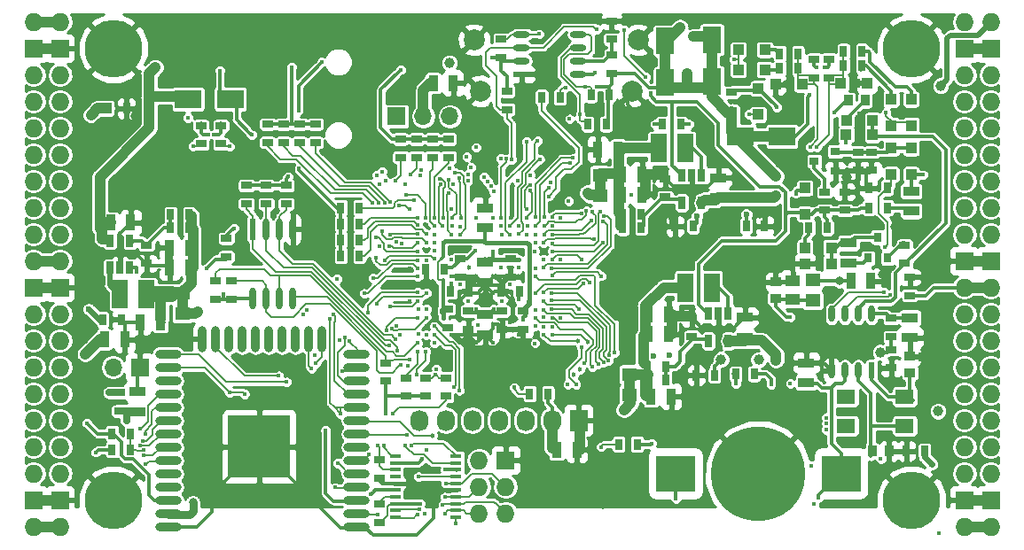
<source format=gbl>
G04 #@! TF.GenerationSoftware,KiCad,Pcbnew,5.0.0-rc3+dfsg1-1*
G04 #@! TF.CreationDate,2018-07-07T09:59:44+02:00*
G04 #@! TF.ProjectId,ulx3s,756C7833732E6B696361645F70636200,rev?*
G04 #@! TF.SameCoordinates,Original*
G04 #@! TF.FileFunction,Copper,L4,Bot,Signal*
G04 #@! TF.FilePolarity,Positive*
%FSLAX46Y46*%
G04 Gerber Fmt 4.6, Leading zero omitted, Abs format (unit mm)*
G04 Created by KiCad (PCBNEW 5.0.0-rc3+dfsg1-1) date Sat Jul  7 09:59:44 2018*
%MOMM*%
%LPD*%
G01*
G04 APERTURE LIST*
G04 #@! TA.AperFunction,EtchedComponent*
%ADD10C,1.000000*%
G04 #@! TD*
G04 #@! TA.AperFunction,ComponentPad*
%ADD11C,2.000000*%
G04 #@! TD*
G04 #@! TA.AperFunction,SMDPad,CuDef*
%ADD12O,2.500000X0.900000*%
G04 #@! TD*
G04 #@! TA.AperFunction,SMDPad,CuDef*
%ADD13O,0.900000X2.500000*%
G04 #@! TD*
G04 #@! TA.AperFunction,SMDPad,CuDef*
%ADD14R,6.000000X6.000000*%
G04 #@! TD*
G04 #@! TA.AperFunction,SMDPad,CuDef*
%ADD15R,0.670000X1.000000*%
G04 #@! TD*
G04 #@! TA.AperFunction,SMDPad,CuDef*
%ADD16R,1.400000X1.295000*%
G04 #@! TD*
G04 #@! TA.AperFunction,SMDPad,CuDef*
%ADD17R,2.500000X1.800000*%
G04 #@! TD*
G04 #@! TA.AperFunction,SMDPad,CuDef*
%ADD18R,1.800000X2.500000*%
G04 #@! TD*
G04 #@! TA.AperFunction,SMDPad,CuDef*
%ADD19R,3.700000X3.500000*%
G04 #@! TD*
G04 #@! TA.AperFunction,BGAPad,CuDef*
%ADD20C,9.000000*%
G04 #@! TD*
G04 #@! TA.AperFunction,SMDPad,CuDef*
%ADD21R,1.550000X0.600000*%
G04 #@! TD*
G04 #@! TA.AperFunction,SMDPad,CuDef*
%ADD22O,1.550000X0.600000*%
G04 #@! TD*
G04 #@! TA.AperFunction,SMDPad,CuDef*
%ADD23R,0.600000X2.100000*%
G04 #@! TD*
G04 #@! TA.AperFunction,SMDPad,CuDef*
%ADD24O,0.600000X2.100000*%
G04 #@! TD*
G04 #@! TA.AperFunction,SMDPad,CuDef*
%ADD25R,0.600000X1.550000*%
G04 #@! TD*
G04 #@! TA.AperFunction,SMDPad,CuDef*
%ADD26O,0.600000X1.550000*%
G04 #@! TD*
G04 #@! TA.AperFunction,SMDPad,CuDef*
%ADD27R,1.000000X0.400000*%
G04 #@! TD*
G04 #@! TA.AperFunction,SMDPad,CuDef*
%ADD28R,0.700000X1.200000*%
G04 #@! TD*
G04 #@! TA.AperFunction,ComponentPad*
%ADD29O,1.727200X1.727200*%
G04 #@! TD*
G04 #@! TA.AperFunction,ComponentPad*
%ADD30R,1.727200X1.727200*%
G04 #@! TD*
G04 #@! TA.AperFunction,ComponentPad*
%ADD31C,5.500000*%
G04 #@! TD*
G04 #@! TA.AperFunction,ComponentPad*
%ADD32R,1.727200X2.032000*%
G04 #@! TD*
G04 #@! TA.AperFunction,ComponentPad*
%ADD33O,1.727200X2.032000*%
G04 #@! TD*
G04 #@! TA.AperFunction,SMDPad,CuDef*
%ADD34R,1.800000X1.400000*%
G04 #@! TD*
G04 #@! TA.AperFunction,SMDPad,CuDef*
%ADD35R,0.970000X1.500000*%
G04 #@! TD*
G04 #@! TA.AperFunction,SMDPad,CuDef*
%ADD36R,1.500000X0.970000*%
G04 #@! TD*
G04 #@! TA.AperFunction,SMDPad,CuDef*
%ADD37R,1.000000X0.670000*%
G04 #@! TD*
G04 #@! TA.AperFunction,SMDPad,CuDef*
%ADD38R,1.000000X1.000000*%
G04 #@! TD*
G04 #@! TA.AperFunction,BGAPad,CuDef*
%ADD39C,0.300000*%
G04 #@! TD*
G04 #@! TA.AperFunction,ComponentPad*
%ADD40R,1.700000X1.700000*%
G04 #@! TD*
G04 #@! TA.AperFunction,ComponentPad*
%ADD41O,1.700000X1.700000*%
G04 #@! TD*
G04 #@! TA.AperFunction,SMDPad,CuDef*
%ADD42R,1.500000X2.700000*%
G04 #@! TD*
G04 #@! TA.AperFunction,SMDPad,CuDef*
%ADD43R,0.800000X0.900000*%
G04 #@! TD*
G04 #@! TA.AperFunction,SMDPad,CuDef*
%ADD44R,0.900000X0.800000*%
G04 #@! TD*
G04 #@! TA.AperFunction,SMDPad,CuDef*
%ADD45R,0.820000X1.000000*%
G04 #@! TD*
G04 #@! TA.AperFunction,SMDPad,CuDef*
%ADD46R,1.000000X0.820000*%
G04 #@! TD*
G04 #@! TA.AperFunction,SMDPad,CuDef*
%ADD47R,1.400000X1.120000*%
G04 #@! TD*
G04 #@! TA.AperFunction,ViaPad*
%ADD48C,0.400000*%
G04 #@! TD*
G04 #@! TA.AperFunction,ViaPad*
%ADD49C,2.000000*%
G04 #@! TD*
G04 #@! TA.AperFunction,ViaPad*
%ADD50C,0.454000*%
G04 #@! TD*
G04 #@! TA.AperFunction,ViaPad*
%ADD51C,0.600000*%
G04 #@! TD*
G04 #@! TA.AperFunction,ViaPad*
%ADD52C,1.000000*%
G04 #@! TD*
G04 #@! TA.AperFunction,ViaPad*
%ADD53C,0.800000*%
G04 #@! TD*
G04 #@! TA.AperFunction,ViaPad*
%ADD54C,0.700000*%
G04 #@! TD*
G04 #@! TA.AperFunction,Conductor*
%ADD55C,0.300000*%
G04 #@! TD*
G04 #@! TA.AperFunction,Conductor*
%ADD56C,0.500000*%
G04 #@! TD*
G04 #@! TA.AperFunction,Conductor*
%ADD57C,1.000000*%
G04 #@! TD*
G04 #@! TA.AperFunction,Conductor*
%ADD58C,0.700000*%
G04 #@! TD*
G04 #@! TA.AperFunction,Conductor*
%ADD59C,0.400000*%
G04 #@! TD*
G04 #@! TA.AperFunction,Conductor*
%ADD60C,0.800000*%
G04 #@! TD*
G04 #@! TA.AperFunction,Conductor*
%ADD61C,0.600000*%
G04 #@! TD*
G04 #@! TA.AperFunction,Conductor*
%ADD62C,0.190000*%
G04 #@! TD*
G04 #@! TA.AperFunction,Conductor*
%ADD63C,0.200000*%
G04 #@! TD*
G04 #@! TA.AperFunction,Conductor*
%ADD64C,1.500000*%
G04 #@! TD*
G04 #@! TA.AperFunction,Conductor*
%ADD65C,0.127000*%
G04 #@! TD*
G04 #@! TA.AperFunction,Conductor*
%ADD66C,0.180000*%
G04 #@! TD*
G04 #@! TA.AperFunction,Conductor*
%ADD67C,1.200000*%
G04 #@! TD*
G04 #@! TA.AperFunction,Conductor*
%ADD68C,0.254000*%
G04 #@! TD*
G04 APERTURE END LIST*
D10*
G04 #@! TO.C,RP3*
X149472000Y-77311000D02*
X149472000Y-79311000D01*
G04 #@! TO.C,RP2*
X109609000Y-88632000D02*
X109609000Y-90632000D01*
G04 #@! TO.C,RP1*
X152281000Y-96361000D02*
X152281000Y-98361000D01*
G04 #@! TO.C,RD9*
X166854000Y-73630000D02*
X162854000Y-73630000D01*
G04 #@! TO.C,RD52*
X160155000Y-64391000D02*
X160155000Y-68391000D01*
G04 #@! TO.C,RD51*
X155710000Y-68518000D02*
X155710000Y-64518000D01*
G04 #@! TD*
D11*
G04 #@! TO.P,GPDI1,0*
G04 #@! TO.N,GND*
X152546000Y-69312000D03*
X138046000Y-69312000D03*
X153146000Y-64412000D03*
X137446000Y-64412000D03*
G04 #@! TD*
D12*
G04 #@! TO.P,U9,38*
G04 #@! TO.N,GND*
X126230000Y-111000000D03*
G04 #@! TO.P,U9,37*
G04 #@! TO.N,JTAG_TDI*
X126230000Y-109730000D03*
G04 #@! TO.P,U9,36*
G04 #@! TO.N,PROG_DONE*
X126230000Y-108460000D03*
G04 #@! TO.P,U9,35*
G04 #@! TO.N,WIFI_TXD*
X126230000Y-107190000D03*
G04 #@! TO.P,U9,34*
G04 #@! TO.N,WIFI_RXD*
X126230000Y-105920000D03*
G04 #@! TO.P,U9,33*
G04 #@! TO.N,JTAG_TMS*
X126230000Y-104650000D03*
G04 #@! TO.P,U9,32*
G04 #@! TO.N,Net-(U9-Pad32)*
X126230000Y-103380000D03*
G04 #@! TO.P,U9,31*
G04 #@! TO.N,JTAG_TDO*
X126230000Y-102110000D03*
G04 #@! TO.P,U9,30*
G04 #@! TO.N,JTAG_TCK*
X126230000Y-100840000D03*
G04 #@! TO.P,U9,29*
G04 #@! TO.N,WIFI_GPIO5*
X126230000Y-99570000D03*
G04 #@! TO.P,U9,28*
G04 #@! TO.N,WIFI_GPIO17*
X126230000Y-98300000D03*
G04 #@! TO.P,U9,27*
G04 #@! TO.N,WIFI_GPIO16*
X126230000Y-97030000D03*
G04 #@! TO.P,U9,26*
G04 #@! TO.N,SD_D1*
X126230000Y-95760000D03*
G04 #@! TO.P,U9,25*
G04 #@! TO.N,WIFI_GPIO0*
X126230000Y-94490000D03*
D13*
G04 #@! TO.P,U9,24*
G04 #@! TO.N,SD_D0*
X122945000Y-93000000D03*
G04 #@! TO.P,U9,23*
G04 #@! TO.N,SD_CMD*
X121675000Y-93000000D03*
G04 #@! TO.P,U9,22*
G04 #@! TO.N,Net-(U9-Pad22)*
X120405000Y-93000000D03*
G04 #@! TO.P,U9,21*
G04 #@! TO.N,Net-(U9-Pad21)*
X119135000Y-93000000D03*
G04 #@! TO.P,U9,20*
G04 #@! TO.N,Net-(U9-Pad20)*
X117865000Y-93000000D03*
G04 #@! TO.P,U9,19*
G04 #@! TO.N,Net-(U9-Pad19)*
X116595000Y-93000000D03*
G04 #@! TO.P,U9,18*
G04 #@! TO.N,Net-(U9-Pad18)*
X115325000Y-93000000D03*
G04 #@! TO.P,U9,17*
G04 #@! TO.N,Net-(U9-Pad17)*
X114055000Y-93000000D03*
G04 #@! TO.P,U9,16*
G04 #@! TO.N,SD_D3*
X112785000Y-93000000D03*
G04 #@! TO.P,U9,15*
G04 #@! TO.N,GND*
X111515000Y-93000000D03*
D12*
G04 #@! TO.P,U9,14*
G04 #@! TO.N,SD_D2*
X108230000Y-94490000D03*
G04 #@! TO.P,U9,13*
G04 #@! TO.N,SD_CLK*
X108230000Y-95760000D03*
G04 #@! TO.P,U9,12*
G04 #@! TO.N,Net-(U9-Pad12)*
X108230000Y-97030000D03*
G04 #@! TO.P,U9,11*
G04 #@! TO.N,GN11*
X108230000Y-98300000D03*
G04 #@! TO.P,U9,10*
G04 #@! TO.N,GP11*
X108230000Y-99570000D03*
G04 #@! TO.P,U9,9*
G04 #@! TO.N,GN12*
X108230000Y-100840000D03*
G04 #@! TO.P,U9,8*
G04 #@! TO.N,GP12*
X108230000Y-102110000D03*
G04 #@! TO.P,U9,7*
G04 #@! TO.N,GN13*
X108230000Y-103380000D03*
G04 #@! TO.P,U9,6*
G04 #@! TO.N,GP13*
X108230000Y-104650000D03*
G04 #@! TO.P,U9,5*
G04 #@! TO.N,Net-(U9-Pad5)*
X108230000Y-105920000D03*
G04 #@! TO.P,U9,4*
G04 #@! TO.N,Net-(U9-Pad4)*
X108230000Y-107190000D03*
G04 #@! TO.P,U9,3*
G04 #@! TO.N,/wifi/WIFIEN*
X108230000Y-108460000D03*
G04 #@! TO.P,U9,2*
G04 #@! TO.N,+3V3*
X108230000Y-109730000D03*
G04 #@! TO.P,U9,1*
G04 #@! TO.N,GND*
X108230000Y-111000000D03*
D14*
G04 #@! TO.P,U9,39*
X116930000Y-103300000D03*
G04 #@! TD*
D15*
G04 #@! TO.P,C49,2*
G04 #@! TO.N,GND*
X103738000Y-91156000D03*
G04 #@! TO.P,C49,1*
G04 #@! TO.N,2V5_3V3*
X101988000Y-91156000D03*
G04 #@! TD*
D16*
G04 #@! TO.P,RP3,2*
G04 #@! TO.N,+3V3*
X149472000Y-79278500D03*
G04 #@! TO.P,RP3,1*
G04 #@! TO.N,/power/P3V3*
X149472000Y-77343500D03*
G04 #@! TD*
G04 #@! TO.P,RP2,2*
G04 #@! TO.N,+2V5*
X109609000Y-90599500D03*
G04 #@! TO.P,RP2,1*
G04 #@! TO.N,/power/P2V5*
X109609000Y-88664500D03*
G04 #@! TD*
G04 #@! TO.P,RP1,2*
G04 #@! TO.N,+1V1*
X152281000Y-98328500D03*
G04 #@! TO.P,RP1,1*
G04 #@! TO.N,/power/P1V1*
X152281000Y-96393500D03*
G04 #@! TD*
D17*
G04 #@! TO.P,RD9,2*
G04 #@! TO.N,+5V*
X162854000Y-73630000D03*
G04 #@! TO.P,RD9,1*
G04 #@! TO.N,/usb/US2VBUS*
X166854000Y-73630000D03*
G04 #@! TD*
D18*
G04 #@! TO.P,RD52,2*
G04 #@! TO.N,+5V*
X160155000Y-68391000D03*
G04 #@! TO.P,RD52,1*
G04 #@! TO.N,/gpio/OUT5V*
X160155000Y-64391000D03*
G04 #@! TD*
G04 #@! TO.P,RD51,2*
G04 #@! TO.N,/gpio/IN5V*
X155710000Y-64518000D03*
G04 #@! TO.P,RD51,1*
G04 #@! TO.N,+5V*
X155710000Y-68518000D03*
G04 #@! TD*
D19*
G04 #@! TO.P,BAT1,1*
G04 #@! TO.N,/power/VBAT*
X172485000Y-105870000D03*
X156685000Y-105870000D03*
D20*
G04 #@! TO.P,BAT1,2*
G04 #@! TO.N,GND*
X164585000Y-105870000D03*
G04 #@! TD*
D21*
G04 #@! TO.P,U11,1*
G04 #@! TO.N,GND*
X141980000Y-67706500D03*
D22*
G04 #@! TO.P,U11,2*
G04 #@! TO.N,+2V5*
X141980000Y-66436500D03*
G04 #@! TO.P,U11,3*
G04 #@! TO.N,FPDI_SCL*
X141980000Y-65166500D03*
G04 #@! TO.P,U11,4*
G04 #@! TO.N,FPDI_SDA*
X141980000Y-63896500D03*
G04 #@! TO.P,U11,5*
G04 #@! TO.N,GPDI_SDA*
X147380000Y-63896500D03*
G04 #@! TO.P,U11,6*
G04 #@! TO.N,GPDI_SCL*
X147380000Y-65166500D03*
G04 #@! TO.P,U11,7*
G04 #@! TO.N,/gpdi/VREF2*
X147380000Y-66436500D03*
G04 #@! TO.P,U11,8*
G04 #@! TO.N,+3V3*
X147380000Y-67706500D03*
G04 #@! TD*
D23*
G04 #@! TO.P,U10,1*
G04 #@! TO.N,/flash/FLASH_nCS*
X116340000Y-82520000D03*
D24*
G04 #@! TO.P,U10,2*
G04 #@! TO.N,/flash/FLASH_MISO*
X117610000Y-82520000D03*
G04 #@! TO.P,U10,3*
G04 #@! TO.N,/flash/FLASH_nWP*
X118880000Y-82520000D03*
G04 #@! TO.P,U10,4*
G04 #@! TO.N,GND*
X120150000Y-82520000D03*
G04 #@! TO.P,U10,5*
G04 #@! TO.N,/flash/FLASH_MOSI*
X120150000Y-89124000D03*
G04 #@! TO.P,U10,6*
G04 #@! TO.N,/flash/FLASH_SCK*
X118880000Y-89124000D03*
G04 #@! TO.P,U10,7*
G04 #@! TO.N,/flash/FLASH_nHOLD*
X117610000Y-89124000D03*
G04 #@! TO.P,U10,8*
G04 #@! TO.N,+3V3*
X116340000Y-89124000D03*
G04 #@! TD*
D25*
G04 #@! TO.P,U7,1*
G04 #@! TO.N,/power/OSCI_32k*
X175395000Y-96015000D03*
D26*
G04 #@! TO.P,U7,2*
G04 #@! TO.N,/power/OSCO_32k*
X174125000Y-96015000D03*
G04 #@! TO.P,U7,3*
G04 #@! TO.N,/power/VBAT*
X172855000Y-96015000D03*
G04 #@! TO.P,U7,4*
G04 #@! TO.N,GND*
X171585000Y-96015000D03*
G04 #@! TO.P,U7,5*
G04 #@! TO.N,FPDI_SDA*
X171585000Y-90615000D03*
G04 #@! TO.P,U7,6*
G04 #@! TO.N,FPDI_SCL*
X172855000Y-90615000D03*
G04 #@! TO.P,U7,7*
G04 #@! TO.N,/power/WAKEUPn*
X174125000Y-90615000D03*
G04 #@! TO.P,U7,8*
G04 #@! TO.N,/power/RTCVDD*
X175395000Y-90615000D03*
G04 #@! TD*
D27*
G04 #@! TO.P,U6,20*
G04 #@! TO.N,FTDI_TXD*
X129935000Y-104215000D03*
G04 #@! TO.P,U6,19*
G04 #@! TO.N,FTDI_nSLEEP*
X129935000Y-104865000D03*
G04 #@! TO.P,U6,18*
G04 #@! TO.N,FTDI_TXDEN*
X129935000Y-105515000D03*
G04 #@! TO.P,U6,17*
G04 #@! TO.N,FTDI_nRXLED*
X129935000Y-106165000D03*
G04 #@! TO.P,U6,16*
G04 #@! TO.N,GND*
X129935000Y-106815000D03*
G04 #@! TO.P,U6,15*
G04 #@! TO.N,USB5V*
X129935000Y-107465000D03*
G04 #@! TO.P,U6,14*
G04 #@! TO.N,nRESET*
X129935000Y-108115000D03*
G04 #@! TO.P,U6,13*
G04 #@! TO.N,FT2V5*
X129935000Y-108765000D03*
G04 #@! TO.P,U6,12*
G04 #@! TO.N,USB_FTDI_D-*
X129935000Y-109415000D03*
G04 #@! TO.P,U6,11*
G04 #@! TO.N,USB_FTDI_D+*
X129935000Y-110065000D03*
G04 #@! TO.P,U6,10*
G04 #@! TO.N,FTDI_nTXLED*
X135735000Y-110065000D03*
G04 #@! TO.P,U6,9*
G04 #@! TO.N,JTAG_TDO*
X135735000Y-109415000D03*
G04 #@! TO.P,U6,8*
G04 #@! TO.N,JTAG_TMS*
X135735000Y-108765000D03*
G04 #@! TO.P,U6,7*
G04 #@! TO.N,JTAG_TCK*
X135735000Y-108115000D03*
G04 #@! TO.P,U6,6*
G04 #@! TO.N,GND*
X135735000Y-107465000D03*
G04 #@! TO.P,U6,5*
G04 #@! TO.N,JTAG_TDI*
X135735000Y-106815000D03*
G04 #@! TO.P,U6,4*
G04 #@! TO.N,FTDI_RXD*
X135735000Y-106165000D03*
G04 #@! TO.P,U6,3*
G04 #@! TO.N,FT2V5*
X135735000Y-105515000D03*
G04 #@! TO.P,U6,2*
G04 #@! TO.N,FTDI_nRTS*
X135735000Y-104865000D03*
G04 #@! TO.P,U6,1*
G04 #@! TO.N,FTDI_nDTR*
X135735000Y-104215000D03*
G04 #@! TD*
D28*
G04 #@! TO.P,U5,1*
G04 #@! TO.N,/power/PWREN*
X157285000Y-77392000D03*
G04 #@! TO.P,U5,2*
G04 #@! TO.N,GND*
X158235000Y-77392000D03*
G04 #@! TO.P,U5,3*
G04 #@! TO.N,/power/L3*
X159185000Y-77392000D03*
G04 #@! TO.P,U5,4*
G04 #@! TO.N,+5V*
X159185000Y-79992000D03*
G04 #@! TO.P,U5,5*
G04 #@! TO.N,/power/FB3*
X157285000Y-79992000D03*
G04 #@! TD*
G04 #@! TO.P,U3,1*
G04 #@! TO.N,/power/PWREN*
X159825000Y-90600000D03*
G04 #@! TO.P,U3,2*
G04 #@! TO.N,GND*
X160775000Y-90600000D03*
G04 #@! TO.P,U3,3*
G04 #@! TO.N,/power/L1*
X161725000Y-90600000D03*
G04 #@! TO.P,U3,4*
G04 #@! TO.N,+5V*
X161725000Y-93200000D03*
G04 #@! TO.P,U3,5*
G04 #@! TO.N,/power/FB1*
X159825000Y-93200000D03*
G04 #@! TD*
G04 #@! TO.P,U4,1*
G04 #@! TO.N,/power/PWREN*
X104575000Y-86215000D03*
G04 #@! TO.P,U4,2*
G04 #@! TO.N,GND*
X103625000Y-86215000D03*
G04 #@! TO.P,U4,3*
G04 #@! TO.N,/power/L2*
X102675000Y-86215000D03*
G04 #@! TO.P,U4,4*
G04 #@! TO.N,+5V*
X102675000Y-83615000D03*
G04 #@! TO.P,U4,5*
G04 #@! TO.N,/power/FB2*
X104575000Y-83615000D03*
G04 #@! TD*
D29*
G04 #@! TO.P,J1,1*
G04 #@! TO.N,2V5_3V3*
X97910000Y-62690000D03*
G04 #@! TO.P,J1,2*
X95370000Y-62690000D03*
D30*
G04 #@! TO.P,J1,3*
G04 #@! TO.N,GND*
X97910000Y-65230000D03*
G04 #@! TO.P,J1,4*
X95370000Y-65230000D03*
D29*
G04 #@! TO.P,J1,5*
G04 #@! TO.N,GN0*
X97910000Y-67770000D03*
G04 #@! TO.P,J1,6*
G04 #@! TO.N,GP0*
X95370000Y-67770000D03*
G04 #@! TO.P,J1,7*
G04 #@! TO.N,GN1*
X97910000Y-70310000D03*
G04 #@! TO.P,J1,8*
G04 #@! TO.N,GP1*
X95370000Y-70310000D03*
G04 #@! TO.P,J1,9*
G04 #@! TO.N,GN2*
X97910000Y-72850000D03*
G04 #@! TO.P,J1,10*
G04 #@! TO.N,GP2*
X95370000Y-72850000D03*
G04 #@! TO.P,J1,11*
G04 #@! TO.N,GN3*
X97910000Y-75390000D03*
G04 #@! TO.P,J1,12*
G04 #@! TO.N,GP3*
X95370000Y-75390000D03*
G04 #@! TO.P,J1,13*
G04 #@! TO.N,GN4*
X97910000Y-77930000D03*
G04 #@! TO.P,J1,14*
G04 #@! TO.N,GP4*
X95370000Y-77930000D03*
G04 #@! TO.P,J1,15*
G04 #@! TO.N,GN5*
X97910000Y-80470000D03*
G04 #@! TO.P,J1,16*
G04 #@! TO.N,GP5*
X95370000Y-80470000D03*
G04 #@! TO.P,J1,17*
G04 #@! TO.N,GN6*
X97910000Y-83010000D03*
G04 #@! TO.P,J1,18*
G04 #@! TO.N,GP6*
X95370000Y-83010000D03*
G04 #@! TO.P,J1,19*
G04 #@! TO.N,2V5_3V3*
X97910000Y-85550000D03*
G04 #@! TO.P,J1,20*
X95370000Y-85550000D03*
D30*
G04 #@! TO.P,J1,21*
G04 #@! TO.N,GND*
X97910000Y-88090000D03*
G04 #@! TO.P,J1,22*
X95370000Y-88090000D03*
D29*
G04 #@! TO.P,J1,23*
G04 #@! TO.N,GN7*
X97910000Y-90630000D03*
G04 #@! TO.P,J1,24*
G04 #@! TO.N,GP7*
X95370000Y-90630000D03*
G04 #@! TO.P,J1,25*
G04 #@! TO.N,GN8*
X97910000Y-93170000D03*
G04 #@! TO.P,J1,26*
G04 #@! TO.N,GP8*
X95370000Y-93170000D03*
G04 #@! TO.P,J1,27*
G04 #@! TO.N,GN9*
X97910000Y-95710000D03*
G04 #@! TO.P,J1,28*
G04 #@! TO.N,GP9*
X95370000Y-95710000D03*
G04 #@! TO.P,J1,29*
G04 #@! TO.N,GN10*
X97910000Y-98250000D03*
G04 #@! TO.P,J1,30*
G04 #@! TO.N,GP10*
X95370000Y-98250000D03*
G04 #@! TO.P,J1,31*
G04 #@! TO.N,GN11*
X97910000Y-100790000D03*
G04 #@! TO.P,J1,32*
G04 #@! TO.N,GP11*
X95370000Y-100790000D03*
G04 #@! TO.P,J1,33*
G04 #@! TO.N,GN12*
X97910000Y-103330000D03*
G04 #@! TO.P,J1,34*
G04 #@! TO.N,GP12*
X95370000Y-103330000D03*
G04 #@! TO.P,J1,35*
G04 #@! TO.N,GN13*
X97910000Y-105870000D03*
G04 #@! TO.P,J1,36*
G04 #@! TO.N,GP13*
X95370000Y-105870000D03*
D30*
G04 #@! TO.P,J1,37*
G04 #@! TO.N,GND*
X97910000Y-108410000D03*
G04 #@! TO.P,J1,38*
X95370000Y-108410000D03*
D29*
G04 #@! TO.P,J1,39*
G04 #@! TO.N,2V5_3V3*
X97910000Y-110950000D03*
G04 #@! TO.P,J1,40*
X95370000Y-110950000D03*
G04 #@! TD*
G04 #@! TO.P,J2,1*
G04 #@! TO.N,+3V3*
X184270000Y-110950000D03*
G04 #@! TO.P,J2,2*
X186810000Y-110950000D03*
D30*
G04 #@! TO.P,J2,3*
G04 #@! TO.N,GND*
X184270000Y-108410000D03*
G04 #@! TO.P,J2,4*
X186810000Y-108410000D03*
D29*
G04 #@! TO.P,J2,5*
G04 #@! TO.N,GN14*
X184270000Y-105870000D03*
G04 #@! TO.P,J2,6*
G04 #@! TO.N,GP14*
X186810000Y-105870000D03*
G04 #@! TO.P,J2,7*
G04 #@! TO.N,GN15*
X184270000Y-103330000D03*
G04 #@! TO.P,J2,8*
G04 #@! TO.N,GP15*
X186810000Y-103330000D03*
G04 #@! TO.P,J2,9*
G04 #@! TO.N,GN16*
X184270000Y-100790000D03*
G04 #@! TO.P,J2,10*
G04 #@! TO.N,GP16*
X186810000Y-100790000D03*
G04 #@! TO.P,J2,11*
G04 #@! TO.N,GN17*
X184270000Y-98250000D03*
G04 #@! TO.P,J2,12*
G04 #@! TO.N,GP17*
X186810000Y-98250000D03*
G04 #@! TO.P,J2,13*
G04 #@! TO.N,GN18*
X184270000Y-95710000D03*
G04 #@! TO.P,J2,14*
G04 #@! TO.N,GP18*
X186810000Y-95710000D03*
G04 #@! TO.P,J2,15*
G04 #@! TO.N,GN19*
X184270000Y-93170000D03*
G04 #@! TO.P,J2,16*
G04 #@! TO.N,GP19*
X186810000Y-93170000D03*
G04 #@! TO.P,J2,17*
G04 #@! TO.N,GN20*
X184270000Y-90630000D03*
G04 #@! TO.P,J2,18*
G04 #@! TO.N,GP20*
X186810000Y-90630000D03*
G04 #@! TO.P,J2,19*
G04 #@! TO.N,+3V3*
X184270000Y-88090000D03*
G04 #@! TO.P,J2,20*
X186810000Y-88090000D03*
D30*
G04 #@! TO.P,J2,21*
G04 #@! TO.N,GND*
X184270000Y-85550000D03*
G04 #@! TO.P,J2,22*
X186810000Y-85550000D03*
D29*
G04 #@! TO.P,J2,23*
G04 #@! TO.N,GN21*
X184270000Y-83010000D03*
G04 #@! TO.P,J2,24*
G04 #@! TO.N,GP21*
X186810000Y-83010000D03*
G04 #@! TO.P,J2,25*
G04 #@! TO.N,GN22*
X184270000Y-80470000D03*
G04 #@! TO.P,J2,26*
G04 #@! TO.N,GP22*
X186810000Y-80470000D03*
G04 #@! TO.P,J2,27*
G04 #@! TO.N,GN23*
X184270000Y-77930000D03*
G04 #@! TO.P,J2,28*
G04 #@! TO.N,GP23*
X186810000Y-77930000D03*
G04 #@! TO.P,J2,29*
G04 #@! TO.N,GN24*
X184270000Y-75390000D03*
G04 #@! TO.P,J2,30*
G04 #@! TO.N,GP24*
X186810000Y-75390000D03*
G04 #@! TO.P,J2,31*
G04 #@! TO.N,GN25*
X184270000Y-72850000D03*
G04 #@! TO.P,J2,32*
G04 #@! TO.N,GP25*
X186810000Y-72850000D03*
G04 #@! TO.P,J2,33*
G04 #@! TO.N,GN26*
X184270000Y-70310000D03*
G04 #@! TO.P,J2,34*
G04 #@! TO.N,GP26*
X186810000Y-70310000D03*
G04 #@! TO.P,J2,35*
G04 #@! TO.N,GN27*
X184270000Y-67770000D03*
G04 #@! TO.P,J2,36*
G04 #@! TO.N,GP27*
X186810000Y-67770000D03*
D30*
G04 #@! TO.P,J2,37*
G04 #@! TO.N,GND*
X184270000Y-65230000D03*
G04 #@! TO.P,J2,38*
X186810000Y-65230000D03*
D29*
G04 #@! TO.P,J2,39*
G04 #@! TO.N,/gpio/IN5V*
X184270000Y-62690000D03*
G04 #@! TO.P,J2,40*
G04 #@! TO.N,/gpio/OUT5V*
X186810000Y-62690000D03*
G04 #@! TD*
D31*
G04 #@! TO.P,H1,1*
G04 #@! TO.N,GND*
X102990000Y-108410000D03*
G04 #@! TD*
G04 #@! TO.P,H2,1*
G04 #@! TO.N,GND*
X179190000Y-108410000D03*
G04 #@! TD*
G04 #@! TO.P,H3,1*
G04 #@! TO.N,GND*
X179190000Y-65230000D03*
G04 #@! TD*
G04 #@! TO.P,H4,1*
G04 #@! TO.N,GND*
X102990000Y-65230000D03*
G04 #@! TD*
D30*
G04 #@! TO.P,J4,1*
G04 #@! TO.N,GND*
X140455000Y-104600000D03*
D29*
G04 #@! TO.P,J4,2*
G04 #@! TO.N,+3V3*
X137915000Y-104600000D03*
G04 #@! TO.P,J4,3*
G04 #@! TO.N,JTAG_TDI*
X140455000Y-107140000D03*
G04 #@! TO.P,J4,4*
G04 #@! TO.N,JTAG_TCK*
X137915000Y-107140000D03*
G04 #@! TO.P,J4,5*
G04 #@! TO.N,JTAG_TMS*
X140455000Y-109680000D03*
G04 #@! TO.P,J4,6*
G04 #@! TO.N,JTAG_TDO*
X137915000Y-109680000D03*
G04 #@! TD*
D32*
G04 #@! TO.P,OLED1,1*
G04 #@! TO.N,GND*
X147440000Y-100790000D03*
D33*
G04 #@! TO.P,OLED1,2*
G04 #@! TO.N,+3V3*
X144900000Y-100790000D03*
G04 #@! TO.P,OLED1,3*
G04 #@! TO.N,OLED_CLK*
X142360000Y-100790000D03*
G04 #@! TO.P,OLED1,4*
G04 #@! TO.N,OLED_MOSI*
X139820000Y-100790000D03*
G04 #@! TO.P,OLED1,5*
G04 #@! TO.N,OLED_RES*
X137280000Y-100790000D03*
G04 #@! TO.P,OLED1,6*
G04 #@! TO.N,OLED_DC*
X134740000Y-100790000D03*
G04 #@! TO.P,OLED1,7*
G04 #@! TO.N,OLED_CS*
X132200000Y-100790000D03*
G04 #@! TD*
D34*
G04 #@! TO.P,Y2,4*
G04 #@! TO.N,/power/OSCI_32k*
X178576000Y-98522000D03*
G04 #@! TO.P,Y2,3*
G04 #@! TO.N,Net-(Y2-Pad3)*
X172976000Y-98522000D03*
G04 #@! TO.P,Y2,2*
G04 #@! TO.N,Net-(Y2-Pad2)*
X172976000Y-101322000D03*
G04 #@! TO.P,Y2,1*
G04 #@! TO.N,/power/OSCO_32k*
X178576000Y-101322000D03*
G04 #@! TD*
D35*
G04 #@! TO.P,C47,1*
G04 #@! TO.N,2V5_3V3*
X133546000Y-68550000D03*
G04 #@! TO.P,C47,2*
G04 #@! TO.N,GND*
X135456000Y-68550000D03*
G04 #@! TD*
G04 #@! TO.P,C1,1*
G04 #@! TO.N,+5V*
X102748500Y-81885000D03*
G04 #@! TO.P,C1,2*
G04 #@! TO.N,GND*
X104658500Y-81885000D03*
G04 #@! TD*
D15*
G04 #@! TO.P,C2,1*
G04 #@! TO.N,/power/P1V1*
X153985000Y-96910000D03*
G04 #@! TO.P,C2,2*
G04 #@! TO.N,/power/FB1*
X155735000Y-96910000D03*
G04 #@! TD*
D35*
G04 #@! TO.P,C3,2*
G04 #@! TO.N,GND*
X156015000Y-90630000D03*
G04 #@! TO.P,C3,1*
G04 #@! TO.N,/power/P1V1*
X154105000Y-90630000D03*
G04 #@! TD*
G04 #@! TO.P,C4,1*
G04 #@! TO.N,/power/P1V1*
X154105000Y-92535000D03*
G04 #@! TO.P,C4,2*
G04 #@! TO.N,GND*
X156015000Y-92535000D03*
G04 #@! TD*
D36*
G04 #@! TO.P,C5,2*
G04 #@! TO.N,GND*
X163315000Y-90945000D03*
G04 #@! TO.P,C5,1*
G04 #@! TO.N,+5V*
X163315000Y-92855000D03*
G04 #@! TD*
D15*
G04 #@! TO.P,C6,1*
G04 #@! TO.N,/power/P3V3*
X151645000Y-82375000D03*
G04 #@! TO.P,C6,2*
G04 #@! TO.N,/power/FB3*
X153395000Y-82375000D03*
G04 #@! TD*
D35*
G04 #@! TO.P,C7,2*
G04 #@! TO.N,GND*
X153475000Y-79200000D03*
G04 #@! TO.P,C7,1*
G04 #@! TO.N,/power/P3V3*
X151565000Y-79200000D03*
G04 #@! TD*
G04 #@! TO.P,C8,2*
G04 #@! TO.N,GND*
X153475000Y-77295000D03*
G04 #@! TO.P,C8,1*
G04 #@! TO.N,/power/P3V3*
X151565000Y-77295000D03*
G04 #@! TD*
D36*
G04 #@! TO.P,C9,1*
G04 #@! TO.N,+5V*
X160775000Y-79520000D03*
G04 #@! TO.P,C9,2*
G04 #@! TO.N,GND*
X160775000Y-77610000D03*
G04 #@! TD*
D15*
G04 #@! TO.P,C10,2*
G04 #@! TO.N,/power/FB2*
X108465000Y-81105000D03*
G04 #@! TO.P,C10,1*
G04 #@! TO.N,/power/P2V5*
X110215000Y-81105000D03*
G04 #@! TD*
D35*
G04 #@! TO.P,C11,2*
G04 #@! TO.N,GND*
X108385000Y-84280000D03*
G04 #@! TO.P,C11,1*
G04 #@! TO.N,/power/P2V5*
X110295000Y-84280000D03*
G04 #@! TD*
G04 #@! TO.P,C12,1*
G04 #@! TO.N,/power/P2V5*
X110295000Y-86185000D03*
G04 #@! TO.P,C12,2*
G04 #@! TO.N,GND*
X108385000Y-86185000D03*
G04 #@! TD*
D36*
G04 #@! TO.P,C13,2*
G04 #@! TO.N,/power/WKUP*
X173221000Y-83833000D03*
G04 #@! TO.P,C13,1*
G04 #@! TO.N,+5V*
X173221000Y-85743000D03*
G04 #@! TD*
D37*
G04 #@! TO.P,C14,2*
G04 #@! TO.N,GND*
X175380000Y-76900000D03*
G04 #@! TO.P,C14,1*
G04 #@! TO.N,/power/SHUT*
X175380000Y-75150000D03*
G04 #@! TD*
D36*
G04 #@! TO.P,C15,1*
G04 #@! TO.N,/sdcard/SD3V3*
X105276000Y-99967000D03*
G04 #@! TO.P,C15,2*
G04 #@! TO.N,GND*
X105276000Y-98057000D03*
G04 #@! TD*
D35*
G04 #@! TO.P,C16,1*
G04 #@! TO.N,+3V3*
X173424000Y-87473000D03*
G04 #@! TO.P,C16,2*
G04 #@! TO.N,GND*
X175334000Y-87473000D03*
G04 #@! TD*
D36*
G04 #@! TO.P,C17,1*
G04 #@! TO.N,+1V1*
X138500000Y-90665000D03*
G04 #@! TO.P,C17,2*
G04 #@! TO.N,GND*
X138500000Y-92575000D03*
G04 #@! TD*
D37*
G04 #@! TO.P,C18,1*
G04 #@! TO.N,/gpdi/VREF2*
X150589600Y-64359000D03*
G04 #@! TO.P,C18,2*
G04 #@! TO.N,GND*
X150589600Y-62609000D03*
G04 #@! TD*
D36*
G04 #@! TO.P,C19,1*
G04 #@! TO.N,+2V5*
X138500000Y-82375000D03*
G04 #@! TO.P,C19,2*
G04 #@! TO.N,GND*
X138500000Y-80465000D03*
G04 #@! TD*
G04 #@! TO.P,C20,2*
G04 #@! TO.N,GND*
X138500000Y-87575000D03*
G04 #@! TO.P,C20,1*
G04 #@! TO.N,+3V3*
X138500000Y-85665000D03*
G04 #@! TD*
D35*
G04 #@! TO.P,C21,2*
G04 #@! TO.N,GND*
X104072000Y-93061000D03*
G04 #@! TO.P,C21,1*
G04 #@! TO.N,+3V3*
X102162000Y-93061000D03*
G04 #@! TD*
G04 #@! TO.P,C22,1*
G04 #@! TO.N,/power/P1V1*
X154359000Y-98504000D03*
G04 #@! TO.P,C22,2*
G04 #@! TO.N,GND*
X156269000Y-98504000D03*
G04 #@! TD*
G04 #@! TO.P,C23,2*
G04 #@! TO.N,GND*
X105591000Y-91392000D03*
G04 #@! TO.P,C23,1*
G04 #@! TO.N,/power/P2V5*
X107501000Y-91392000D03*
G04 #@! TD*
G04 #@! TO.P,C24,1*
G04 #@! TO.N,/power/P3V3*
X151189000Y-74882000D03*
G04 #@! TO.P,C24,2*
G04 #@! TO.N,GND*
X149279000Y-74882000D03*
G04 #@! TD*
D37*
G04 #@! TO.P,C25,2*
G04 #@! TO.N,GND*
X140900000Y-87095000D03*
G04 #@! TO.P,C25,1*
G04 #@! TO.N,+3V3*
X140900000Y-85345000D03*
G04 #@! TD*
G04 #@! TO.P,C26,2*
G04 #@! TO.N,GND*
X136100000Y-87095000D03*
G04 #@! TO.P,C26,1*
G04 #@! TO.N,2V5_3V3*
X136100000Y-85345000D03*
G04 #@! TD*
G04 #@! TO.P,C27,2*
G04 #@! TO.N,GND*
X136900000Y-92095000D03*
G04 #@! TO.P,C27,1*
G04 #@! TO.N,+1V1*
X136900000Y-90345000D03*
G04 #@! TD*
G04 #@! TO.P,C28,1*
G04 #@! TO.N,+1V1*
X140100000Y-90345000D03*
G04 #@! TO.P,C28,2*
G04 #@! TO.N,GND*
X140100000Y-92095000D03*
G04 #@! TD*
G04 #@! TO.P,C29,2*
G04 #@! TO.N,GND*
X142100000Y-92095000D03*
G04 #@! TO.P,C29,1*
G04 #@! TO.N,+2V5*
X142100000Y-90345000D03*
G04 #@! TD*
G04 #@! TO.P,C30,1*
G04 #@! TO.N,+2V5*
X134900000Y-90145000D03*
G04 #@! TO.P,C30,2*
G04 #@! TO.N,GND*
X134900000Y-91895000D03*
G04 #@! TD*
D15*
G04 #@! TO.P,C31,1*
G04 #@! TO.N,+3V3*
X135225000Y-88420000D03*
G04 #@! TO.P,C31,2*
G04 #@! TO.N,GND*
X136975000Y-88420000D03*
G04 #@! TD*
G04 #@! TO.P,C32,2*
G04 #@! TO.N,GND*
X140025000Y-88420000D03*
G04 #@! TO.P,C32,1*
G04 #@! TO.N,+3V3*
X141775000Y-88420000D03*
G04 #@! TD*
G04 #@! TO.P,C33,1*
G04 #@! TO.N,+3V3*
X163425000Y-82220000D03*
G04 #@! TO.P,C33,2*
G04 #@! TO.N,GND*
X165175000Y-82220000D03*
G04 #@! TD*
G04 #@! TO.P,C34,1*
G04 #@! TO.N,+3V3*
X158375000Y-82220000D03*
G04 #@! TO.P,C34,2*
G04 #@! TO.N,GND*
X156625000Y-82220000D03*
G04 #@! TD*
D37*
G04 #@! TO.P,C35,1*
G04 #@! TO.N,+3V3*
X177300000Y-94025000D03*
G04 #@! TO.P,C35,2*
G04 #@! TO.N,GND*
X177300000Y-95775000D03*
G04 #@! TD*
D35*
G04 #@! TO.P,C46,1*
G04 #@! TO.N,+3V3*
X145342000Y-103584000D03*
G04 #@! TO.P,C46,2*
G04 #@! TO.N,GND*
X147252000Y-103584000D03*
G04 #@! TD*
D15*
G04 #@! TO.P,C48,2*
G04 #@! TO.N,GND*
X104246000Y-70963000D03*
G04 #@! TO.P,C48,1*
G04 #@! TO.N,2V5_3V3*
X102496000Y-70963000D03*
G04 #@! TD*
D37*
G04 #@! TO.P,C50,1*
G04 #@! TO.N,+3V3*
X179063000Y-88856000D03*
G04 #@! TO.P,C50,2*
G04 #@! TO.N,GND*
X179063000Y-87106000D03*
G04 #@! TD*
D15*
G04 #@! TO.P,C51,1*
G04 #@! TO.N,+3V3*
X180473000Y-103711000D03*
G04 #@! TO.P,C51,2*
G04 #@! TO.N,GND*
X178723000Y-103711000D03*
G04 #@! TD*
G04 #@! TO.P,C52,2*
G04 #@! TO.N,GND*
X158645000Y-96490000D03*
G04 #@! TO.P,C52,1*
G04 #@! TO.N,+3V3*
X160395000Y-96490000D03*
G04 #@! TD*
G04 #@! TO.P,C53,2*
G04 #@! TO.N,GND*
X132827200Y-86330000D03*
G04 #@! TO.P,C53,1*
G04 #@! TO.N,2V5_3V3*
X134577200Y-86330000D03*
G04 #@! TD*
D36*
G04 #@! TO.P,C54,2*
G04 #@! TO.N,GND*
X169172000Y-95281000D03*
G04 #@! TO.P,C54,1*
G04 #@! TO.N,/power/VBAT*
X169172000Y-97191000D03*
G04 #@! TD*
G04 #@! TO.P,D11,1*
G04 #@! TO.N,/power/HOLD*
X179190000Y-80790000D03*
G04 #@! TO.P,D11,2*
G04 #@! TO.N,+3V3*
X179190000Y-78880000D03*
G04 #@! TD*
D38*
G04 #@! TO.P,D10,1*
G04 #@! TO.N,/power/WAKE*
X169050000Y-84280000D03*
G04 #@! TO.P,D10,2*
G04 #@! TO.N,/power/WKUP*
X171550000Y-84280000D03*
G04 #@! TD*
G04 #@! TO.P,D12,2*
G04 #@! TO.N,/power/FTDI_nSUSPEND*
X169030000Y-78585000D03*
G04 #@! TO.P,D12,1*
G04 #@! TO.N,/power/PWREN*
X169030000Y-81085000D03*
G04 #@! TD*
G04 #@! TO.P,D13,1*
G04 #@! TO.N,/power/WKUP*
X171550000Y-85804000D03*
G04 #@! TO.P,D13,2*
G04 #@! TO.N,GND*
X169050000Y-85804000D03*
G04 #@! TD*
G04 #@! TO.P,D14,2*
G04 #@! TO.N,/power/SHUT*
X179190000Y-74775000D03*
G04 #@! TO.P,D14,1*
G04 #@! TO.N,+3V3*
X179190000Y-77275000D03*
G04 #@! TD*
G04 #@! TO.P,D15,2*
G04 #@! TO.N,SHUTDOWN*
X177285000Y-77275000D03*
G04 #@! TO.P,D15,1*
G04 #@! TO.N,/power/SHUT*
X177285000Y-74775000D03*
G04 #@! TD*
G04 #@! TO.P,D16,1*
G04 #@! TO.N,/power/PWRBTn*
X172987000Y-73503000D03*
G04 #@! TO.P,D16,2*
G04 #@! TO.N,/power/WAKEUPn*
X175487000Y-73503000D03*
G04 #@! TD*
G04 #@! TO.P,D17,1*
G04 #@! TO.N,/power/PWRBTn*
X164585000Y-69060000D03*
G04 #@! TO.P,D17,2*
G04 #@! TO.N,BTN_PWRn*
X164585000Y-71560000D03*
G04 #@! TD*
G04 #@! TO.P,D20,1*
G04 #@! TO.N,USB_FPGA_D+*
X168756000Y-68659000D03*
G04 #@! TO.P,D20,2*
G04 #@! TO.N,GND*
X166256000Y-68659000D03*
G04 #@! TD*
G04 #@! TO.P,D21,2*
G04 #@! TO.N,GND*
X174979000Y-68550000D03*
G04 #@! TO.P,D21,1*
G04 #@! TO.N,USB_FPGA_D-*
X172479000Y-68550000D03*
G04 #@! TD*
G04 #@! TO.P,D23,2*
G04 #@! TO.N,Net-(D23-Pad2)*
X165200000Y-67262000D03*
G04 #@! TO.P,D23,1*
G04 #@! TO.N,USB_FPGA_PULL_D+*
X162700000Y-67262000D03*
G04 #@! TD*
G04 #@! TO.P,D24,2*
G04 #@! TO.N,USB_FPGA_PULL_D+*
X162700000Y-65357000D03*
G04 #@! TO.P,D24,1*
G04 #@! TO.N,Net-(D24-Pad1)*
X165200000Y-65357000D03*
G04 #@! TD*
G04 #@! TO.P,D25,1*
G04 #@! TO.N,USB_FPGA_PULL_D-*
X177285000Y-72594000D03*
G04 #@! TO.P,D25,2*
G04 #@! TO.N,Net-(D25-Pad2)*
X177285000Y-70094000D03*
G04 #@! TD*
G04 #@! TO.P,D26,1*
G04 #@! TO.N,Net-(D26-Pad1)*
X179190000Y-70094000D03*
G04 #@! TO.P,D26,2*
G04 #@! TO.N,USB_FPGA_PULL_D-*
X179190000Y-72594000D03*
G04 #@! TD*
D39*
G04 #@! TO.P,AE1,1*
G04 #@! TO.N,/usb/ANT_433MHz*
X181872000Y-111603000D03*
G04 #@! TD*
D37*
G04 #@! TO.P,R49,1*
G04 #@! TO.N,USB_FTDI_D-*
X113277000Y-74360000D03*
G04 #@! TO.P,R49,2*
G04 #@! TO.N,/usb/FTD-*
X113277000Y-72610000D03*
G04 #@! TD*
G04 #@! TO.P,R50,2*
G04 #@! TO.N,/usb/FTD+*
X111372000Y-72610000D03*
G04 #@! TO.P,R50,1*
G04 #@! TO.N,USB_FTDI_D+*
X111372000Y-74360000D03*
G04 #@! TD*
D15*
G04 #@! TO.P,R51,2*
G04 #@! TO.N,/blinkey/SWPU*
X155455000Y-72487000D03*
G04 #@! TO.P,R51,1*
G04 #@! TO.N,2V5_3V3*
X157205000Y-72487000D03*
G04 #@! TD*
D37*
G04 #@! TO.P,R52,2*
G04 #@! TO.N,/usb/FPD-*
X171331000Y-66278000D03*
G04 #@! TO.P,R52,1*
G04 #@! TO.N,USB_FPGA_D-*
X171331000Y-68028000D03*
G04 #@! TD*
G04 #@! TO.P,R53,1*
G04 #@! TO.N,USB_FPGA_D+*
X169919000Y-68028000D03*
G04 #@! TO.P,R53,2*
G04 #@! TO.N,/usb/FPD+*
X169919000Y-66278000D03*
G04 #@! TD*
D15*
G04 #@! TO.P,R54,2*
G04 #@! TO.N,Net-(D26-Pad1)*
X174477000Y-65502000D03*
G04 #@! TO.P,R54,1*
G04 #@! TO.N,USB_FPGA_D-*
X172727000Y-65502000D03*
G04 #@! TD*
D37*
G04 #@! TO.P,R56,1*
G04 #@! TO.N,GND*
X128390000Y-106321000D03*
G04 #@! TO.P,R56,2*
G04 #@! TO.N,FTDI_TXDEN*
X128390000Y-104571000D03*
G04 #@! TD*
G04 #@! TO.P,R57,2*
G04 #@! TO.N,/analog/AUDIO_V*
X117722000Y-72483000D03*
G04 #@! TO.P,R57,1*
G04 #@! TO.N,AUDIO_V0*
X117722000Y-74233000D03*
G04 #@! TD*
G04 #@! TO.P,R58,1*
G04 #@! TO.N,AUDIO_V1*
X119246000Y-74233000D03*
G04 #@! TO.P,R58,2*
G04 #@! TO.N,/analog/AUDIO_V*
X119246000Y-72483000D03*
G04 #@! TD*
G04 #@! TO.P,R59,2*
G04 #@! TO.N,/analog/AUDIO_V*
X120770000Y-72483000D03*
G04 #@! TO.P,R59,1*
G04 #@! TO.N,AUDIO_V2*
X120770000Y-74233000D03*
G04 #@! TD*
G04 #@! TO.P,R60,1*
G04 #@! TO.N,AUDIO_V3*
X122294000Y-74233000D03*
G04 #@! TO.P,R60,2*
G04 #@! TO.N,/analog/AUDIO_V*
X122294000Y-72483000D03*
G04 #@! TD*
D15*
G04 #@! TO.P,R61,1*
G04 #@! TO.N,GPDI_CEC*
X145655000Y-69900000D03*
G04 #@! TO.P,R61,2*
G04 #@! TO.N,/gpdi/FPDI_CEC*
X143905000Y-69900000D03*
G04 #@! TD*
D40*
G04 #@! TO.P,J3,1*
G04 #@! TO.N,GND*
X105530000Y-95710000D03*
D41*
G04 #@! TO.P,J3,2*
G04 #@! TO.N,/wifi/WIFIEN*
X102990000Y-95710000D03*
G04 #@! TD*
D40*
G04 #@! TO.P,J5,1*
G04 #@! TO.N,+2V5*
X130056000Y-71725000D03*
D41*
G04 #@! TO.P,J5,2*
G04 #@! TO.N,2V5_3V3*
X132596000Y-71725000D03*
G04 #@! TO.P,J5,3*
G04 #@! TO.N,+3V3*
X135136000Y-71725000D03*
G04 #@! TD*
D15*
G04 #@! TO.P,R40,1*
G04 #@! TO.N,Net-(D24-Pad1)*
X166631000Y-65738000D03*
G04 #@! TO.P,R40,2*
G04 #@! TO.N,USB_FPGA_D+*
X168381000Y-65738000D03*
G04 #@! TD*
D37*
G04 #@! TO.P,R55,1*
G04 #@! TO.N,/flash/FPGA_DONE*
X134740000Y-96740000D03*
G04 #@! TO.P,R55,2*
G04 #@! TO.N,PROG_DONE*
X134740000Y-98490000D03*
G04 #@! TD*
D36*
G04 #@! TO.P,C55,1*
G04 #@! TO.N,/power/RTCVDD*
X179078000Y-90963000D03*
G04 #@! TO.P,C55,2*
G04 #@! TO.N,GND*
X179078000Y-92873000D03*
G04 #@! TD*
D37*
G04 #@! TO.P,R65,1*
G04 #@! TO.N,+3V3*
X177300000Y-92793000D03*
G04 #@! TO.P,R65,2*
G04 #@! TO.N,/power/RTCVDD*
X177300000Y-91043000D03*
G04 #@! TD*
D42*
G04 #@! TO.P,L1,1*
G04 #@! TO.N,/power/L1*
X160140000Y-88090000D03*
G04 #@! TO.P,L1,2*
G04 #@! TO.N,/power/P1V1*
X157600000Y-88090000D03*
G04 #@! TD*
G04 #@! TO.P,L2,1*
G04 #@! TO.N,/power/L2*
X103625000Y-88725000D03*
G04 #@! TO.P,L2,2*
G04 #@! TO.N,/power/P2V5*
X106165000Y-88725000D03*
G04 #@! TD*
G04 #@! TO.P,L3,2*
G04 #@! TO.N,/power/P3V3*
X155060000Y-74755000D03*
G04 #@! TO.P,L3,1*
G04 #@! TO.N,/power/L3*
X157600000Y-74755000D03*
G04 #@! TD*
D15*
G04 #@! TO.P,R1,2*
G04 #@! TO.N,/power/PWREN*
X171175000Y-82375000D03*
G04 #@! TO.P,R1,1*
G04 #@! TO.N,/power/WAKE*
X169425000Y-82375000D03*
G04 #@! TD*
D37*
G04 #@! TO.P,R2,2*
G04 #@! TO.N,GND*
X172840000Y-78960000D03*
G04 #@! TO.P,R2,1*
G04 #@! TO.N,/power/PWREN*
X172840000Y-80710000D03*
G04 #@! TD*
G04 #@! TO.P,R3,1*
G04 #@! TO.N,+5V*
X162045000Y-71185000D03*
G04 #@! TO.P,R3,2*
G04 #@! TO.N,/power/PWRBTn*
X162045000Y-69435000D03*
G04 #@! TD*
D15*
G04 #@! TO.P,R4,1*
G04 #@! TO.N,/power/HOLD*
X176890000Y-80470000D03*
G04 #@! TO.P,R4,2*
G04 #@! TO.N,/power/PWREN*
X175140000Y-80470000D03*
G04 #@! TD*
D37*
G04 #@! TO.P,R5,1*
G04 #@! TO.N,/power/SHUT*
X174110000Y-75150000D03*
G04 #@! TO.P,R5,2*
G04 #@! TO.N,GND*
X174110000Y-76900000D03*
G04 #@! TD*
G04 #@! TO.P,R6,2*
G04 #@! TO.N,/power/WAKEUPn*
X178555000Y-85790000D03*
G04 #@! TO.P,R6,1*
G04 #@! TO.N,/power/WKn*
X178555000Y-84040000D03*
G04 #@! TD*
G04 #@! TO.P,R7,2*
G04 #@! TO.N,/blinkey/BTNPUL*
X113785000Y-85155000D03*
G04 #@! TO.P,R7,1*
G04 #@! TO.N,+3V3*
X113785000Y-83405000D03*
G04 #@! TD*
G04 #@! TO.P,R8,1*
G04 #@! TO.N,/power/PWREN*
X170935000Y-80710000D03*
G04 #@! TO.P,R8,2*
G04 #@! TO.N,/power/SHD*
X170935000Y-78960000D03*
G04 #@! TD*
G04 #@! TO.P,R9,2*
G04 #@! TO.N,FT2V5*
X128390000Y-110555000D03*
G04 #@! TO.P,R9,1*
G04 #@! TO.N,nRESET*
X128390000Y-108805000D03*
G04 #@! TD*
D15*
G04 #@! TO.P,R10,2*
G04 #@! TO.N,FTDI_nSLEEP*
X151264000Y-103076000D03*
G04 #@! TO.P,R10,1*
G04 #@! TO.N,/power/FTDI_nSUSPEND*
X153014000Y-103076000D03*
G04 #@! TD*
D37*
G04 #@! TO.P,R11,2*
G04 #@! TO.N,/flash/FLASH_nWP*
X119515000Y-80093000D03*
G04 #@! TO.P,R11,1*
G04 #@! TO.N,+3V3*
X119515000Y-78343000D03*
G04 #@! TD*
G04 #@! TO.P,R12,1*
G04 #@! TO.N,+3V3*
X114308000Y-89219000D03*
G04 #@! TO.P,R12,2*
G04 #@! TO.N,/flash/FLASH_nHOLD*
X114308000Y-87469000D03*
G04 #@! TD*
D15*
G04 #@! TO.P,R13,2*
G04 #@! TO.N,GND*
X175140000Y-78565000D03*
G04 #@! TO.P,R13,1*
G04 #@! TO.N,SHUTDOWN*
X176890000Y-78565000D03*
G04 #@! TD*
G04 #@! TO.P,R14,2*
G04 #@! TO.N,/analog/AUDIO_L*
X124721000Y-85060000D03*
G04 #@! TO.P,R14,1*
G04 #@! TO.N,AUDIO_L0*
X126471000Y-85060000D03*
G04 #@! TD*
G04 #@! TO.P,R15,1*
G04 #@! TO.N,AUDIO_L1*
X126471000Y-83536000D03*
G04 #@! TO.P,R15,2*
G04 #@! TO.N,/analog/AUDIO_L*
X124721000Y-83536000D03*
G04 #@! TD*
G04 #@! TO.P,R16,2*
G04 #@! TO.N,/analog/AUDIO_L*
X124721000Y-82012000D03*
G04 #@! TO.P,R16,1*
G04 #@! TO.N,AUDIO_L2*
X126471000Y-82012000D03*
G04 #@! TD*
G04 #@! TO.P,R17,1*
G04 #@! TO.N,AUDIO_L3*
X126471000Y-80470000D03*
G04 #@! TO.P,R17,2*
G04 #@! TO.N,/analog/AUDIO_L*
X124721000Y-80470000D03*
G04 #@! TD*
D37*
G04 #@! TO.P,R18,2*
G04 #@! TO.N,/analog/AUDIO_R*
X130422000Y-73898000D03*
G04 #@! TO.P,R18,1*
G04 #@! TO.N,AUDIO_R0*
X130422000Y-75648000D03*
G04 #@! TD*
G04 #@! TO.P,R19,2*
G04 #@! TO.N,/analog/AUDIO_R*
X131961000Y-73898000D03*
G04 #@! TO.P,R19,1*
G04 #@! TO.N,AUDIO_R1*
X131961000Y-75648000D03*
G04 #@! TD*
G04 #@! TO.P,R20,2*
G04 #@! TO.N,/analog/AUDIO_R*
X133485000Y-73898000D03*
G04 #@! TO.P,R20,1*
G04 #@! TO.N,AUDIO_R2*
X133485000Y-75648000D03*
G04 #@! TD*
G04 #@! TO.P,R21,1*
G04 #@! TO.N,AUDIO_R3*
X135009000Y-75648000D03*
G04 #@! TO.P,R21,2*
G04 #@! TO.N,/analog/AUDIO_R*
X135009000Y-73898000D03*
G04 #@! TD*
G04 #@! TO.P,R22,1*
G04 #@! TO.N,+2V5*
X140025500Y-66105000D03*
G04 #@! TO.P,R22,2*
G04 #@! TO.N,FPDI_SDA*
X140025500Y-64355000D03*
G04 #@! TD*
G04 #@! TO.P,R23,2*
G04 #@! TO.N,FPDI_SCL*
X140597000Y-71076000D03*
G04 #@! TO.P,R23,1*
G04 #@! TO.N,+2V5*
X140597000Y-69326000D03*
G04 #@! TD*
G04 #@! TO.P,R24,1*
G04 #@! TO.N,+5V*
X150615000Y-67647000D03*
G04 #@! TO.P,R24,2*
G04 #@! TO.N,/gpdi/VREF2*
X150615000Y-65897000D03*
G04 #@! TD*
D15*
G04 #@! TO.P,R25,2*
G04 #@! TO.N,GPDI_SCL*
X148300000Y-72487000D03*
G04 #@! TO.P,R25,1*
G04 #@! TO.N,+5V*
X150050000Y-72487000D03*
G04 #@! TD*
G04 #@! TO.P,R26,1*
G04 #@! TO.N,+5V*
X150362000Y-69693000D03*
G04 #@! TO.P,R26,2*
G04 #@! TO.N,GPDI_SDA*
X148612000Y-69693000D03*
G04 #@! TD*
D37*
G04 #@! TO.P,R27,2*
G04 #@! TO.N,/flash/FLASH_MOSI*
X129025000Y-95300000D03*
G04 #@! TO.P,R27,1*
G04 #@! TO.N,+3V3*
X129025000Y-97050000D03*
G04 #@! TD*
G04 #@! TO.P,R28,1*
G04 #@! TO.N,+3V3*
X117595000Y-78343000D03*
G04 #@! TO.P,R28,2*
G04 #@! TO.N,/flash/FLASH_MISO*
X117595000Y-80093000D03*
G04 #@! TD*
G04 #@! TO.P,R29,1*
G04 #@! TO.N,+3V3*
X112784000Y-89219000D03*
G04 #@! TO.P,R29,2*
G04 #@! TO.N,/flash/FLASH_SCK*
X112784000Y-87469000D03*
G04 #@! TD*
G04 #@! TO.P,R30,1*
G04 #@! TO.N,+3V3*
X115690000Y-78343000D03*
G04 #@! TO.P,R30,2*
G04 #@! TO.N,/flash/FLASH_nCS*
X115690000Y-80093000D03*
G04 #@! TD*
D15*
G04 #@! TO.P,R31,2*
G04 #@! TO.N,/flash/FPGA_PROGRAMN*
X142755000Y-98250000D03*
G04 #@! TO.P,R31,1*
G04 #@! TO.N,+3V3*
X144505000Y-98250000D03*
G04 #@! TD*
D37*
G04 #@! TO.P,R32,1*
G04 #@! TO.N,+3V3*
X132835000Y-98490000D03*
G04 #@! TO.P,R32,2*
G04 #@! TO.N,/flash/FPGA_DONE*
X132835000Y-96740000D03*
G04 #@! TD*
G04 #@! TO.P,R33,2*
G04 #@! TO.N,/flash/FPGA_INITN*
X130930000Y-96740000D03*
G04 #@! TO.P,R33,1*
G04 #@! TO.N,+3V3*
X130930000Y-98490000D03*
G04 #@! TD*
D15*
G04 #@! TO.P,R34,1*
G04 #@! TO.N,+3V3*
X102877000Y-103600000D03*
G04 #@! TO.P,R34,2*
G04 #@! TO.N,WIFI_EN*
X104627000Y-103600000D03*
G04 #@! TD*
G04 #@! TO.P,R35,2*
G04 #@! TO.N,/wifi/WIFIEN*
X102877000Y-102060000D03*
G04 #@! TO.P,R35,1*
G04 #@! TO.N,WIFI_EN*
X104627000Y-102060000D03*
G04 #@! TD*
D37*
G04 #@! TO.P,R38,1*
G04 #@! TO.N,/sdcard/SD3V3*
X103576500Y-99905000D03*
G04 #@! TO.P,R38,2*
G04 #@! TO.N,+3V3*
X103576500Y-98155000D03*
G04 #@! TD*
D15*
G04 #@! TO.P,R39,1*
G04 #@! TO.N,+3V3*
X164190000Y-96345000D03*
G04 #@! TO.P,R39,2*
G04 #@! TO.N,/blinkey/BTNPUR*
X162440000Y-96345000D03*
G04 #@! TD*
G04 #@! TO.P,R63,2*
G04 #@! TO.N,USB_FPGA_D+*
X168381000Y-67135000D03*
G04 #@! TO.P,R63,1*
G04 #@! TO.N,Net-(D23-Pad2)*
X166631000Y-67135000D03*
G04 #@! TD*
G04 #@! TO.P,R64,1*
G04 #@! TO.N,Net-(D25-Pad2)*
X174475000Y-66899000D03*
G04 #@! TO.P,R64,2*
G04 #@! TO.N,USB_FPGA_D-*
X172725000Y-66899000D03*
G04 #@! TD*
G04 #@! TO.P,RA1,1*
G04 #@! TO.N,/power/P1V1*
X153985000Y-95640000D03*
G04 #@! TO.P,RA1,2*
G04 #@! TO.N,/power/FB1*
X155735000Y-95640000D03*
G04 #@! TD*
G04 #@! TO.P,RA2,1*
G04 #@! TO.N,/power/P2V5*
X110215000Y-82375000D03*
G04 #@! TO.P,RA2,2*
G04 #@! TO.N,/power/FB2*
X108465000Y-82375000D03*
G04 #@! TD*
G04 #@! TO.P,RA3,1*
G04 #@! TO.N,/power/P3V3*
X151645000Y-81105000D03*
G04 #@! TO.P,RA3,2*
G04 #@! TO.N,/power/FB3*
X153395000Y-81105000D03*
G04 #@! TD*
D37*
G04 #@! TO.P,RB1,2*
G04 #@! TO.N,/power/FB1*
X158235000Y-92775000D03*
G04 #@! TO.P,RB1,1*
G04 #@! TO.N,GND*
X158235000Y-91025000D03*
G04 #@! TD*
G04 #@! TO.P,RB2,1*
G04 #@! TO.N,GND*
X106165000Y-85790000D03*
G04 #@! TO.P,RB2,2*
G04 #@! TO.N,/power/FB2*
X106165000Y-84040000D03*
G04 #@! TD*
G04 #@! TO.P,RB3,2*
G04 #@! TO.N,/power/FB3*
X155695000Y-79440000D03*
G04 #@! TO.P,RB3,1*
G04 #@! TO.N,GND*
X155695000Y-77690000D03*
G04 #@! TD*
D17*
G04 #@! TO.P,D8,1*
G04 #@! TO.N,+5V*
X110149000Y-70074000D03*
G04 #@! TO.P,D8,2*
G04 #@! TO.N,USB5V*
X114149000Y-70074000D03*
G04 #@! TD*
D43*
G04 #@! TO.P,Q1,3*
G04 #@! TO.N,/power/WKUP*
X176015000Y-83280000D03*
G04 #@! TO.P,Q1,2*
G04 #@! TO.N,+5V*
X175065000Y-85280000D03*
G04 #@! TO.P,Q1,1*
G04 #@! TO.N,/power/WKn*
X176965000Y-85280000D03*
G04 #@! TD*
D44*
G04 #@! TO.P,Q2,1*
G04 #@! TO.N,/power/SHUT*
X171935000Y-75075000D03*
G04 #@! TO.P,Q2,2*
G04 #@! TO.N,GND*
X171935000Y-76975000D03*
G04 #@! TO.P,Q2,3*
G04 #@! TO.N,/power/SHD*
X169935000Y-76025000D03*
G04 #@! TD*
D38*
G04 #@! TO.P,D27,1*
G04 #@! TO.N,/power/WAKEUPn*
X175502000Y-72106000D03*
G04 #@! TO.P,D27,2*
G04 #@! TO.N,Net-(D27-Pad2)*
X173002000Y-72106000D03*
G04 #@! TD*
D45*
G04 #@! TO.P,R66,1*
G04 #@! TO.N,US2_ID*
X173198000Y-70201000D03*
G04 #@! TO.P,R66,2*
G04 #@! TO.N,Net-(D27-Pad2)*
X174798000Y-70201000D03*
G04 #@! TD*
D46*
G04 #@! TO.P,C56,2*
G04 #@! TO.N,/power/OSCI_32k*
X179078000Y-96274000D03*
G04 #@! TO.P,C56,1*
G04 #@! TO.N,GND*
X179078000Y-94674000D03*
G04 #@! TD*
D45*
G04 #@! TO.P,C57,1*
G04 #@! TO.N,GND*
X177084000Y-103711000D03*
G04 #@! TO.P,C57,2*
G04 #@! TO.N,/power/OSCO_32k*
X175484000Y-103711000D03*
G04 #@! TD*
D47*
G04 #@! TO.P,C58,1*
G04 #@! TO.N,/analog/ADC3V3*
X167902000Y-89242000D03*
G04 #@! TO.P,C58,2*
G04 #@! TO.N,GND*
X167902000Y-87482000D03*
G04 #@! TD*
D46*
G04 #@! TO.P,C59,1*
G04 #@! TO.N,/analog/ADC3V3*
X166251000Y-89162000D03*
G04 #@! TO.P,C59,2*
G04 #@! TO.N,GND*
X166251000Y-87562000D03*
G04 #@! TD*
D16*
G04 #@! TO.P,L4,1*
G04 #@! TO.N,+3V3*
X169807000Y-87394500D03*
G04 #@! TO.P,L4,2*
G04 #@! TO.N,/analog/ADC3V3*
X169807000Y-89329500D03*
G04 #@! TD*
D48*
G04 #@! TO.N,*
X124632693Y-93120351D03*
D49*
G04 #@! TO.N,GND*
X118689500Y-101316000D03*
D48*
X141742847Y-69038361D03*
X152408000Y-72169500D03*
X138480000Y-92600000D03*
X140080000Y-92600000D03*
X135280000Y-87000000D03*
X145687392Y-90996646D03*
D50*
X141675979Y-86986521D03*
D48*
X140876932Y-84552536D03*
X132882184Y-84635369D03*
X132879996Y-82103336D03*
X140922639Y-81447441D03*
X177287984Y-96778661D03*
D51*
X152510125Y-81695229D03*
D48*
X131264297Y-86227110D03*
X135342764Y-89381630D03*
X144103496Y-84660400D03*
D52*
X177658444Y-82281349D03*
D48*
X145680000Y-81405125D03*
X145691238Y-94166752D03*
D52*
X163203000Y-94966000D03*
X158539988Y-94868772D03*
D53*
X164727000Y-81123000D03*
D51*
X156262773Y-81349374D03*
X123437000Y-108972000D03*
D48*
X135281276Y-80583119D03*
X131279502Y-89407325D03*
X170309539Y-85441529D03*
X145672808Y-85396062D03*
X133216000Y-107465000D03*
X137680000Y-88600000D03*
X142480000Y-95000000D03*
X141680000Y-92600000D03*
X135284627Y-94985297D03*
X135288625Y-94225619D03*
X134455822Y-94267172D03*
X136095958Y-93369652D03*
D50*
X139264636Y-91615205D03*
D52*
X116880503Y-64802940D03*
X106974809Y-64953974D03*
D48*
X140874194Y-91433353D03*
X142480000Y-94200000D03*
X140880000Y-93400000D03*
X139280000Y-93400000D03*
X137680000Y-93400000D03*
X136880000Y-92600000D03*
X135280000Y-92600000D03*
X132880000Y-91800000D03*
X132880000Y-93400000D03*
D50*
X139280000Y-87000000D03*
X137680000Y-87000000D03*
X136080000Y-84600000D03*
X139280000Y-88600000D03*
D52*
X175776000Y-63343000D03*
X164854000Y-63343000D03*
D48*
X174252000Y-71471000D03*
D52*
X158645000Y-98635000D03*
X104402000Y-76932000D03*
X123198000Y-64232000D03*
D53*
X167267000Y-68677000D03*
D51*
X179459000Y-71344000D03*
D48*
X170061000Y-103094000D03*
X173109000Y-103094000D03*
D52*
X166632000Y-96363000D03*
X173490000Y-94585000D03*
D53*
X176411000Y-86838000D03*
D52*
X159266000Y-72360000D03*
D48*
X122944000Y-67788000D03*
D52*
X118245000Y-67534000D03*
D48*
X114181000Y-76678000D03*
X111006000Y-76551000D03*
X106815000Y-76424000D03*
D52*
X105149000Y-71725000D03*
D48*
X101354000Y-76297000D03*
X116340000Y-76678000D03*
D52*
X121674000Y-104618000D03*
D53*
X116594000Y-95474000D03*
D52*
X101989000Y-100681000D03*
X108339000Y-71852000D03*
X181491000Y-78202000D03*
X147455000Y-107031000D03*
X149741000Y-108809000D03*
D51*
X152408000Y-92997500D03*
X154567000Y-77567000D03*
X154567000Y-79154500D03*
D48*
X169045000Y-79535500D03*
D52*
X173045500Y-77567000D03*
X173934500Y-68550000D03*
X180221000Y-94712000D03*
X181618000Y-92045000D03*
X161171000Y-81123000D03*
D49*
X115197000Y-101316000D03*
D53*
X112784000Y-101633500D03*
D48*
G04 #@! TO.N,+5V*
X149169500Y-68867500D03*
D52*
X166275426Y-77459534D03*
X107021491Y-67043629D03*
X166255545Y-79350736D03*
X157807568Y-67669269D03*
X101707889Y-82423180D03*
X166284693Y-95025145D03*
D48*
X174379000Y-85743000D03*
D52*
G04 #@! TO.N,/gpio/IN5V*
X157107000Y-63216000D03*
G04 #@! TO.N,/gpio/OUT5V*
X181999000Y-68804000D03*
X158376998Y-64105000D03*
D48*
G04 #@! TO.N,+3V3*
X119692151Y-77494120D03*
X135263000Y-87727000D03*
X141740000Y-89250994D03*
D51*
X156091000Y-94585000D03*
D48*
X137803000Y-91664000D03*
D51*
X181155918Y-104980708D03*
D52*
X135105588Y-66616618D03*
X148268387Y-79050018D03*
D48*
X114513935Y-82409431D03*
X132110753Y-92527478D03*
X165803369Y-97344883D03*
D51*
X154593901Y-94607945D03*
D52*
X164625730Y-94982471D03*
X176254940Y-94288458D03*
D53*
X110593913Y-108636458D03*
D48*
X180340784Y-77316932D03*
X129005202Y-100174798D03*
X101339000Y-103838000D03*
X139272517Y-84611349D03*
X141680000Y-86200000D03*
X132880000Y-92600000D03*
X141680000Y-85400000D03*
D54*
X102624000Y-98141000D03*
D48*
X110117000Y-71852000D03*
X148979000Y-67529972D03*
D52*
X181745000Y-99919000D03*
D53*
X172347000Y-87473000D03*
D51*
X163457000Y-81123000D03*
D52*
X161044000Y-94966000D03*
D51*
X158758000Y-81250000D03*
D48*
X113546000Y-88679500D03*
D52*
X100323000Y-94440000D03*
D48*
G04 #@! TO.N,BTN_F1*
X121494155Y-90235621D03*
X130019546Y-91732979D03*
G04 #@! TO.N,BTN_F2*
X121166000Y-90648000D03*
X130384540Y-92584728D03*
G04 #@! TO.N,BTN_R*
X146394787Y-97333919D03*
X143300000Y-86220000D03*
G04 #@! TO.N,BTN_U*
X144891603Y-91881937D03*
X147175985Y-97333919D03*
X147700000Y-93820000D03*
G04 #@! TO.N,+2V5*
X142107219Y-91201016D03*
X142480000Y-83800000D03*
X134480000Y-83800000D03*
X134480000Y-91000000D03*
X139200000Y-66137000D03*
D52*
X111025100Y-90413100D03*
D48*
G04 #@! TO.N,/power/PWREN*
X154313000Y-69502500D03*
X120664983Y-71227362D03*
X122926177Y-66532317D03*
X105245010Y-86595559D03*
G04 #@! TO.N,/power/VBAT*
X156725998Y-108301000D03*
X170315004Y-108174000D03*
G04 #@! TO.N,JTAG_TDI*
X128216338Y-109813327D03*
X136050273Y-97914229D03*
X132708000Y-109680000D03*
X134750646Y-106810513D03*
X133680000Y-91800000D03*
G04 #@! TO.N,JTAG_TCK*
X135517000Y-97633000D03*
X134675868Y-108131585D03*
D50*
X133449289Y-102232615D03*
D48*
X133680000Y-92600000D03*
G04 #@! TO.N,JTAG_TMS*
X132928488Y-103601340D03*
X127419091Y-104077728D03*
X133685482Y-93402296D03*
X134463998Y-108841973D03*
G04 #@! TO.N,JTAG_TDO*
X131986331Y-96404793D03*
X131039072Y-102187000D03*
X134636872Y-109719950D03*
X132846234Y-94197073D03*
G04 #@! TO.N,SHUTDOWN*
X176700000Y-84220000D03*
X143260000Y-84620000D03*
G04 #@! TO.N,GPDI_SDA*
X148090000Y-68867500D03*
G04 #@! TO.N,GPDI_SCL*
X147582000Y-71534498D03*
G04 #@! TO.N,SD_CMD*
X121928000Y-95855000D03*
G04 #@! TO.N,SD_CLK*
X114073995Y-98088051D03*
X115514500Y-98268000D03*
G04 #@! TO.N,SD_D0*
X122309000Y-95347000D03*
X127810351Y-87182069D03*
X132083026Y-86260405D03*
G04 #@! TO.N,SD_D1*
X122203636Y-94585375D03*
X124849021Y-96102869D03*
G04 #@! TO.N,USB5V*
X113157250Y-67343629D03*
X116198000Y-73474420D03*
X127586603Y-107875044D03*
G04 #@! TO.N,GPDI_CEC*
X146233418Y-68946082D03*
G04 #@! TO.N,FTDI_nDTR*
X131453853Y-103208291D03*
G04 #@! TO.N,SDRAM_D15*
X149787294Y-81774991D03*
X144080000Y-86200000D03*
G04 #@! TO.N,SDRAM_A6*
X149553145Y-86989440D03*
X144894316Y-86977564D03*
G04 #@! TO.N,SDRAM_D13*
X144896700Y-83863953D03*
X149527221Y-80838006D03*
D50*
G04 #@! TO.N,SDRAM_D6*
X147343891Y-93217126D03*
D48*
X144113248Y-92588762D03*
G04 #@! TO.N,SDRAM_D14*
X149853189Y-81252115D03*
X144875155Y-86292748D03*
G04 #@! TO.N,SDRAM_D12*
X144916886Y-83019942D03*
X148696112Y-80861847D03*
D50*
G04 #@! TO.N,SDRAM_D5*
X148349010Y-93322307D03*
D48*
X144882352Y-92577990D03*
G04 #@! TO.N,SDRAM_D4*
X144902941Y-91037926D03*
X148747982Y-95669626D03*
G04 #@! TO.N,SDRAM_D3*
X144867244Y-90193915D03*
X149795895Y-95251084D03*
G04 #@! TO.N,SDRAM_D2*
X144856756Y-89349904D03*
X150278898Y-95040253D03*
G04 #@! TO.N,SDRAM_D1*
X150345974Y-94517527D03*
X144877648Y-88622010D03*
G04 #@! TO.N,SDRAM_D0*
X150889207Y-94332565D03*
X143280000Y-87000000D03*
G04 #@! TO.N,/flash/FLASH_nWP*
X129972715Y-93035096D03*
X131084713Y-95564177D03*
G04 #@! TO.N,/flash/FLASH_nHOLD*
X130422000Y-95456000D03*
G04 #@! TO.N,/flash/FLASH_MOSI*
X131316164Y-94959140D03*
G04 #@! TO.N,/flash/FLASH_MISO*
X130123373Y-94122671D03*
G04 #@! TO.N,/flash/FLASH_SCK*
X132031990Y-93400000D03*
G04 #@! TO.N,/flash/FLASH_nCS*
X129362027Y-93645784D03*
G04 #@! TO.N,/flash/FPGA_PROGRAMN*
X141280657Y-97642010D03*
X133852393Y-95875797D03*
G04 #@! TO.N,/flash/FPGA_DONE*
X133762848Y-96395146D03*
G04 #@! TO.N,/flash/FPGA_INITN*
X132080000Y-94200000D03*
G04 #@! TO.N,WIFI_EN*
X128452683Y-84116867D03*
X105890482Y-103613569D03*
G04 #@! TO.N,FTDI_nRTS*
X129449238Y-89937935D03*
X130839477Y-103208987D03*
X132075624Y-89410644D03*
G04 #@! TO.N,FTDI_TXD*
X128806823Y-103185900D03*
G04 #@! TO.N,FTDI_RXD*
X128136791Y-89611518D03*
X132162861Y-106185868D03*
X132880000Y-88600000D03*
G04 #@! TO.N,WIFI_RXD*
X126970181Y-88659309D03*
X132080000Y-87000000D03*
X124448789Y-104875730D03*
G04 #@! TO.N,WIFI_GPIO0*
X125525099Y-93236764D03*
G04 #@! TO.N,WIFI_TXD*
X124202418Y-107207639D03*
G04 #@! TO.N,USB_FTDI_D+*
X110599084Y-74589383D03*
X132024412Y-109766775D03*
G04 #@! TO.N,USB_FTDI_D-*
X114104080Y-74612196D03*
X132219727Y-109277292D03*
G04 #@! TO.N,SD_D3*
X118797407Y-96534407D03*
G04 #@! TO.N,AUDIO_L3*
X131677570Y-79697994D03*
G04 #@! TO.N,AUDIO_L2*
X132088008Y-81408008D03*
G04 #@! TO.N,AUDIO_L1*
X132079995Y-82103334D03*
G04 #@! TO.N,AUDIO_L0*
X132872609Y-82947347D03*
G04 #@! TO.N,AUDIO_R3*
X133664491Y-81414685D03*
G04 #@! TO.N,AUDIO_R2*
X133648389Y-82190597D03*
G04 #@! TO.N,AUDIO_R1*
X131353451Y-77264702D03*
G04 #@! TO.N,AUDIO_R0*
X129920953Y-77910818D03*
G04 #@! TO.N,OLED_CLK*
X129568570Y-92005655D03*
X132880000Y-91000000D03*
G04 #@! TO.N,OLED_MOSI*
X129055731Y-92162718D03*
X132077338Y-91002010D03*
G04 #@! TO.N,LED0*
X131265176Y-80621782D03*
X130272149Y-80238214D03*
G04 #@! TO.N,LED7*
X128091794Y-85277024D03*
X132089786Y-85479378D03*
G04 #@! TO.N,BTN_PWRn*
X146565997Y-71979003D03*
X134250176Y-78253806D03*
X163703220Y-71542164D03*
X134433979Y-82180155D03*
G04 #@! TO.N,FTDI_nTXLED*
X135656559Y-110610712D03*
G04 #@! TO.N,FTDI_nSLEEP*
X149577281Y-103320847D03*
X132468001Y-104503413D03*
D54*
G04 #@! TO.N,/sdcard/SD3V3*
X104260000Y-100790000D03*
D48*
G04 #@! TO.N,SD_D2*
X119515000Y-97125000D03*
G04 #@! TO.N,/blinkey/BTNPUL*
X111895217Y-86253790D03*
G04 #@! TO.N,/blinkey/BTNPUR*
X162441000Y-97270000D03*
X169934000Y-108808998D03*
X169680000Y-105126000D03*
G04 #@! TO.N,USB_FPGA_D+*
X169553000Y-74646000D03*
X142571021Y-82204353D03*
X143287402Y-83042010D03*
G04 #@! TO.N,/power/FTDI_nSUSPEND*
X154425580Y-102987766D03*
X168166438Y-79108038D03*
G04 #@! TO.N,/usb/FTD-*
X112614274Y-73474420D03*
G04 #@! TO.N,/usb/FTD+*
X112074854Y-73474420D03*
G04 #@! TO.N,ADC_MISO*
X143269694Y-93414905D03*
X176284000Y-104491000D03*
G04 #@! TO.N,ADC_MOSI*
X171089123Y-101653244D03*
X143280000Y-91800000D03*
G04 #@! TO.N,ADC_CSn*
X171089123Y-101086833D03*
X144064831Y-91877646D03*
G04 #@! TO.N,ADC_SCLK*
X171089123Y-100559822D03*
X144080000Y-90956495D03*
G04 #@! TO.N,SW3*
X135315381Y-82193851D03*
X135414395Y-78229653D03*
G04 #@! TO.N,SW2*
X135129679Y-76730134D03*
X136124555Y-82260038D03*
G04 #@! TO.N,SW1*
X135587699Y-77140701D03*
X136080000Y-83000000D03*
G04 #@! TO.N,USB_FPGA_D-*
X170188000Y-74646000D03*
X142785835Y-77341923D03*
X142460000Y-83020000D03*
X143280000Y-83800000D03*
G04 #@! TO.N,/usb/FPD+*
X170188000Y-67026000D03*
G04 #@! TO.N,/usb/FPD-*
X170950000Y-67026000D03*
G04 #@! TO.N,WIFI_GPIO16*
X125110333Y-92897638D03*
G04 #@! TO.N,/usb/ANT_433MHz*
X124361185Y-87274371D03*
X124361184Y-87274370D03*
X181872000Y-111603000D03*
G04 #@! TO.N,/power/PWRBTn*
X166353476Y-70835462D03*
X172982000Y-74265000D03*
G04 #@! TO.N,PROG_DONE*
X123273881Y-101715917D03*
X129660000Y-100155000D03*
G04 #@! TO.N,FTDI_TXDEN*
X128247798Y-103208979D03*
X127301115Y-90454353D03*
X132084049Y-88558274D03*
G04 #@! TO.N,/analog/AUDIO_V*
X120008000Y-67008000D03*
G04 #@! TO.N,AUDIO_V3*
X129437600Y-79946788D03*
X133680000Y-83000000D03*
G04 #@! TO.N,AUDIO_V2*
X128908575Y-79985477D03*
X133680000Y-83800000D03*
G04 #@! TO.N,AUDIO_V1*
X128328791Y-79953099D03*
X130487935Y-83869856D03*
G04 #@! TO.N,AUDIO_V0*
X133623139Y-85366416D03*
X127749884Y-79991140D03*
X128913013Y-85505853D03*
X129992018Y-83691508D03*
G04 #@! TO.N,+1V1*
X136080000Y-87800000D03*
X137624890Y-90122896D03*
X139322319Y-90164039D03*
X140080000Y-89400000D03*
X136880000Y-89400000D03*
X140896226Y-87816226D03*
D50*
X136938110Y-86196311D03*
D48*
X140014602Y-86192969D03*
D52*
X151758000Y-99774000D03*
D48*
G04 #@! TO.N,SW4*
X135021320Y-79024950D03*
X135280000Y-83022010D03*
G04 #@! TO.N,/blinkey/SWPU*
X154694000Y-72487000D03*
G04 #@! TO.N,/wifi/WIFIEN*
X100450000Y-101044000D03*
G04 #@! TO.N,FT2V5*
X132285867Y-108754446D03*
X134707351Y-105508447D03*
G04 #@! TO.N,GN0*
X139280000Y-81400000D03*
G04 #@! TO.N,GP0*
X139314656Y-78918689D03*
G04 #@! TO.N,GN1*
X139039938Y-78419090D03*
G04 #@! TO.N,GP1*
X138722927Y-77981589D03*
G04 #@! TO.N,GN2*
X138405916Y-77551542D03*
G04 #@! TO.N,GP2*
X137625200Y-74696800D03*
G04 #@! TO.N,GN3*
X137680000Y-81400000D03*
G04 #@! TO.N,GP3*
X136742593Y-75579407D03*
G04 #@! TO.N,GN4*
X137174375Y-76624866D03*
G04 #@! TO.N,GP4*
X136863200Y-77287600D03*
G04 #@! TO.N,GN5*
X136894606Y-77861070D03*
G04 #@! TO.N,GP5*
X136048819Y-77645502D03*
X136233339Y-81437235D03*
G04 #@! TO.N,GN6*
X135359567Y-81395445D03*
X135034780Y-77831198D03*
G04 #@! TO.N,GP6*
X134508502Y-81406751D03*
X134177298Y-77721089D03*
D50*
G04 #@! TO.N,GN14*
X146942280Y-96452058D03*
G04 #@! TO.N,GP14*
X147534467Y-95913260D03*
D48*
G04 #@! TO.N,GN15*
X147928857Y-95339016D03*
X143322010Y-91000657D03*
G04 #@! TO.N,GP15*
X149284391Y-95377990D03*
X144077013Y-90266968D03*
G04 #@! TO.N,GN16*
X147430953Y-90112484D03*
X144076240Y-89395301D03*
G04 #@! TO.N,GP16*
X143322010Y-90201951D03*
G04 #@! TO.N,GN17*
X147910791Y-87683418D03*
X144082832Y-88584510D03*
G04 #@! TO.N,GP17*
X148483539Y-87623462D03*
X143322010Y-88595030D03*
G04 #@! TO.N,GN18*
X144102010Y-85397219D03*
G04 #@! TO.N,GP18*
X144889349Y-85448737D03*
X147687390Y-85374093D03*
G04 #@! TO.N,GN19*
X144912409Y-84657964D03*
X149732494Y-83807694D03*
G04 #@! TO.N,GP19*
X148921512Y-83442010D03*
X144103186Y-83777990D03*
G04 #@! TO.N,GN20*
X144131413Y-83000000D03*
X148610661Y-81705858D03*
G04 #@! TO.N,GP20*
X144888125Y-82175931D03*
G04 #@! TO.N,GN21*
X144176662Y-82199998D03*
X148175253Y-80781550D03*
G04 #@! TO.N,GP21*
X144887777Y-81331919D03*
X147688311Y-80983115D03*
G04 #@! TO.N,GN22*
X142450323Y-81420000D03*
X142811300Y-78846033D03*
G04 #@! TO.N,GP22*
X142784407Y-78283067D03*
X142460000Y-80620000D03*
G04 #@! TO.N,GN23*
X144138346Y-81383767D03*
X144606344Y-78517346D03*
G04 #@! TO.N,GP23*
X144791531Y-78023942D03*
G04 #@! TO.N,GN24*
X146587441Y-76174058D03*
X143332651Y-82197990D03*
G04 #@! TO.N,GP24*
X146909804Y-75707894D03*
X143294334Y-81377293D03*
G04 #@! TO.N,GN25*
X143708879Y-75817300D03*
X141727010Y-82998875D03*
G04 #@! TO.N,GP25*
X141727010Y-82194937D03*
G04 #@! TO.N,GN26*
X140028978Y-82200000D03*
G04 #@! TO.N,GP26*
X141624813Y-77914503D03*
G04 #@! TO.N,GN27*
X142436989Y-74138000D03*
X140861329Y-83041266D03*
G04 #@! TO.N,GP27*
X143518000Y-74074500D03*
X140872990Y-82177164D03*
G04 #@! TO.N,GN7*
X132309031Y-77342560D03*
G04 #@! TO.N,GP7*
X132428734Y-76829323D03*
G04 #@! TO.N,GN8*
X128644933Y-77015661D03*
G04 #@! TO.N,GP8*
X128152012Y-77332672D03*
G04 #@! TO.N,GN9*
X128446805Y-78179514D03*
G04 #@! TO.N,GP9*
X128961752Y-77878818D03*
G04 #@! TO.N,GN10*
X130878594Y-78253288D03*
G04 #@! TO.N,GP10*
X132820479Y-81400981D03*
X130952639Y-79249008D03*
G04 #@! TO.N,GN11*
X129458086Y-83004065D03*
X132079024Y-82947345D03*
X105572759Y-101618485D03*
G04 #@! TO.N,GP11*
X132881746Y-83791358D03*
X128691780Y-82737217D03*
X106076127Y-102093465D03*
G04 #@! TO.N,GN12*
X105840996Y-102767214D03*
X129302562Y-84153497D03*
X132083682Y-83791356D03*
G04 #@! TO.N,GP12*
X128062071Y-83328884D03*
X105553144Y-103208669D03*
X132092886Y-84635367D03*
G04 #@! TO.N,GN13*
X105847765Y-104138847D03*
X133671942Y-84595200D03*
G04 #@! TO.N,GP13*
X132896883Y-85469380D03*
X106088753Y-104974041D03*
G04 #@! TO.N,WIFI_GPIO5*
X123709657Y-91064721D03*
X124707442Y-100126977D03*
X132900000Y-90180000D03*
G04 #@! TO.N,WIFI_GPIO17*
X124015020Y-90635192D03*
X132100000Y-90157990D03*
G04 #@! TO.N,USB_FPGA_PULL_D+*
X139992737Y-75748003D03*
X162271466Y-66284958D03*
G04 #@! TO.N,USB_FPGA_PULL_D-*
X140028978Y-81400000D03*
X140517734Y-75793988D03*
X176797084Y-71341791D03*
G04 #@! TO.N,FPDI_SDA*
X153805000Y-67996270D03*
X176605426Y-88507160D03*
X152497066Y-79193467D03*
X146481406Y-79819384D03*
X143650666Y-63862520D03*
X151773000Y-63470000D03*
G04 #@! TO.N,FPDI_SCL*
X141042112Y-75846610D03*
X140060000Y-83020000D03*
X149134122Y-63424051D03*
X177188990Y-88764025D03*
G04 #@! TO.N,/gpdi/FPDI_CEC*
X144606344Y-79361357D03*
G04 #@! TO.N,2V5_3V3*
X157996000Y-72487000D03*
D52*
X100855891Y-71574861D03*
D48*
X135280000Y-85400000D03*
D51*
X100652119Y-90162239D03*
D48*
X137550785Y-84577294D03*
X135280000Y-86200000D03*
G04 #@! TO.N,/usb/US2VBUS*
X169517039Y-69686488D03*
G04 #@! TO.N,US2_ID*
X171839000Y-71344000D03*
G04 #@! TO.N,/analog/AUDIO_L*
X120739932Y-76694083D03*
G04 #@! TO.N,/analog/AUDIO_R*
X130437000Y-67280000D03*
G04 #@! TO.N,/analog/ADC3V3*
X167648000Y-90902000D03*
X167648000Y-97252000D03*
G04 #@! TD*
D55*
G04 #@! TO.N,GND*
X152154000Y-69704000D02*
X152154000Y-70610213D01*
X152154000Y-70610213D02*
X152408000Y-70864213D01*
X152408000Y-70864213D02*
X152408000Y-72169500D01*
X152903398Y-83282000D02*
X152510125Y-82888727D01*
X154588000Y-83282000D02*
X152903398Y-83282000D01*
X152510125Y-82888727D02*
X152510125Y-82119493D01*
X155650000Y-82220000D02*
X154588000Y-83282000D01*
X156262773Y-81349374D02*
X156262773Y-81932773D01*
X156550000Y-82220000D02*
X155650000Y-82220000D01*
X156262773Y-81932773D02*
X156550000Y-82220000D01*
X152510125Y-82119493D02*
X152510125Y-81695229D01*
X169172000Y-95193500D02*
X170763500Y-95193500D01*
X170763500Y-95193500D02*
X171585000Y-96015000D01*
D56*
X136188509Y-87050148D02*
X136609374Y-87050148D01*
X136609374Y-87050148D02*
X136850000Y-87290774D01*
X136850000Y-87290774D02*
X136850000Y-88027041D01*
D55*
X135280000Y-87000000D02*
X136070000Y-87000000D01*
X136070000Y-87000000D02*
X136100000Y-86970000D01*
X141662500Y-87000000D02*
X141675979Y-86986521D01*
X139280000Y-87000000D02*
X141662500Y-87000000D01*
X141354953Y-86986521D02*
X141675979Y-86986521D01*
X140773938Y-86994997D02*
X140782414Y-86986521D01*
X140782414Y-86986521D02*
X141354953Y-86986521D01*
X133680000Y-91000000D02*
X132880000Y-91800000D01*
X134450000Y-91770000D02*
X133680000Y-91000000D01*
X134900000Y-91770000D02*
X134450000Y-91770000D01*
X177300000Y-95850000D02*
X177300000Y-96766645D01*
X177300000Y-96766645D02*
X177287984Y-96778661D01*
X139163860Y-75537864D02*
X137472985Y-77228739D01*
X139163860Y-73733860D02*
X139163860Y-75537864D01*
X137472985Y-77228739D02*
X137472985Y-78092985D01*
X137680000Y-71550000D02*
X137680000Y-72250000D01*
X137680000Y-72250000D02*
X139163860Y-73733860D01*
X138500000Y-79120000D02*
X138500000Y-80170000D01*
X137472985Y-78092985D02*
X138500000Y-79120000D01*
X105276000Y-97762000D02*
X105276000Y-95964000D01*
X105276000Y-95964000D02*
X105530000Y-95710000D01*
X138500000Y-87870000D02*
X137137029Y-87870000D01*
X137137029Y-87870000D02*
X136979988Y-88027041D01*
X136979988Y-88027041D02*
X136850000Y-88027041D01*
X140150000Y-88420000D02*
X140150000Y-87836000D01*
X140150000Y-87836000D02*
X140150000Y-87618935D01*
X138500000Y-87870000D02*
X140116000Y-87870000D01*
X140116000Y-87870000D02*
X140150000Y-87836000D01*
X139280000Y-88600000D02*
X139230000Y-88600000D01*
X139230000Y-88600000D02*
X138500000Y-87870000D01*
X137680000Y-88600000D02*
X137770000Y-88600000D01*
X137770000Y-88600000D02*
X138500000Y-87870000D01*
D57*
X147547000Y-103584000D02*
X147547000Y-100897000D01*
D55*
X147547000Y-100897000D02*
X147440000Y-100790000D01*
X139264636Y-91615205D02*
X139745205Y-91615205D01*
X139745205Y-91615205D02*
X140100000Y-91970000D01*
D56*
X140150000Y-88420000D02*
X140150000Y-87606614D01*
X140150000Y-87606614D02*
X139543386Y-87000000D01*
D55*
X139543386Y-87000000D02*
X139280000Y-87000000D01*
D56*
X140150000Y-87618935D02*
X140773938Y-86994997D01*
D55*
X137680000Y-87000000D02*
X137680000Y-87050000D01*
X137680000Y-87050000D02*
X138500000Y-87870000D01*
X139280000Y-87000000D02*
X139280000Y-87090000D01*
X139280000Y-87090000D02*
X138500000Y-87870000D01*
X140150000Y-88420000D02*
X141150000Y-89420000D01*
X140150000Y-88420000D02*
X139460000Y-88420000D01*
X139460000Y-88420000D02*
X139280000Y-88600000D01*
X137680000Y-87000000D02*
X137680000Y-87298789D01*
D56*
X137680000Y-87298789D02*
X136850000Y-88128789D01*
D55*
X136850000Y-88128789D02*
X136850000Y-88420000D01*
X136110990Y-86995403D02*
X136110990Y-87288031D01*
X136850000Y-88027041D02*
X136850000Y-88420000D01*
X136110990Y-86995403D02*
X137675403Y-86995403D01*
X137675403Y-86995403D02*
X137680000Y-87000000D01*
X135850000Y-90220000D02*
X135850000Y-89545000D01*
X135850000Y-89545000D02*
X136795000Y-88600000D01*
X136795000Y-88600000D02*
X137397158Y-88600000D01*
X137397158Y-88600000D02*
X137680000Y-88600000D01*
X133415999Y-107664999D02*
X133216000Y-107465000D01*
X133612013Y-107861013D02*
X133415999Y-107664999D01*
X131991648Y-111780338D02*
X133612013Y-110159973D01*
X127810434Y-111780338D02*
X131991648Y-111780338D01*
X133612013Y-110159973D02*
X133612013Y-107861013D01*
X127060434Y-111030338D02*
X127810434Y-111780338D01*
X126260434Y-111030338D02*
X127060434Y-111030338D01*
D57*
X184270000Y-108410000D02*
X186810000Y-108410000D01*
X184270000Y-85550000D02*
X186810000Y-85550000D01*
X184270000Y-65230000D02*
X186810000Y-65230000D01*
X95370000Y-65230000D02*
X97910000Y-65230000D01*
X95370000Y-88090000D02*
X97910000Y-88090000D01*
X95370000Y-108410000D02*
X97910000Y-108410000D01*
D55*
X108260434Y-111030338D02*
X109060434Y-111030338D01*
X109060434Y-111030338D02*
X109140772Y-110950000D01*
X110957617Y-110950000D02*
X112380000Y-109527617D01*
X109140772Y-110950000D02*
X110957617Y-110950000D01*
X112380000Y-109527617D02*
X112380000Y-107854384D01*
X112380000Y-107854384D02*
X116904046Y-103330338D01*
X116904046Y-103330338D02*
X116960434Y-103330338D01*
X133216000Y-107465000D02*
X132214478Y-107465000D01*
X135735000Y-107465000D02*
X133216000Y-107465000D01*
X132214478Y-107465000D02*
X131572496Y-106823018D01*
X131572496Y-106823018D02*
X129919874Y-106823018D01*
X126260434Y-111030338D02*
X124660659Y-111030338D01*
X124660659Y-111030338D02*
X116960659Y-103330338D01*
X116960659Y-103330338D02*
X116960434Y-103330338D01*
X129935000Y-106815000D02*
X128659000Y-106815000D01*
X128659000Y-106815000D02*
X128390000Y-106546000D01*
X128390000Y-106546000D02*
X128558000Y-106546000D01*
X136126306Y-93400000D02*
X136095958Y-93369652D01*
X136880000Y-92600000D02*
X136110348Y-93369652D01*
X136049652Y-93369652D02*
X136095958Y-93369652D01*
X137680000Y-93400000D02*
X136126306Y-93400000D01*
X135280000Y-92600000D02*
X136049652Y-93369652D01*
X136110348Y-93369652D02*
X136095958Y-93369652D01*
X139264636Y-92054364D02*
X139264636Y-91936231D01*
X139264636Y-91936231D02*
X139264636Y-91615205D01*
X138550000Y-92769000D02*
X139264636Y-92054364D01*
X136880000Y-92600000D02*
X137680000Y-93400000D01*
X136880000Y-92600000D02*
X138381000Y-92600000D01*
X138381000Y-92600000D02*
X138550000Y-92769000D01*
X135280000Y-92600000D02*
X136880000Y-92600000D01*
X138550000Y-92769000D02*
X138649000Y-92769000D01*
X138649000Y-92769000D02*
X139280000Y-93400000D01*
X138550000Y-92769000D02*
X138311000Y-92769000D01*
X138311000Y-92769000D02*
X137680000Y-93400000D01*
X103625000Y-84915000D02*
X105215000Y-84915000D01*
X103625000Y-86215000D02*
X103625000Y-84915000D01*
X105215000Y-84915000D02*
X106165000Y-85865000D01*
X106165000Y-85865000D02*
X106165000Y-86015000D01*
X106165000Y-86015000D02*
X107920000Y-86015000D01*
X107920000Y-86015000D02*
X108090000Y-86185000D01*
D57*
X153770000Y-77295000D02*
X154567000Y-77295000D01*
D55*
X155525000Y-77295000D02*
X155695000Y-77465000D01*
D57*
X153770000Y-79200000D02*
X153770000Y-77295000D01*
D55*
X174110000Y-77125000D02*
X174745000Y-77125000D01*
X174745000Y-77125000D02*
X175230000Y-77125000D01*
X174915000Y-78565000D02*
X174915000Y-77295000D01*
X174915000Y-77295000D02*
X174745000Y-77125000D01*
X175230000Y-77125000D02*
X175380000Y-76975000D01*
X173960000Y-76975000D02*
X174110000Y-77125000D01*
X159850000Y-78365000D02*
X158235000Y-78365000D01*
X158235000Y-78365000D02*
X156445000Y-78365000D01*
X158235000Y-77235000D02*
X158235000Y-78365000D01*
X160775000Y-77315000D02*
X160775000Y-77440000D01*
X160775000Y-77440000D02*
X159850000Y-78365000D01*
X156445000Y-78365000D02*
X155695000Y-77615000D01*
X155695000Y-77615000D02*
X155695000Y-77465000D01*
D57*
X156310000Y-90630000D02*
X156310000Y-92535000D01*
X158235000Y-90800000D02*
X156480000Y-90800000D01*
D55*
X156480000Y-90800000D02*
X156310000Y-90630000D01*
X163315000Y-90650000D02*
X163315000Y-90834602D01*
X163315000Y-90834602D02*
X162249602Y-91900000D01*
X162249602Y-91900000D02*
X160775000Y-91900000D01*
X106165000Y-85944374D02*
X106165000Y-86015000D01*
X159185000Y-91900000D02*
X160775000Y-91900000D01*
X160775000Y-90600000D02*
X160775000Y-91900000D01*
X158235000Y-90800000D02*
X158235000Y-90950000D01*
X158235000Y-90950000D02*
X159185000Y-91900000D01*
X108090000Y-84280000D02*
X108090000Y-86185000D01*
X108070000Y-84260000D02*
X108090000Y-84280000D01*
X103625000Y-82979500D02*
X103625000Y-84915000D01*
X104658500Y-81885000D02*
X104658500Y-81946000D01*
X104658500Y-81946000D02*
X103625000Y-82979500D01*
X172840000Y-77087000D02*
X172728000Y-76975000D01*
X172840000Y-78960000D02*
X172840000Y-77087000D01*
X172435000Y-76975000D02*
X172728000Y-76975000D01*
X172728000Y-76975000D02*
X173960000Y-76975000D01*
X175068894Y-63343000D02*
X164854000Y-63343000D01*
X175776000Y-63343000D02*
X175068894Y-63343000D01*
X158645000Y-96490000D02*
X158645000Y-98635000D01*
D57*
X154567000Y-77295000D02*
X155525000Y-77295000D01*
D55*
X169907068Y-85804000D02*
X169050000Y-85804000D01*
X170309539Y-85441529D02*
X169927068Y-85824000D01*
X169927068Y-85824000D02*
X169907068Y-85804000D01*
X159266000Y-74011000D02*
X159266000Y-72642842D01*
X159266000Y-72642842D02*
X159266000Y-72360000D01*
X160775000Y-77610000D02*
X160775000Y-75520000D01*
X160775000Y-75520000D02*
X159266000Y-74011000D01*
X103738000Y-91156000D02*
X103008000Y-91156000D01*
X103974000Y-91392000D02*
X103738000Y-91156000D01*
X105591000Y-91392000D02*
X103974000Y-91392000D01*
X104072000Y-91490000D02*
X103738000Y-91156000D01*
X104072000Y-93061000D02*
X104072000Y-91490000D01*
X103008000Y-91156000D02*
X102863000Y-91011000D01*
D57*
G04 #@! TO.N,+5V*
X166245264Y-79350736D02*
X166076000Y-79520000D01*
X166255545Y-79350736D02*
X166245264Y-79350736D01*
X166076000Y-79520000D02*
X160775000Y-79520000D01*
D55*
X160742000Y-79520000D02*
X160536000Y-79726000D01*
X160775000Y-79520000D02*
X160742000Y-79520000D01*
D57*
X160536000Y-79726000D02*
X159451000Y-79726000D01*
X159451000Y-79726000D02*
X159185000Y-79992000D01*
D55*
X150249000Y-69806000D02*
X150249000Y-72016000D01*
X150249000Y-72016000D02*
X150050000Y-72215000D01*
X150362000Y-69693000D02*
X150249000Y-69806000D01*
X150615000Y-67647000D02*
X152770962Y-67647000D01*
X152770962Y-67647000D02*
X154123962Y-69000000D01*
X150362000Y-68881500D02*
X150615000Y-68628500D01*
X150615000Y-68628500D02*
X150615000Y-67647000D01*
X154123962Y-69000000D02*
X155695000Y-69000000D01*
X149452342Y-68867500D02*
X150376000Y-68867500D01*
X150362000Y-68881500D02*
X150376000Y-68867500D01*
X150362000Y-69693000D02*
X150362000Y-68881500D01*
X149169500Y-68867500D02*
X149452342Y-68867500D01*
D57*
X162045000Y-71410000D02*
X162045000Y-73229108D01*
X162045000Y-73229108D02*
X165775427Y-76959535D01*
X165775427Y-76959535D02*
X166275426Y-77459534D01*
X106407114Y-69940886D02*
X106407114Y-67658006D01*
X106521492Y-67543628D02*
X107021491Y-67043629D01*
X106407114Y-67658006D02*
X106521492Y-67543628D01*
X106407114Y-69940886D02*
X106407114Y-72833672D01*
X106407114Y-72833672D02*
X101707889Y-77532897D01*
X101707889Y-77532897D02*
X101707889Y-81716074D01*
X101707889Y-81716074D02*
X101707889Y-82423180D01*
X162045000Y-71410000D02*
X162045000Y-71260000D01*
X155695000Y-69000000D02*
X157800000Y-69000000D01*
X157800000Y-69000000D02*
X160140000Y-69000000D01*
D55*
X157807568Y-68376375D02*
X157800000Y-68383943D01*
D57*
X157807568Y-67669269D02*
X157807568Y-68376375D01*
X157800000Y-68383943D02*
X157800000Y-69000000D01*
D55*
X101733051Y-82423180D02*
X101707889Y-82423180D01*
X101913492Y-82603621D02*
X101733051Y-82423180D01*
D57*
X166284693Y-94494693D02*
X166284693Y-95025145D01*
X164940000Y-93150000D02*
X166284693Y-94494693D01*
X163315000Y-93150000D02*
X164940000Y-93150000D01*
D55*
X101684316Y-83665000D02*
X101913492Y-83435824D01*
D57*
X101913492Y-83435824D02*
X101913492Y-82603621D01*
X160140000Y-69000000D02*
X160140000Y-69850000D01*
X160140000Y-69850000D02*
X161700000Y-71410000D01*
X109975000Y-69802000D02*
X106546000Y-69802000D01*
X106546000Y-69802000D02*
X106419000Y-69929000D01*
X106419000Y-69929000D02*
X106407114Y-69940886D01*
D55*
X106419000Y-69675000D02*
X106419000Y-69929000D01*
X160790000Y-79800000D02*
X160775000Y-79815000D01*
X164925000Y-93150000D02*
X164240000Y-93150000D01*
X164240000Y-93150000D02*
X163315000Y-93150000D01*
X160755000Y-79835000D02*
X160775000Y-79815000D01*
D57*
X161725000Y-93200000D02*
X163265000Y-93200000D01*
D55*
X163265000Y-93200000D02*
X163315000Y-93150000D01*
X102625000Y-83665000D02*
X102675000Y-83615000D01*
X161700000Y-71410000D02*
X162045000Y-71410000D01*
X162045000Y-71753000D02*
X162045000Y-71410000D01*
D57*
X102246069Y-81885000D02*
X101707889Y-82423180D01*
X102748500Y-81885000D02*
X102246069Y-81885000D01*
D58*
X102025000Y-83615000D02*
X102675000Y-83615000D01*
D55*
X101913492Y-83503492D02*
X102025000Y-83615000D01*
X101913492Y-83435824D02*
X101913492Y-83503492D01*
D57*
X162445892Y-73630000D02*
X162045000Y-73229108D01*
X163886500Y-73630000D02*
X162445892Y-73630000D01*
D55*
X160155000Y-68985000D02*
X160140000Y-69000000D01*
D57*
X160155000Y-67358500D02*
X160155000Y-68985000D01*
D55*
X155710000Y-68985000D02*
X155695000Y-69000000D01*
D57*
X155710000Y-67485500D02*
X155710000Y-68985000D01*
D55*
X174602000Y-85743000D02*
X175065000Y-85280000D01*
X174379000Y-85743000D02*
X174602000Y-85743000D01*
X173221000Y-85743000D02*
X174379000Y-85743000D01*
D57*
G04 #@! TO.N,/gpio/IN5V*
X155710000Y-65550500D02*
X155710000Y-64613000D01*
X155710000Y-64613000D02*
X156607001Y-63715999D01*
X156607001Y-63715999D02*
X157107000Y-63216000D01*
D56*
G04 #@! TO.N,/gpio/OUT5V*
X185540000Y-63960000D02*
X186810000Y-62690000D01*
X183000000Y-63960000D02*
X185540000Y-63960000D01*
X182634000Y-68169000D02*
X182507000Y-68296000D01*
X182634000Y-64232000D02*
X182634000Y-68169000D01*
D55*
X183000000Y-63960000D02*
X182906000Y-63960000D01*
D56*
X182507000Y-68296000D02*
X181999000Y-68804000D01*
X182906000Y-63960000D02*
X182634000Y-64232000D01*
D55*
X160155000Y-64476000D02*
X159784000Y-64105000D01*
D57*
X159869000Y-64105000D02*
X160155000Y-64391000D01*
X158376998Y-64105000D02*
X159869000Y-64105000D01*
D55*
G04 #@! TO.N,+3V3*
X177300000Y-92793000D02*
X177300000Y-94025000D01*
X144900000Y-99523000D02*
X144505000Y-99128000D01*
X144900000Y-100790000D02*
X144900000Y-99523000D01*
X144505000Y-99128000D02*
X144505000Y-98250000D01*
D57*
X144900000Y-100790000D02*
X144900000Y-103437000D01*
D55*
X144730000Y-100620000D02*
X144900000Y-100790000D01*
X144900000Y-103437000D02*
X145047000Y-103584000D01*
X129025000Y-98522000D02*
X129025000Y-98800000D01*
X129025000Y-97275000D02*
X129025000Y-98522000D01*
X130930000Y-98490000D02*
X129057000Y-98490000D01*
X129057000Y-98490000D02*
X129025000Y-98522000D01*
X132835000Y-98490000D02*
X130930000Y-98490000D01*
D57*
X149472000Y-79273500D02*
X148491869Y-79273500D01*
X148491869Y-79273500D02*
X148268387Y-79050018D01*
D55*
X139272517Y-85259517D02*
X139327000Y-85314000D01*
X139272517Y-84611349D02*
X139272517Y-85259517D01*
X139327000Y-85314000D02*
X138851000Y-85314000D01*
X138851000Y-85314000D02*
X138500000Y-85665000D01*
X135350000Y-88420000D02*
X135263000Y-88333000D01*
X135263000Y-88333000D02*
X135263000Y-88009842D01*
X135263000Y-88009842D02*
X135263000Y-87727000D01*
X141740000Y-89250994D02*
X141740000Y-88455000D01*
X141740000Y-88455000D02*
X141775000Y-88420000D01*
X176254940Y-94288458D02*
X176961542Y-94288458D01*
X176961542Y-94288458D02*
X177300000Y-93950000D01*
X149080093Y-79019093D02*
X149472000Y-79411000D01*
D59*
X141680000Y-85400000D02*
X140900000Y-85400000D01*
X140900000Y-85400000D02*
X138530000Y-85400000D01*
D55*
X140500000Y-85470000D02*
X140830000Y-85470000D01*
X140830000Y-85470000D02*
X140900000Y-85400000D01*
X138430000Y-85440000D02*
X138500000Y-85370000D01*
X138530000Y-85400000D02*
X138500000Y-85370000D01*
X113785000Y-83138366D02*
X114313936Y-82609430D01*
X113785000Y-83180000D02*
X113785000Y-83138366D01*
X114313936Y-82609430D02*
X114513935Y-82409431D01*
X179190000Y-78735000D02*
X179190000Y-77275000D01*
X165803369Y-96833369D02*
X165803369Y-97062041D01*
X165315000Y-96345000D02*
X165803369Y-96833369D01*
X165803369Y-97062041D02*
X165803369Y-97344883D01*
X164415000Y-96345000D02*
X165315000Y-96345000D01*
D60*
X110593913Y-109202143D02*
X110593913Y-108636458D01*
X110593913Y-109476859D02*
X110593913Y-109202143D01*
X110310434Y-109760338D02*
X110593913Y-109476859D01*
X108260434Y-109760338D02*
X110310434Y-109760338D01*
D55*
X179190000Y-77075000D02*
X179431932Y-77316932D01*
X179431932Y-77316932D02*
X180057942Y-77316932D01*
X180057942Y-77316932D02*
X180340784Y-77316932D01*
D57*
X184270000Y-110950000D02*
X186810000Y-110950000D01*
X184270000Y-88090000D02*
X186810000Y-88090000D01*
D55*
X129025000Y-98800000D02*
X129025000Y-100155000D01*
X129025000Y-100155000D02*
X129005202Y-100174798D01*
X129025000Y-97275000D02*
X129025000Y-98175000D01*
D58*
X103576500Y-98155000D02*
X103562500Y-98141000D01*
X103562500Y-98141000D02*
X103118974Y-98141000D01*
X103118974Y-98141000D02*
X102624000Y-98141000D01*
D55*
X119515000Y-77671271D02*
X119692151Y-77494120D01*
X119515000Y-78343000D02*
X119515000Y-77671271D01*
X119515000Y-78343000D02*
X117595000Y-78343000D01*
X117595000Y-78343000D02*
X115690000Y-78343000D01*
X147380000Y-67706500D02*
X148802472Y-67706500D01*
X148802472Y-67706500D02*
X148979000Y-67529972D01*
X173424000Y-87473000D02*
X172639000Y-87473000D01*
X172639000Y-87473000D02*
X172347000Y-87473000D01*
X169758500Y-87473000D02*
X169680000Y-87394500D01*
X169885500Y-87473000D02*
X169807000Y-87394500D01*
X172347000Y-87473000D02*
X169885500Y-87473000D01*
X163457000Y-82113000D02*
X163457000Y-81688685D01*
X163350000Y-82220000D02*
X163457000Y-82113000D01*
X163457000Y-81688685D02*
X163457000Y-81123000D01*
X160395000Y-96490000D02*
X160395000Y-95615000D01*
X160544001Y-95465999D02*
X161044000Y-94966000D01*
X160395000Y-95615000D02*
X160544001Y-95465999D01*
X158758000Y-81912000D02*
X158758000Y-81674264D01*
X158758000Y-81674264D02*
X158758000Y-81250000D01*
X158450000Y-82220000D02*
X158758000Y-81912000D01*
X114784000Y-89124000D02*
X114689000Y-89219000D01*
X116340000Y-89124000D02*
X114784000Y-89124000D01*
X113926996Y-89218996D02*
X113927000Y-89219000D01*
X114689000Y-89219000D02*
X113927000Y-89219000D01*
X113546000Y-89219000D02*
X113546000Y-88679500D01*
X113546000Y-89219000D02*
X113165000Y-89219000D01*
X113927000Y-89219000D02*
X113546000Y-89219000D01*
X179713000Y-88856000D02*
X179063000Y-88856000D01*
X181353000Y-88090000D02*
X180587000Y-88856000D01*
X180587000Y-88856000D02*
X179713000Y-88856000D01*
X184270000Y-88090000D02*
X181353000Y-88090000D01*
D61*
X180460000Y-104284790D02*
X181155918Y-104980708D01*
X180460000Y-103711000D02*
X180460000Y-104284790D01*
D57*
X100822999Y-93940001D02*
X100323000Y-94440000D01*
X101720000Y-93043000D02*
X100822999Y-93940001D01*
X102101000Y-93043000D02*
X101720000Y-93043000D01*
D55*
X101577000Y-103600000D02*
X101339000Y-103838000D01*
X102877000Y-103600000D02*
X101577000Y-103600000D01*
D62*
G04 #@! TO.N,BTN_U*
X146493162Y-96651096D02*
X146975986Y-97133920D01*
X146975986Y-97133920D02*
X147175985Y-97333919D01*
X147700000Y-93820000D02*
X147700000Y-94825565D01*
X147700000Y-94825565D02*
X146493162Y-96032403D01*
X146493162Y-96032403D02*
X146493162Y-96651096D01*
D55*
G04 #@! TO.N,/power/FB1*
X158235000Y-93000000D02*
X159625000Y-93000000D01*
X157145126Y-94239874D02*
X158235000Y-93150000D01*
X155735000Y-95640000D02*
X156687000Y-95640000D01*
X158235000Y-93150000D02*
X158235000Y-93000000D01*
X157145126Y-95181874D02*
X157145126Y-94239874D01*
X156687000Y-95640000D02*
X157145126Y-95181874D01*
X159625000Y-93000000D02*
X159825000Y-93200000D01*
X155735000Y-95640000D02*
X155735000Y-96910000D01*
G04 #@! TO.N,+2V5*
X141980000Y-66435000D02*
X141612000Y-66435000D01*
D59*
X142480000Y-83800000D02*
X142679999Y-83999999D01*
X142521001Y-89778999D02*
X142480000Y-89820000D01*
X142679999Y-89620001D02*
X142521001Y-89778999D01*
X142679999Y-83999999D02*
X142679999Y-89620001D01*
D55*
X138500000Y-82375000D02*
X138500000Y-83750000D01*
X138500000Y-83750000D02*
X138550000Y-83800000D01*
D63*
X133967600Y-85642798D02*
X133967600Y-87244400D01*
X134296398Y-85314000D02*
X133967600Y-85642798D01*
X133967600Y-87244400D02*
X134125802Y-87402602D01*
X134125802Y-87402602D02*
X134480000Y-87402602D01*
D55*
X134310500Y-85314000D02*
X134296398Y-85314000D01*
X134480000Y-83800000D02*
X134480000Y-85144500D01*
X134480000Y-85144500D02*
X134310500Y-85314000D01*
X134480000Y-87402602D02*
X134480000Y-90620000D01*
X142280331Y-90715424D02*
X142107219Y-90888536D01*
X142107219Y-90918174D02*
X142107219Y-91201016D01*
X142107219Y-90888536D02*
X142107219Y-90918174D01*
D59*
X142280331Y-90019669D02*
X142280331Y-90715424D01*
X142480000Y-89820000D02*
X142280331Y-90019669D01*
D55*
X142100000Y-90470000D02*
X142280331Y-90650331D01*
X142280331Y-90650331D02*
X142280331Y-90715424D01*
D59*
X138350001Y-83600001D02*
X138550000Y-83800000D01*
X134480000Y-83800000D02*
X134679999Y-83600001D01*
X134679999Y-83600001D02*
X138350001Y-83600001D01*
X134480000Y-90620000D02*
X134480000Y-90220000D01*
D55*
X134900000Y-90270000D02*
X134530000Y-90270000D01*
X134530000Y-90270000D02*
X134480000Y-90220000D01*
X142650000Y-89420000D02*
X142650000Y-89650000D01*
X142650000Y-89650000D02*
X142480000Y-89820000D01*
D59*
X134480000Y-91000000D02*
X134480000Y-90620000D01*
D55*
X134350000Y-90220000D02*
X134350000Y-90490000D01*
X134350000Y-90490000D02*
X134480000Y-90620000D01*
D59*
X138550000Y-83800000D02*
X142480000Y-83800000D01*
D55*
X140108362Y-66436500D02*
X141980000Y-66436500D01*
X140026862Y-66518000D02*
X140108362Y-66436500D01*
X140025500Y-66330000D02*
X140026862Y-66518000D01*
X140025500Y-66105000D02*
X139232000Y-66105000D01*
X139232000Y-66105000D02*
X139200000Y-66137000D01*
D57*
X110838700Y-90599500D02*
X111025100Y-90413100D01*
X109609000Y-90599500D02*
X110838700Y-90599500D01*
D55*
X140032430Y-67286930D02*
X140026862Y-66518000D01*
X140597000Y-69326000D02*
X140597000Y-67915000D01*
X140032430Y-67350430D02*
X140032430Y-67286930D01*
X140597000Y-67915000D02*
X140032430Y-67350430D01*
G04 #@! TO.N,/power/PWREN*
X158880000Y-89754000D02*
X159726000Y-90600000D01*
X158880000Y-85800000D02*
X158880000Y-89754000D01*
X166265000Y-83600000D02*
X161080000Y-83600000D01*
X161080000Y-83600000D02*
X158880000Y-85800000D01*
X167183550Y-81105000D02*
X167183550Y-82681450D01*
X167183550Y-82681450D02*
X166265000Y-83600000D01*
X159726000Y-90600000D02*
X159825000Y-90600000D01*
X157156000Y-77235000D02*
X156319773Y-76398773D01*
X157285000Y-77235000D02*
X157156000Y-77235000D01*
X156319773Y-71574763D02*
X156330000Y-71564536D01*
X170935000Y-81362000D02*
X171175000Y-81602000D01*
X171175000Y-81602000D02*
X171175000Y-82375000D01*
X170935000Y-80710000D02*
X170935000Y-81362000D01*
X174157000Y-80710000D02*
X174397000Y-80470000D01*
X174397000Y-80470000D02*
X175140000Y-80470000D01*
X172840000Y-80710000D02*
X174157000Y-80710000D01*
X170935000Y-80710000D02*
X172840000Y-80710000D01*
X169718000Y-81085000D02*
X170093000Y-80710000D01*
X169030000Y-81085000D02*
X169718000Y-81085000D01*
X170093000Y-80710000D02*
X170935000Y-80710000D01*
X154313000Y-69785342D02*
X154313000Y-69502500D01*
X120664983Y-70944520D02*
X120664983Y-71227362D01*
X120664983Y-68793511D02*
X120664983Y-70944520D01*
X122926177Y-66532317D02*
X120664983Y-68793511D01*
X105245010Y-86312717D02*
X105245010Y-86595559D01*
X105245010Y-86235010D02*
X105245010Y-86312717D01*
X104575000Y-86215000D02*
X105225000Y-86215000D01*
X105225000Y-86215000D02*
X105245010Y-86235010D01*
X169030000Y-80885000D02*
X167403550Y-80885000D01*
X167403550Y-80885000D02*
X167183550Y-81105000D01*
X168980000Y-80885000D02*
X169030000Y-80885000D01*
X154855658Y-70328000D02*
X154313000Y-69785342D01*
X156319773Y-70353227D02*
X156345000Y-70328000D01*
X156345000Y-70328000D02*
X154855658Y-70328000D01*
X156319773Y-71725000D02*
X156319773Y-71574763D01*
X156319773Y-71725000D02*
X156319773Y-70353227D01*
X156319773Y-76398773D02*
X156319773Y-71725000D01*
X167183550Y-79007550D02*
X167183550Y-81105000D01*
X158758000Y-70328000D02*
X160790000Y-72360000D01*
X160790000Y-72360000D02*
X160790000Y-74519000D01*
X156345000Y-70328000D02*
X158758000Y-70328000D01*
X160790000Y-74519000D02*
X164727000Y-78456000D01*
X164727000Y-78456000D02*
X166632000Y-78456000D01*
X166632000Y-78456000D02*
X167183550Y-79007550D01*
G04 #@! TO.N,/power/FB3*
X155210000Y-79665000D02*
X155695000Y-79665000D01*
X153620000Y-81105000D02*
X153770000Y-81105000D01*
X153770000Y-81105000D02*
X155210000Y-79665000D01*
X153620000Y-81105000D02*
X153620000Y-82225000D01*
X153620000Y-82225000D02*
X153470000Y-82375000D01*
X155695000Y-79665000D02*
X157115000Y-79665000D01*
X157115000Y-79665000D02*
X157285000Y-79835000D01*
G04 #@! TO.N,/power/FB2*
X108465000Y-82375000D02*
X108465000Y-81105000D01*
X107830000Y-82375000D02*
X108465000Y-82375000D01*
X104575000Y-83615000D02*
X105740000Y-83615000D01*
X105740000Y-83615000D02*
X106165000Y-84040000D01*
X107830000Y-82375000D02*
X106165000Y-84040000D01*
X104775000Y-83815000D02*
X104575000Y-83615000D01*
G04 #@! TO.N,/power/VBAT*
X169172000Y-97278500D02*
X170222000Y-97278500D01*
X170222000Y-97278500D02*
X170619505Y-97676005D01*
X170619505Y-97676005D02*
X171566133Y-97676005D01*
X172855000Y-96015000D02*
X172855000Y-97011291D01*
X172855000Y-97011291D02*
X172567532Y-97298759D01*
X172567532Y-97298759D02*
X171943379Y-97298759D01*
X171943379Y-97298759D02*
X171566133Y-97676005D01*
X171566133Y-97676005D02*
X171566133Y-103001133D01*
X172485000Y-103920000D02*
X172485000Y-105870000D01*
X171566133Y-103001133D02*
X172485000Y-103920000D01*
X172585000Y-105870000D02*
X172485000Y-105870000D01*
X156685000Y-108260002D02*
X156725998Y-108301000D01*
X156685000Y-105870000D02*
X156685000Y-108260002D01*
X172485000Y-105870000D02*
X172385000Y-105870000D01*
X172385000Y-105870000D02*
X170315004Y-107939996D01*
X170315004Y-107939996D02*
X170315004Y-108174000D01*
D62*
G04 #@! TO.N,JTAG_TDI*
X127933496Y-109813327D02*
X128216338Y-109813327D01*
X127113423Y-109813327D02*
X127933496Y-109813327D01*
X127107096Y-109807000D02*
X127113423Y-109813327D01*
X135059378Y-93301878D02*
X135425772Y-93301878D01*
X133879999Y-92122499D02*
X135059378Y-93301878D01*
X133879999Y-91999999D02*
X133879999Y-92122499D01*
X136050273Y-93926379D02*
X136050273Y-97631387D01*
X136050273Y-97631387D02*
X136050273Y-97914229D01*
X133680000Y-91800000D02*
X133879999Y-91999999D01*
X135425772Y-93301878D02*
X136050273Y-93926379D01*
X137254415Y-105873269D02*
X139188269Y-105873269D01*
X139188269Y-105873269D02*
X140455000Y-107140000D01*
X135735000Y-106856777D02*
X135718950Y-106872827D01*
X135718950Y-106872827D02*
X135656636Y-106810513D01*
X135656636Y-106810513D02*
X135033488Y-106810513D01*
X135033488Y-106810513D02*
X134750646Y-106810513D01*
X137254415Y-105873269D02*
X136254857Y-106872827D01*
X135735000Y-106815000D02*
X135735000Y-106856777D01*
X136254857Y-106872827D02*
X135718950Y-106872827D01*
G04 #@! TO.N,JTAG_TCK*
X133680000Y-92600000D02*
X134698889Y-93618889D01*
X135294462Y-93618889D02*
X135716999Y-94041426D01*
X135716999Y-97433001D02*
X135517000Y-97633000D01*
X135716999Y-94041426D02*
X135716999Y-97433001D01*
X134698889Y-93618889D02*
X135294462Y-93618889D01*
X133449289Y-102232615D02*
X131722624Y-102232615D01*
X127700434Y-100870338D02*
X126260434Y-100870338D01*
X131722624Y-102232615D02*
X130360347Y-100870338D01*
X130360347Y-100870338D02*
X127700434Y-100870338D01*
X135735000Y-108115000D02*
X136940000Y-108115000D01*
X136940000Y-108115000D02*
X137915000Y-107140000D01*
X135644172Y-108131585D02*
X134958710Y-108131585D01*
X134958710Y-108131585D02*
X134675868Y-108131585D01*
X135669098Y-108106659D02*
X135644172Y-108131585D01*
X135726659Y-108106659D02*
X135669098Y-108106659D01*
X135735000Y-108115000D02*
X135726659Y-108106659D01*
G04 #@! TO.N,JTAG_TMS*
X126816481Y-104680338D02*
X127219092Y-104277727D01*
X127219092Y-104277727D02*
X127419091Y-104077728D01*
X126260434Y-104680338D02*
X126816481Y-104680338D01*
X135735000Y-108765000D02*
X136425000Y-108765000D01*
X136595601Y-108594399D02*
X139369399Y-108594399D01*
X139369399Y-108594399D02*
X139591401Y-108816401D01*
X136425000Y-108765000D02*
X136595601Y-108594399D01*
X139591401Y-108816401D02*
X140455000Y-109680000D01*
X134540971Y-108765000D02*
X134463998Y-108841973D01*
X135735000Y-108765000D02*
X134540971Y-108765000D01*
G04 #@! TO.N,JTAG_TDO*
X132846234Y-94197073D02*
X132846234Y-95083073D01*
X132846234Y-95083073D02*
X131986331Y-95942976D01*
X131986331Y-95942976D02*
X131986331Y-96121951D01*
X131986331Y-96121951D02*
X131986331Y-96404793D01*
X126260434Y-102140338D02*
X130992410Y-102140338D01*
X130992410Y-102140338D02*
X131039072Y-102187000D01*
X136690000Y-109680000D02*
X137915000Y-109680000D01*
X135735000Y-109415000D02*
X136425000Y-109415000D01*
X136425000Y-109415000D02*
X136690000Y-109680000D01*
X134636872Y-109719950D02*
X134941822Y-109415000D01*
X134941822Y-109415000D02*
X135735000Y-109415000D01*
D55*
G04 #@! TO.N,/power/WAKEUPn*
X175502000Y-73488000D02*
X175487000Y-73503000D01*
X175502000Y-72106000D02*
X175502000Y-73488000D01*
X175614000Y-73630000D02*
X181237000Y-73630000D01*
X175487000Y-73503000D02*
X175614000Y-73630000D01*
X181237000Y-73630000D02*
X182481998Y-74874998D01*
X182481998Y-74874998D02*
X182481998Y-81938002D01*
X182481998Y-81938002D02*
X178555000Y-85865000D01*
X178555000Y-85790000D02*
X178555000Y-85804000D01*
X178555000Y-85804000D02*
X178047000Y-86312000D01*
X174840623Y-89424377D02*
X174125000Y-90140000D01*
X177253623Y-89424377D02*
X174840623Y-89424377D01*
X177666000Y-89012000D02*
X177253623Y-89424377D01*
X177666000Y-86723000D02*
X177666000Y-89012000D01*
X174125000Y-90140000D02*
X174125000Y-90615000D01*
X177935000Y-86454000D02*
X177666000Y-86723000D01*
G04 #@! TO.N,/power/WKUP*
X171984000Y-84280000D02*
X172431000Y-83833000D01*
X171550000Y-84280000D02*
X171984000Y-84280000D01*
X172431000Y-83833000D02*
X173221000Y-83833000D01*
X171550000Y-84280000D02*
X171550000Y-85804000D01*
X173774000Y-83280000D02*
X173221000Y-83833000D01*
X176015000Y-83280000D02*
X173774000Y-83280000D01*
G04 #@! TO.N,/power/SHUT*
X177285000Y-74775000D02*
X179190000Y-74775000D01*
X175380000Y-75150000D02*
X176910000Y-75150000D01*
X176910000Y-75150000D02*
X177285000Y-74775000D01*
X174110000Y-75150000D02*
X175380000Y-75150000D01*
X174035000Y-75075000D02*
X174110000Y-75150000D01*
X172010000Y-75150000D02*
X171935000Y-75075000D01*
X174110000Y-75150000D02*
X172010000Y-75150000D01*
G04 #@! TO.N,/power/WAKE*
X169050000Y-83404000D02*
X169425000Y-83029000D01*
X169050000Y-84280000D02*
X169050000Y-83404000D01*
X169425000Y-83029000D02*
X169425000Y-82375000D01*
G04 #@! TO.N,/power/HOLD*
X177115000Y-80470000D02*
X178725000Y-80470000D01*
X178725000Y-80470000D02*
X179190000Y-80935000D01*
G04 #@! TO.N,/power/WKn*
X178380000Y-83815000D02*
X178555000Y-83815000D01*
X176965000Y-85230000D02*
X178380000Y-83815000D01*
G04 #@! TO.N,/power/OSCI_32k*
X179332000Y-98870000D02*
X179344000Y-98882000D01*
X179078000Y-98020000D02*
X178576000Y-98522000D01*
X179078000Y-96274000D02*
X179078000Y-98020000D01*
X176967958Y-98522000D02*
X178576000Y-98522000D01*
X175395000Y-96015000D02*
X175395000Y-96949042D01*
X175395000Y-96949042D02*
X176967958Y-98522000D01*
G04 #@! TO.N,/power/OSCO_32k*
X178576000Y-101322000D02*
X175363000Y-101322000D01*
X175357000Y-104237000D02*
X175357000Y-101316000D01*
X175363000Y-101322000D02*
X175357000Y-101316000D01*
X174125000Y-96995000D02*
X174125000Y-96015000D01*
X175357000Y-101316000D02*
X175357000Y-98227000D01*
X175357000Y-98227000D02*
X174125000Y-96995000D01*
D62*
G04 #@! TO.N,SHUTDOWN*
X177115000Y-78565000D02*
X176965000Y-78565000D01*
X176965000Y-78565000D02*
X176100000Y-79430000D01*
X176100000Y-79430000D02*
X176100000Y-80981630D01*
X176100000Y-80981630D02*
X176936434Y-81818064D01*
X176936434Y-81818064D02*
X176936434Y-84006426D01*
X176936434Y-84006426D02*
X176722860Y-84220000D01*
X176722860Y-84220000D02*
X176700000Y-84220000D01*
X177285000Y-77075000D02*
X177285000Y-78395000D01*
X177285000Y-78395000D02*
X177115000Y-78565000D01*
G04 #@! TO.N,GPDI_SDA*
X147380000Y-63895000D02*
X148403021Y-63895000D01*
X148403021Y-63895000D02*
X148608485Y-64100464D01*
X148608485Y-64100464D02*
X148608485Y-65471704D01*
X148324189Y-65756000D02*
X146566000Y-65756000D01*
X148608485Y-65471704D02*
X148324189Y-65756000D01*
X146058000Y-67725543D02*
X147199957Y-68867500D01*
X146566000Y-65756000D02*
X146058000Y-66264000D01*
X146058000Y-66264000D02*
X146058000Y-67725543D01*
X147199957Y-68867500D02*
X148090000Y-68867500D01*
X148090000Y-68867500D02*
X148476500Y-68867500D01*
X148476500Y-68867500D02*
X148612000Y-69003000D01*
X148612000Y-69003000D02*
X148612000Y-69693000D01*
X148397500Y-69566000D02*
X148524500Y-69693000D01*
G04 #@! TO.N,GPDI_SCL*
X146708679Y-65165000D02*
X145740989Y-66132690D01*
X145740989Y-67856853D02*
X147582000Y-69697864D01*
X147582000Y-71251656D02*
X147582000Y-71534498D01*
X145740989Y-66132690D02*
X145740989Y-67856853D01*
X147380000Y-65165000D02*
X146708679Y-65165000D01*
X147582000Y-69697864D02*
X147582000Y-71251656D01*
X147582000Y-72106000D02*
X147709000Y-72233000D01*
X147727000Y-72215000D02*
X148300000Y-72215000D01*
X147582000Y-71534498D02*
X147582000Y-72106000D01*
X147709000Y-72233000D02*
X147727000Y-72215000D01*
D55*
G04 #@! TO.N,/gpdi/VREF2*
X150615000Y-65672000D02*
X150615000Y-64384400D01*
X150615000Y-64384400D02*
X150589600Y-64359000D01*
X147380000Y-66436500D02*
X149850500Y-66436500D01*
X149850500Y-66436500D02*
X150615000Y-65672000D01*
D62*
G04 #@! TO.N,SD_CMD*
X121728001Y-95655001D02*
X121928000Y-95855000D01*
X121675000Y-95602000D02*
X121728001Y-95655001D01*
X121675000Y-93000000D02*
X121675000Y-95602000D01*
G04 #@! TO.N,SD_CLK*
X108260434Y-95790338D02*
X107460434Y-95790338D01*
X108230000Y-95760000D02*
X111745944Y-95760000D01*
X111745944Y-95760000D02*
X113873996Y-97888052D01*
X113873996Y-97888052D02*
X114073995Y-98088051D01*
X114073995Y-98088051D02*
X115334551Y-98088051D01*
X115334551Y-98088051D02*
X115514500Y-98268000D01*
G04 #@! TO.N,SD_D0*
X122945000Y-94711000D02*
X122309000Y-95347000D01*
X122945000Y-93000000D02*
X122945000Y-94711000D01*
X129660000Y-85804000D02*
X128281931Y-87182069D01*
X128281931Y-87182069D02*
X128093193Y-87182069D01*
X128093193Y-87182069D02*
X127810351Y-87182069D01*
X132083026Y-86260405D02*
X131626621Y-85804000D01*
X131626621Y-85804000D02*
X129660000Y-85804000D01*
G04 #@! TO.N,SD_D1*
X125887131Y-96102869D02*
X125131863Y-96102869D01*
X126230000Y-95760000D02*
X125887131Y-96102869D01*
X125131863Y-96102869D02*
X124849021Y-96102869D01*
D55*
G04 #@! TO.N,USB5V*
X113157250Y-69682250D02*
X113157250Y-67626471D01*
X113277000Y-69802000D02*
X113157250Y-69682250D01*
X113157250Y-67626471D02*
X113157250Y-67343629D01*
X114761000Y-72037420D02*
X115998001Y-73274421D01*
X114761000Y-69802000D02*
X114761000Y-72037420D01*
X115998001Y-73274421D02*
X116198000Y-73474420D01*
X127786602Y-107675045D02*
X127586603Y-107875044D01*
X129935000Y-107465000D02*
X127996647Y-107465000D01*
X127996647Y-107465000D02*
X127786602Y-107675045D01*
D62*
G04 #@! TO.N,GPDI_CEC*
X145655000Y-69210000D02*
X145918918Y-68946082D01*
X145655000Y-69900000D02*
X145655000Y-69210000D01*
X145918918Y-68946082D02*
X146233418Y-68946082D01*
G04 #@! TO.N,nRESET*
X129935000Y-108115000D02*
X128895397Y-108115000D01*
X128895397Y-108115000D02*
X128373228Y-108637169D01*
G04 #@! TO.N,FTDI_nDTR*
X134529260Y-103008292D02*
X131653852Y-103008292D01*
X135760266Y-104239298D02*
X134529260Y-103008292D01*
X131653852Y-103008292D02*
X131453853Y-103208291D01*
G04 #@! TO.N,SDRAM_D15*
X149987293Y-81974990D02*
X149787294Y-81774991D01*
X150154496Y-84010256D02*
X150154496Y-82142193D01*
X148299372Y-85865380D02*
X150154496Y-84010256D01*
X145206679Y-85865380D02*
X148299372Y-85865380D01*
X144409261Y-85870739D02*
X145201320Y-85870739D01*
X145201320Y-85870739D02*
X145206679Y-85865380D01*
X144080000Y-86200000D02*
X144409261Y-85870739D01*
X150154496Y-82142193D02*
X149987293Y-81974990D01*
G04 #@! TO.N,SDRAM_A6*
X149533922Y-86909940D02*
X149553145Y-86929163D01*
X149553145Y-86929163D02*
X149553145Y-86989440D01*
X144894316Y-86977564D02*
X145244485Y-86627395D01*
X145244485Y-86627395D02*
X149251377Y-86627395D01*
X149251377Y-86627395D02*
X149533922Y-86909940D01*
G04 #@! TO.N,SDRAM_D13*
X149343514Y-83644024D02*
X148923586Y-84063952D01*
X149349682Y-81015545D02*
X149349682Y-83481067D01*
X145096699Y-84063952D02*
X144896700Y-83863953D01*
X148923586Y-84063952D02*
X145096699Y-84063952D01*
X149343514Y-83487235D02*
X149343514Y-83644024D01*
X149527221Y-80838006D02*
X149349682Y-81015545D01*
X149349682Y-83481067D02*
X149343514Y-83487235D01*
G04 #@! TO.N,SDRAM_D6*
X147022865Y-93217126D02*
X147343891Y-93217126D01*
X144741612Y-93217126D02*
X147022865Y-93217126D01*
X144113248Y-92588762D02*
X144741612Y-93217126D01*
G04 #@! TO.N,SDRAM_D14*
X150471507Y-84141566D02*
X150471507Y-81587591D01*
X150471507Y-81587591D02*
X150136031Y-81252115D01*
X144875155Y-86292748D02*
X148320325Y-86292748D01*
X150136031Y-81252115D02*
X149853189Y-81252115D01*
X148320325Y-86292748D02*
X150471507Y-84141566D01*
G04 #@! TO.N,SDRAM_D12*
X147466871Y-82991358D02*
X147438287Y-83019942D01*
X145199728Y-83019942D02*
X144916886Y-83019942D01*
X147438287Y-83019942D02*
X145199728Y-83019942D01*
X148896111Y-81061846D02*
X148696112Y-80861847D01*
X148142234Y-82797999D02*
X149032671Y-81907562D01*
X149032671Y-81198406D02*
X148896111Y-81061846D01*
X149032671Y-81907562D02*
X149032671Y-81198406D01*
X147904080Y-82991358D02*
X148097439Y-82797999D01*
X147466871Y-82991358D02*
X147904080Y-82991358D01*
X148097439Y-82797999D02*
X148142234Y-82797999D01*
X147481096Y-83005583D02*
X147466871Y-82991358D01*
G04 #@! TO.N,SDRAM_D5*
X144882352Y-92577990D02*
X147604693Y-92577990D01*
X147604693Y-92577990D02*
X148122011Y-93095308D01*
X148122011Y-93095308D02*
X148349010Y-93322307D01*
G04 #@! TO.N,SDRAM_D4*
X145129543Y-91037926D02*
X144902941Y-91037926D01*
X148291913Y-91418647D02*
X145510264Y-91418647D01*
X148747982Y-95669626D02*
X148547983Y-95469627D01*
X149115023Y-92241757D02*
X148291913Y-91418647D01*
X148547983Y-94236179D02*
X149115023Y-93669139D01*
X148547983Y-95469627D02*
X148547983Y-94236179D01*
X149115023Y-93669139D02*
X149115023Y-92241757D01*
X145510264Y-91418647D02*
X145129543Y-91037926D01*
G04 #@! TO.N,SDRAM_D3*
X148424131Y-90654224D02*
X147228392Y-90654224D01*
X149368234Y-94823423D02*
X149368234Y-94312568D01*
X149749045Y-93931759D02*
X149749045Y-91979138D01*
X149795895Y-95251084D02*
X149368234Y-94823423D01*
X147228392Y-90654224D02*
X146768083Y-90193915D01*
X149749045Y-91979138D02*
X148424131Y-90654224D01*
X145150086Y-90193915D02*
X144867244Y-90193915D01*
X146768083Y-90193915D02*
X145150086Y-90193915D01*
X149368234Y-94312568D02*
X149749045Y-93931759D01*
G04 #@! TO.N,SDRAM_D2*
X147568131Y-89349904D02*
X145139598Y-89349904D01*
X150066056Y-94063069D02*
X150066056Y-91847829D01*
X149828669Y-94300455D02*
X149880355Y-94248770D01*
X150278898Y-95040253D02*
X150259189Y-95040253D01*
X149880355Y-94248770D02*
X150066056Y-94063069D01*
X145139598Y-89349904D02*
X144856756Y-89349904D01*
X150259189Y-95040253D02*
X149828669Y-94609733D01*
X149828669Y-94609733D02*
X149828669Y-94300455D01*
X150066056Y-91847829D02*
X147568131Y-89349904D01*
G04 #@! TO.N,SDRAM_D1*
X150345974Y-94234685D02*
X150345974Y-94517527D01*
X150383067Y-91716519D02*
X150383067Y-94197592D01*
X150383067Y-94197592D02*
X150345974Y-94234685D01*
X144877648Y-88622010D02*
X147288558Y-88622010D01*
X147288558Y-88622010D02*
X150383067Y-91716519D01*
G04 #@! TO.N,SDRAM_D0*
X147121326Y-87400000D02*
X143680000Y-87400000D01*
X150889207Y-94332565D02*
X150889207Y-91537000D01*
X150889207Y-91537000D02*
X150757000Y-91537000D01*
X147576920Y-86944406D02*
X147121326Y-87400000D01*
X150757000Y-91537000D02*
X149027085Y-89807085D01*
X143680000Y-87400000D02*
X143280000Y-87000000D01*
X149027085Y-89807085D02*
X149027085Y-87092000D01*
X149027085Y-87092000D02*
X148879491Y-86944406D01*
X148879491Y-86944406D02*
X147576920Y-86944406D01*
G04 #@! TO.N,/flash/FLASH_nWP*
X129772716Y-92835097D02*
X129972715Y-93035096D01*
X128853170Y-92634927D02*
X129572546Y-92634927D01*
X119515000Y-80093000D02*
X119515000Y-80615000D01*
X120092000Y-85822000D02*
X122040243Y-85822000D01*
X118865000Y-84595000D02*
X120092000Y-85822000D01*
X129572546Y-92634927D02*
X129772716Y-92835097D01*
X122040243Y-85822000D02*
X128853170Y-92634927D01*
X119515000Y-80645000D02*
X119515000Y-80615000D01*
X118880000Y-81280000D02*
X119515000Y-80645000D01*
X118880000Y-82520000D02*
X118880000Y-81280000D01*
X118880000Y-84580000D02*
X118865000Y-84595000D01*
X118880000Y-82520000D02*
X118880000Y-84580000D01*
G04 #@! TO.N,/flash/FLASH_nHOLD*
X117610000Y-87854000D02*
X117610000Y-89124000D01*
X114689000Y-87469000D02*
X117225000Y-87469000D01*
X117225000Y-87469000D02*
X117610000Y-87854000D01*
X130222001Y-95655999D02*
X130422000Y-95456000D01*
X129660000Y-96218000D02*
X130222001Y-95655999D01*
X128136000Y-95964000D02*
X128390000Y-96218000D01*
X128136000Y-94159362D02*
X128136000Y-95964000D01*
X117595000Y-90379000D02*
X118100000Y-90884000D01*
X128390000Y-96218000D02*
X129660000Y-96218000D01*
X121376682Y-89685756D02*
X123662394Y-89685756D01*
X117595000Y-88115000D02*
X117595000Y-90379000D01*
X120178438Y-90884000D02*
X121376682Y-89685756D01*
X118100000Y-90884000D02*
X120178438Y-90884000D01*
X123662394Y-89685756D02*
X128136000Y-94159362D01*
G04 #@! TO.N,/flash/FLASH_MOSI*
X131033322Y-94959140D02*
X131316164Y-94959140D01*
X129780860Y-94959140D02*
X131033322Y-94959140D01*
X120277000Y-88997000D02*
X123421959Y-88997000D01*
X129025000Y-95075000D02*
X129665000Y-95075000D01*
X120150000Y-89124000D02*
X120277000Y-88997000D01*
X123421959Y-88997000D02*
X129025000Y-94600041D01*
X129025000Y-94600041D02*
X129025000Y-95075000D01*
X129665000Y-95075000D02*
X129780860Y-94959140D01*
G04 #@! TO.N,/flash/FLASH_MISO*
X130123373Y-93839829D02*
X130123373Y-94122671D01*
X130123373Y-93810316D02*
X130123373Y-93839829D01*
X117595000Y-84537000D02*
X119261000Y-86203000D01*
X128880982Y-93111060D02*
X129424117Y-93111060D01*
X119261000Y-86203000D02*
X121972922Y-86203000D01*
X121972922Y-86203000D02*
X128880982Y-93111060D01*
X129424117Y-93111060D02*
X130123373Y-93810316D01*
X117595000Y-82505000D02*
X117610000Y-82520000D01*
X117595000Y-80093000D02*
X117595000Y-82505000D01*
X117595000Y-83775000D02*
X117595000Y-84537000D01*
X117610000Y-83760000D02*
X117595000Y-83775000D01*
X117610000Y-82520000D02*
X117610000Y-83760000D01*
G04 #@! TO.N,/flash/FLASH_SCK*
X118865000Y-88235000D02*
X118865000Y-89520000D01*
X118865000Y-89520000D02*
X118865000Y-89045000D01*
X118865000Y-87869000D02*
X118865000Y-88235000D01*
X130796167Y-94635823D02*
X130035425Y-94635823D01*
X132031990Y-93400000D02*
X130796167Y-94635823D01*
X129652601Y-94252999D02*
X129126279Y-94252999D01*
X130035425Y-94635823D02*
X129652601Y-94252999D01*
X129126279Y-94252999D02*
X121838280Y-86965000D01*
X121838280Y-86965000D02*
X119769000Y-86965000D01*
X118865000Y-86980000D02*
X118880000Y-86965000D01*
X118865000Y-88235000D02*
X118865000Y-86980000D01*
X119769000Y-86965000D02*
X118880000Y-86965000D01*
X112784000Y-86711000D02*
X112784000Y-87469000D01*
X113146512Y-86348488D02*
X112784000Y-86711000D01*
X117374488Y-86348488D02*
X113146512Y-86348488D01*
X118880000Y-86965000D02*
X117991000Y-86965000D01*
X117991000Y-86965000D02*
X117374488Y-86348488D01*
G04 #@! TO.N,/flash/FLASH_nCS*
X129079185Y-93645784D02*
X129362027Y-93645784D01*
X128967385Y-93645784D02*
X129079185Y-93645784D01*
X116325000Y-84410000D02*
X118499000Y-86584000D01*
X118499000Y-86584000D02*
X121905601Y-86584000D01*
X121905601Y-86584000D02*
X128967385Y-93645784D01*
X115690000Y-80600000D02*
X115690000Y-80093000D01*
X116340000Y-82520000D02*
X116340000Y-81250000D01*
X116340000Y-81250000D02*
X115690000Y-80600000D01*
X116340000Y-84395000D02*
X116325000Y-84410000D01*
X116340000Y-82520000D02*
X116340000Y-84395000D01*
G04 #@! TO.N,/flash/FPGA_PROGRAMN*
X142530000Y-98250000D02*
X141740000Y-98250000D01*
X141740000Y-98250000D02*
X141280657Y-97790657D01*
X141280657Y-97790657D02*
X141280657Y-97642010D01*
G04 #@! TO.N,/flash/FPGA_DONE*
X132835000Y-96740000D02*
X133417994Y-96740000D01*
X133417994Y-96740000D02*
X133762848Y-96395146D01*
X134120000Y-96740000D02*
X134740000Y-96740000D01*
X133984702Y-96617000D02*
X133997000Y-96617000D01*
X133997000Y-96617000D02*
X134120000Y-96740000D01*
X133762848Y-96395146D02*
X133984702Y-96617000D01*
G04 #@! TO.N,/flash/FPGA_INITN*
X132080000Y-94200000D02*
X132080000Y-95400986D01*
X132080000Y-95400986D02*
X130965986Y-96515000D01*
X130965986Y-96515000D02*
X130930000Y-96515000D01*
G04 #@! TO.N,WIFI_EN*
X104627000Y-102060000D02*
X104627000Y-103600000D01*
X105152000Y-103600000D02*
X104627000Y-103600000D01*
X105263000Y-103711000D02*
X105152000Y-103600000D01*
X105793051Y-103711000D02*
X105263000Y-103711000D01*
X105890482Y-103613569D02*
X105793051Y-103711000D01*
G04 #@! TO.N,FTDI_nRTS*
X131548333Y-89937935D02*
X129732080Y-89937935D01*
X132075624Y-89410644D02*
X131548333Y-89937935D01*
X129732080Y-89937935D02*
X129449238Y-89937935D01*
X133454150Y-104865000D02*
X132670562Y-104081412D01*
X135735000Y-104865000D02*
X133454150Y-104865000D01*
X131711902Y-104081412D02*
X131039476Y-103408986D01*
X131039476Y-103408986D02*
X130839477Y-103208987D01*
X132670562Y-104081412D02*
X131711902Y-104081412D01*
G04 #@! TO.N,FTDI_TXD*
X128806823Y-103386823D02*
X128806823Y-103185900D01*
X129635000Y-104215000D02*
X128806823Y-103386823D01*
X129935000Y-104215000D02*
X129635000Y-104215000D01*
G04 #@! TO.N,FTDI_RXD*
X128768025Y-88980284D02*
X128336790Y-89411519D01*
X128336790Y-89411519D02*
X128136791Y-89611518D01*
X132499716Y-88980284D02*
X128768025Y-88980284D01*
X132880000Y-88600000D02*
X132499716Y-88980284D01*
X135792529Y-106185868D02*
X132445703Y-106185868D01*
X135798078Y-106180319D02*
X135792529Y-106185868D01*
X132445703Y-106185868D02*
X132162861Y-106185868D01*
G04 #@! TO.N,WIFI_RXD*
X132080000Y-87000000D02*
X128972000Y-87000000D01*
X128972000Y-87000000D02*
X127312691Y-88659309D01*
X127312691Y-88659309D02*
X127253023Y-88659309D01*
X127253023Y-88659309D02*
X126970181Y-88659309D01*
X126260434Y-105950338D02*
X125523397Y-105950338D01*
X124648788Y-105075729D02*
X124448789Y-104875730D01*
X125523397Y-105950338D02*
X124648788Y-105075729D01*
G04 #@! TO.N,WIFI_GPIO0*
X126260434Y-93972099D02*
X125725098Y-93436763D01*
X125725098Y-93436763D02*
X125525099Y-93236764D01*
X126260434Y-94520338D02*
X126260434Y-93972099D01*
G04 #@! TO.N,WIFI_TXD*
X126260434Y-107220338D02*
X124215117Y-107220338D01*
X124215117Y-107220338D02*
X124202418Y-107207639D01*
G04 #@! TO.N,USB_FTDI_D+*
X111372000Y-74585000D02*
X110603467Y-74585000D01*
X110603467Y-74585000D02*
X110599084Y-74589383D01*
X129989706Y-110093313D02*
X131697874Y-110093313D01*
X131824413Y-109966774D02*
X132024412Y-109766775D01*
X131697874Y-110093313D02*
X131824413Y-109966774D01*
G04 #@! TO.N,USB_FTDI_D-*
X114076884Y-74585000D02*
X114104080Y-74612196D01*
X113277000Y-74585000D02*
X114076884Y-74585000D01*
X129920049Y-109454792D02*
X130097549Y-109277292D01*
X131936885Y-109277292D02*
X132219727Y-109277292D01*
X130097549Y-109277292D02*
X131936885Y-109277292D01*
G04 #@! TO.N,SD_D3*
X118514565Y-96534407D02*
X118797407Y-96534407D01*
X115519407Y-96534407D02*
X118514565Y-96534407D01*
X112785000Y-93800000D02*
X115519407Y-96534407D01*
X112785000Y-93000000D02*
X112785000Y-93800000D01*
G04 #@! TO.N,AUDIO_L3*
X126696000Y-80470000D02*
X129693056Y-80470000D01*
X129693056Y-80470000D02*
X129850148Y-80312908D01*
X129850148Y-80035653D02*
X130187807Y-79697994D01*
X130187807Y-79697994D02*
X131394728Y-79697994D01*
X131394728Y-79697994D02*
X131677570Y-79697994D01*
X129850148Y-80312908D02*
X129850148Y-80035653D01*
G04 #@! TO.N,AUDIO_L2*
X126471000Y-82012000D02*
X126996000Y-82012000D01*
X126996000Y-82012000D02*
X127599992Y-81408008D01*
X131805166Y-81408008D02*
X132088008Y-81408008D01*
X127599992Y-81408008D02*
X131805166Y-81408008D01*
G04 #@! TO.N,AUDIO_L1*
X127008000Y-83536000D02*
X127287901Y-83256099D01*
X126996000Y-83536000D02*
X127008000Y-83536000D01*
X131734661Y-81758000D02*
X132079995Y-82103334D01*
X127287901Y-83256099D02*
X127287901Y-82418901D01*
X127287901Y-82418901D02*
X127948802Y-81758000D01*
X127948802Y-81758000D02*
X131734661Y-81758000D01*
X126471000Y-83536000D02*
X126996000Y-83536000D01*
X126996000Y-83536000D02*
X127008000Y-83548000D01*
X126471000Y-83536000D02*
X126471000Y-83371000D01*
G04 #@! TO.N,AUDIO_L0*
X127604911Y-82812089D02*
X128278000Y-82139000D01*
X132672610Y-82747348D02*
X132872609Y-82947347D01*
X127604911Y-84451089D02*
X127604911Y-82812089D01*
X126471000Y-85060000D02*
X126996000Y-85060000D01*
X131491102Y-82139000D02*
X131877442Y-82525340D01*
X128278000Y-82139000D02*
X131491102Y-82139000D01*
X126996000Y-85060000D02*
X127604911Y-84451089D01*
X131877442Y-82525340D02*
X132450602Y-82525340D01*
X132450602Y-82525340D02*
X132672610Y-82747348D01*
G04 #@! TO.N,AUDIO_R3*
X135009000Y-75648000D02*
X135009000Y-76173000D01*
X135009000Y-76173000D02*
X133664491Y-77517509D01*
X133664491Y-77517509D02*
X133664491Y-81131843D01*
X133664491Y-81131843D02*
X133664491Y-81414685D01*
G04 #@! TO.N,AUDIO_R2*
X133247364Y-77012636D02*
X133485000Y-76775000D01*
X133485000Y-76775000D02*
X133485000Y-75648000D01*
X133242489Y-81784697D02*
X133242489Y-81170099D01*
X133242489Y-81170099D02*
X133247364Y-81165224D01*
X133648389Y-82190597D02*
X133242489Y-81784697D01*
X133247364Y-81165224D02*
X133247364Y-77012636D01*
G04 #@! TO.N,AUDIO_R1*
X131961000Y-75648000D02*
X131961000Y-76657153D01*
X131961000Y-76657153D02*
X131353451Y-77264702D01*
G04 #@! TO.N,AUDIO_R0*
X130120952Y-77710819D02*
X129920953Y-77910818D01*
X130422000Y-77409771D02*
X130120952Y-77710819D01*
X130422000Y-75873000D02*
X130422000Y-77409771D01*
G04 #@! TO.N,OLED_CLK*
X131813818Y-92066182D02*
X130278523Y-92066182D01*
X130278523Y-92066182D02*
X130139051Y-92205654D01*
X130139051Y-92205654D02*
X129768569Y-92205654D01*
X132880000Y-91000000D02*
X131813818Y-92066182D01*
X129768569Y-92205654D02*
X129568570Y-92005655D01*
G04 #@! TO.N,OLED_MOSI*
X129933597Y-91002010D02*
X129055731Y-91879876D01*
X132077338Y-91002010D02*
X129933597Y-91002010D01*
X129055731Y-91879876D02*
X129055731Y-92162718D01*
G04 #@! TO.N,LED0*
X131065177Y-80421783D02*
X131265176Y-80621782D01*
X130881608Y-80238214D02*
X131065177Y-80421783D01*
X130272149Y-80238214D02*
X130881608Y-80238214D01*
G04 #@! TO.N,LED7*
X128483586Y-85951658D02*
X128091794Y-85559866D01*
X128091794Y-85559866D02*
X128091794Y-85277024D01*
X129064022Y-85951658D02*
X128483586Y-85951658D01*
X129536302Y-85479378D02*
X129064022Y-85951658D01*
X132089786Y-85479378D02*
X129536302Y-85479378D01*
G04 #@! TO.N,BTN_PWRn*
X134086501Y-81174054D02*
X134050177Y-81137730D01*
X134086501Y-81832677D02*
X134086501Y-81174054D01*
X134050177Y-78453805D02*
X134250176Y-78253806D01*
X134050177Y-81137730D02*
X134050177Y-78453805D01*
X134433979Y-82180155D02*
X134086501Y-81832677D01*
X163986062Y-71542164D02*
X163703220Y-71542164D01*
X164402836Y-71542164D02*
X163986062Y-71542164D01*
X164585000Y-71360000D02*
X164402836Y-71542164D01*
G04 #@! TO.N,FTDI_nTXLED*
X135656559Y-110327870D02*
X135656559Y-110610712D01*
X135815000Y-110065000D02*
X135656559Y-110223441D01*
X135656559Y-110223441D02*
X135656559Y-110327870D01*
G04 #@! TO.N,FTDI_nSLEEP*
X149822128Y-103076000D02*
X149777280Y-103120848D01*
X151039000Y-103076000D02*
X149822128Y-103076000D01*
X149777280Y-103120848D02*
X149577281Y-103320847D01*
D55*
X132268002Y-104703412D02*
X132468001Y-104503413D01*
X132103678Y-104867736D02*
X132268002Y-104703412D01*
X129931513Y-104867736D02*
X132103678Y-104867736D01*
D58*
G04 #@! TO.N,/sdcard/SD3V3*
X104260000Y-100790000D02*
X104300570Y-100749430D01*
X104300570Y-100749430D02*
X104300570Y-99898570D01*
X104300570Y-99898570D02*
X104260000Y-99858000D01*
X103498000Y-99858000D02*
X104260000Y-99858000D01*
X104260000Y-99858000D02*
X104872000Y-99858000D01*
D55*
X104872000Y-99858000D02*
X105276000Y-100262000D01*
D62*
G04 #@! TO.N,SD_D2*
X111100508Y-94490000D02*
X113735508Y-97125000D01*
X113735508Y-97125000D02*
X119232158Y-97125000D01*
X108230000Y-94490000D02*
X111100508Y-94490000D01*
X119232158Y-97125000D02*
X119515000Y-97125000D01*
D55*
G04 #@! TO.N,/blinkey/BTNPUL*
X112095216Y-86053791D02*
X111895217Y-86253790D01*
X112769007Y-85380000D02*
X112095216Y-86053791D01*
X113785000Y-85380000D02*
X112769007Y-85380000D01*
G04 #@! TO.N,/blinkey/BTNPUR*
X162440000Y-97269000D02*
X162441000Y-97270000D01*
X162440000Y-96345000D02*
X162440000Y-97269000D01*
X162215000Y-96345000D02*
X162365000Y-96345000D01*
D62*
G04 #@! TO.N,USB_FPGA_D+*
X169919000Y-68553000D02*
X169813000Y-68659000D01*
X169813000Y-68659000D02*
X168756000Y-68659000D01*
X170260999Y-73938001D02*
X170260999Y-68894999D01*
X169919000Y-68553000D02*
X169919000Y-68028000D01*
X169553000Y-74646000D02*
X170260999Y-73938001D01*
X170260999Y-68894999D02*
X169919000Y-68553000D01*
X168381000Y-67135000D02*
X168381000Y-67915000D01*
X168381000Y-67915000D02*
X168381000Y-68284000D01*
X168381000Y-67915000D02*
X168456000Y-67840000D01*
X168456000Y-67840000D02*
X169919000Y-67840000D01*
X168381000Y-68284000D02*
X168756000Y-68659000D01*
X168381000Y-65738000D02*
X168381000Y-67135000D01*
D55*
G04 #@! TO.N,/power/FTDI_nSUSPEND*
X154337346Y-103076000D02*
X154425580Y-102987766D01*
X153239000Y-103076000D02*
X154337346Y-103076000D01*
X169030000Y-78785000D02*
X168280000Y-78785000D01*
X168166438Y-78898562D02*
X168166438Y-79108038D01*
X168280000Y-78785000D02*
X168166438Y-78898562D01*
G04 #@! TO.N,/usb/FTD-*
X113087580Y-73474420D02*
X112897116Y-73474420D01*
X113277000Y-73285000D02*
X113087580Y-73474420D01*
X112897116Y-73474420D02*
X112614274Y-73474420D01*
X113277000Y-72385000D02*
X113277000Y-73285000D01*
G04 #@! TO.N,/usb/FTD+*
X111792012Y-73474420D02*
X112074854Y-73474420D01*
X111561420Y-73474420D02*
X111792012Y-73474420D01*
X111372000Y-72385000D02*
X111372000Y-73285000D01*
X111372000Y-73285000D02*
X111561420Y-73474420D01*
D62*
G04 #@! TO.N,SW1*
X136472596Y-77470758D02*
X136142539Y-77140701D01*
X136080000Y-83000000D02*
X136655341Y-82424659D01*
X136655341Y-82424659D02*
X136655341Y-78267325D01*
X136472596Y-78084580D02*
X136472596Y-77470758D01*
X136655341Y-78267325D02*
X136472596Y-78084580D01*
X135870541Y-77140701D02*
X135587699Y-77140701D01*
X136142539Y-77140701D02*
X135870541Y-77140701D01*
G04 #@! TO.N,USB_FPGA_D-*
X171331000Y-68677000D02*
X171331000Y-68028000D01*
X171331000Y-73503000D02*
X171331000Y-68677000D01*
X172479000Y-68659000D02*
X171349000Y-68659000D01*
X171349000Y-68659000D02*
X171331000Y-68677000D01*
X170188000Y-74646000D02*
X171331000Y-73503000D01*
X172725000Y-67915000D02*
X172725000Y-68413000D01*
X172725000Y-67120000D02*
X172725000Y-67915000D01*
X171316000Y-67840000D02*
X172650000Y-67840000D01*
X172650000Y-67840000D02*
X172725000Y-67915000D01*
X172725000Y-68413000D02*
X172479000Y-68659000D01*
X172727000Y-65738000D02*
X172727000Y-67118000D01*
X172727000Y-67118000D02*
X172725000Y-67120000D01*
D55*
X172852000Y-67118000D02*
X172850000Y-67120000D01*
G04 #@! TO.N,/usb/FPD+*
X169919000Y-66278000D02*
X169919000Y-66913000D01*
X170032000Y-67026000D02*
X170188000Y-67026000D01*
X169919000Y-66913000D02*
X170032000Y-67026000D01*
G04 #@! TO.N,/usb/FPD-*
X171331000Y-66278000D02*
X171331000Y-66913000D01*
X171331000Y-66913000D02*
X171218000Y-67026000D01*
X171218000Y-67026000D02*
X170950000Y-67026000D01*
D62*
G04 #@! TO.N,WIFI_GPIO16*
X124988658Y-97060338D02*
X124427011Y-96498691D01*
X125103089Y-93665231D02*
X125103089Y-92904882D01*
X124427011Y-94341309D02*
X125103089Y-93665231D01*
X126260434Y-97060338D02*
X124988658Y-97060338D01*
X124427011Y-96498691D02*
X124427011Y-94341309D01*
X125103089Y-92904882D02*
X125110333Y-92897638D01*
D55*
G04 #@! TO.N,/power/PWRBTn*
X164728014Y-69210000D02*
X166153477Y-70635463D01*
X162045000Y-69210000D02*
X164728014Y-69210000D01*
X166153477Y-70635463D02*
X166353476Y-70835462D01*
X172987000Y-74260000D02*
X172982000Y-74265000D01*
X172982000Y-73508000D02*
X172987000Y-73503000D01*
X172982000Y-74265000D02*
X172982000Y-73508000D01*
G04 #@! TO.N,PROG_DONE*
X123273881Y-107738881D02*
X123273881Y-101998759D01*
X124025338Y-108490338D02*
X123273881Y-107738881D01*
X126260434Y-108490338D02*
X124025338Y-108490338D01*
X123273881Y-101998759D02*
X123273881Y-101715917D01*
D62*
X134073010Y-99551990D02*
X134073010Y-99531990D01*
X134073010Y-99531990D02*
X134740000Y-98865000D01*
X134740000Y-98865000D02*
X134740000Y-98715000D01*
X129660000Y-100155000D02*
X130263010Y-99551990D01*
X130263010Y-99551990D02*
X134073010Y-99551990D01*
D57*
G04 #@! TO.N,/power/P3V3*
X151270000Y-75149000D02*
X151664000Y-74755000D01*
X151270000Y-77295000D02*
X151270000Y-75149000D01*
X151664000Y-74755000D02*
X152885000Y-74755000D01*
X149472000Y-77211000D02*
X151186000Y-77211000D01*
D55*
X151186000Y-77211000D02*
X151270000Y-77295000D01*
D57*
X151038211Y-77289735D02*
X151095040Y-77232906D01*
D55*
X151330000Y-75000000D02*
X151330000Y-77235000D01*
X151330000Y-77235000D02*
X151270000Y-77295000D01*
D57*
X151270000Y-77295000D02*
X151264735Y-77289735D01*
X151420000Y-81105000D02*
X151420000Y-82225000D01*
D55*
X151420000Y-82225000D02*
X151570000Y-82375000D01*
D57*
X151270000Y-79200000D02*
X151270000Y-80955000D01*
D55*
X151270000Y-80955000D02*
X151420000Y-81105000D01*
D57*
X151270000Y-77295000D02*
X151270000Y-79200000D01*
D55*
X151790000Y-76775000D02*
X151270000Y-77295000D01*
X152885000Y-74755000D02*
X153030000Y-74755000D01*
X154044000Y-74469000D02*
X154330000Y-74755000D01*
D57*
X153030000Y-74755000D02*
X154330000Y-74755000D01*
D55*
G04 #@! TO.N,/power/P2V5*
X109139500Y-88598000D02*
X108621879Y-88598000D01*
X108621879Y-88598000D02*
X108494879Y-88725000D01*
D64*
X106182500Y-88725000D02*
X107530000Y-88725000D01*
X108494879Y-88725000D02*
X107530000Y-88725000D01*
D57*
X107530000Y-88725000D02*
X107530000Y-91126000D01*
D55*
X107530000Y-91126000D02*
X107796000Y-91392000D01*
D57*
X110440000Y-82375000D02*
X110440000Y-81255000D01*
D55*
X110440000Y-81255000D02*
X110290000Y-81105000D01*
D57*
X110590000Y-84280000D02*
X110590000Y-82525000D01*
D55*
X110590000Y-82525000D02*
X110440000Y-82375000D01*
D57*
X110590000Y-86185000D02*
X110590000Y-84280000D01*
D55*
X110070000Y-86705000D02*
X110590000Y-86185000D01*
D57*
X109373000Y-88725000D02*
X108494879Y-88725000D01*
X110434500Y-87663500D02*
X109373000Y-88725000D01*
X110434500Y-86785379D02*
X110434500Y-87663500D01*
D55*
G04 #@! TO.N,/power/L1*
X160870000Y-88090000D02*
X161725000Y-88945000D01*
X161725000Y-88945000D02*
X161725000Y-90600000D01*
G04 #@! TO.N,/power/L3*
X159185000Y-77235000D02*
X159185000Y-75610000D01*
X159185000Y-75610000D02*
X158330000Y-74755000D01*
D56*
G04 #@! TO.N,/power/L2*
X102675000Y-86215000D02*
X102675000Y-87870000D01*
X102675000Y-87870000D02*
X103530000Y-88725000D01*
D62*
G04 #@! TO.N,FTDI_TXDEN*
X128390000Y-103351181D02*
X128247798Y-103208979D01*
X128390000Y-104346000D02*
X128390000Y-103351181D01*
X127301115Y-89821873D02*
X127301115Y-90171511D01*
X127301115Y-90171511D02*
X127301115Y-90454353D01*
X128564714Y-88558274D02*
X127301115Y-89821873D01*
X132084049Y-88558274D02*
X128564714Y-88558274D01*
X129935000Y-105515000D02*
X128769000Y-105515000D01*
X128769000Y-105515000D02*
X128390000Y-105136000D01*
X128390000Y-105136000D02*
X128390000Y-104346000D01*
D55*
G04 #@! TO.N,/analog/AUDIO_V*
X120023000Y-72483000D02*
X120770000Y-72483000D01*
X119246000Y-72483000D02*
X120023000Y-72483000D01*
X120008000Y-72468000D02*
X120023000Y-72483000D01*
X120008000Y-67008000D02*
X120008000Y-72468000D01*
X120770000Y-72483000D02*
X122294000Y-72483000D01*
X117722000Y-72483000D02*
X119246000Y-72483000D01*
D62*
G04 #@! TO.N,AUDIO_V3*
X122294000Y-74458000D02*
X122294000Y-75248000D01*
X122294000Y-75248000D02*
X125128989Y-78082989D01*
X129437600Y-79917689D02*
X129437600Y-79946788D01*
X125128989Y-78082989D02*
X127602900Y-78082989D01*
X127602900Y-78082989D02*
X129437600Y-79917689D01*
G04 #@! TO.N,AUDIO_V2*
X128908575Y-79928406D02*
X128908575Y-79985477D01*
X120770000Y-74608000D02*
X124562000Y-78400000D01*
X124562000Y-78400000D02*
X127380169Y-78400000D01*
X127380169Y-78400000D02*
X128908575Y-79928406D01*
D65*
X120770000Y-74608000D02*
X120770000Y-74458000D01*
D62*
G04 #@! TO.N,AUDIO_V1*
X127109160Y-78733468D02*
X128128792Y-79753100D01*
X124138083Y-78733468D02*
X127109160Y-78733468D01*
X120106784Y-75468784D02*
X120873399Y-75468784D01*
X119246000Y-74608000D02*
X120106784Y-75468784D01*
X120873399Y-75468784D02*
X124138083Y-78733468D01*
X128128792Y-79753100D02*
X128328791Y-79953099D01*
D65*
X119246000Y-74608000D02*
X119246000Y-74458000D01*
D66*
G04 #@! TO.N,AUDIO_V0*
X133423140Y-85166417D02*
X133623139Y-85366416D01*
X129366491Y-85052375D02*
X133309098Y-85052375D01*
X133309098Y-85052375D02*
X133423140Y-85166417D01*
X128913013Y-85505853D02*
X129366491Y-85052375D01*
D62*
X127549885Y-79791141D02*
X127749884Y-79991140D01*
X117722000Y-74608000D02*
X118926604Y-75812604D01*
X118926604Y-75812604D02*
X120493601Y-75812604D01*
X126830736Y-79071992D02*
X127549885Y-79791141D01*
X123752989Y-79071992D02*
X126830736Y-79071992D01*
X120493601Y-75812604D02*
X123752989Y-79071992D01*
D65*
X117722000Y-74608000D02*
X117722000Y-74458000D01*
D57*
G04 #@! TO.N,/power/P1V1*
X152393000Y-96398500D02*
X154096500Y-96398500D01*
D55*
X154096500Y-96398500D02*
X154110000Y-96385000D01*
D57*
X153810000Y-92535000D02*
X153620686Y-92724314D01*
X153620686Y-92724314D02*
X153620686Y-95220686D01*
X153620686Y-95220686D02*
X153810000Y-95410000D01*
D67*
X153910000Y-96910000D02*
X153910000Y-98350000D01*
D55*
X153910000Y-98350000D02*
X154064000Y-98504000D01*
X153733519Y-97228519D02*
X153733519Y-96686345D01*
X153810000Y-95410000D02*
X154110000Y-95710000D01*
X154110000Y-95710000D02*
X154110000Y-96385000D01*
D57*
X156870000Y-88090000D02*
X155570000Y-88090000D01*
X155570000Y-88090000D02*
X153810000Y-89850000D01*
X153810000Y-89850000D02*
X153810000Y-90630000D01*
X153810000Y-92535000D02*
X153810000Y-90630000D01*
D55*
X153695000Y-90515000D02*
X153810000Y-90630000D01*
G04 #@! TO.N,+1V1*
X139122320Y-90364038D02*
X139322319Y-90164039D01*
X139090358Y-90396000D02*
X139122320Y-90364038D01*
X138550000Y-90396000D02*
X139090358Y-90396000D01*
X140100000Y-90470000D02*
X138600000Y-90470000D01*
X138600000Y-90470000D02*
X138500000Y-90370000D01*
X136900000Y-90470000D02*
X138400000Y-90470000D01*
X138400000Y-90470000D02*
X138500000Y-90370000D01*
D57*
X152393000Y-98392000D02*
X152393000Y-99139000D01*
X152393000Y-99139000D02*
X151758000Y-99774000D01*
D62*
G04 #@! TO.N,SW4*
X134821321Y-79224949D02*
X135021320Y-79024950D01*
X134893371Y-82635381D02*
X134893371Y-81635148D01*
X134930512Y-81598007D02*
X134930512Y-80843075D01*
X135280000Y-83022010D02*
X134893371Y-82635381D01*
X134821321Y-80733884D02*
X134821321Y-79224949D01*
X134893371Y-81635148D02*
X134930512Y-81598007D01*
X134930512Y-80843075D02*
X134821321Y-80733884D01*
D55*
G04 #@! TO.N,/blinkey/SWPU*
X155455000Y-72487000D02*
X154694000Y-72487000D01*
D62*
G04 #@! TO.N,/wifi/WIFIEN*
X107460434Y-108490338D02*
X108260434Y-108490338D01*
X109060434Y-108490338D02*
X108260434Y-108490338D01*
D55*
X101466000Y-102060000D02*
X100450000Y-101044000D01*
X102877000Y-102060000D02*
X101466000Y-102060000D01*
X103752000Y-102822000D02*
X102990000Y-102060000D01*
X103752000Y-104092000D02*
X103752000Y-102822000D01*
X102990000Y-102060000D02*
X102877000Y-102060000D01*
X104874765Y-104452765D02*
X104112765Y-104452765D01*
X106940000Y-108460000D02*
X106380588Y-107900588D01*
X108230000Y-108460000D02*
X106940000Y-108460000D01*
X106380588Y-107900588D02*
X106380588Y-105958588D01*
X106380588Y-105958588D02*
X104874765Y-104452765D01*
X104112765Y-104452765D02*
X103752000Y-104092000D01*
G04 #@! TO.N,FT2V5*
X134707351Y-105508447D02*
X135728447Y-105508447D01*
X135728447Y-105508447D02*
X135735000Y-105515000D01*
D63*
X129935000Y-108765000D02*
X129386398Y-108765000D01*
X129386398Y-108765000D02*
X129140000Y-109011398D01*
X129140000Y-109011398D02*
X129140000Y-109880000D01*
X129140000Y-109880000D02*
X128390000Y-110630000D01*
D55*
X132003025Y-108754446D02*
X132285867Y-108754446D01*
X129923825Y-108754446D02*
X132003025Y-108754446D01*
X129908439Y-108769832D02*
X129923825Y-108754446D01*
X135798078Y-105537513D02*
X135769012Y-105508447D01*
D62*
G04 #@! TO.N,GP5*
X136048819Y-77928344D02*
X136048819Y-77645502D01*
X136233339Y-81437235D02*
X136233339Y-81154393D01*
X136133923Y-81054977D02*
X136133923Y-78013448D01*
X136233339Y-81154393D02*
X136133923Y-81054977D01*
X136133923Y-78013448D02*
X136048819Y-77928344D01*
G04 #@! TO.N,GN6*
X135559566Y-81195446D02*
X135359567Y-81395445D01*
X135221719Y-78605111D02*
X135739058Y-79122450D01*
X134989189Y-77876789D02*
X134989189Y-78480302D01*
X135034780Y-77831198D02*
X134989189Y-77876789D01*
X134989189Y-78480302D02*
X135113998Y-78605111D01*
X135739058Y-79122450D02*
X135739058Y-81015954D01*
X135739058Y-81015954D02*
X135559566Y-81195446D01*
X135113998Y-78605111D02*
X135221719Y-78605111D01*
G04 #@! TO.N,GP6*
X134672178Y-78051244D02*
X134672178Y-78456368D01*
X134502438Y-81117845D02*
X134508502Y-81123909D01*
X134502438Y-78626108D02*
X134502438Y-81117845D01*
X134342023Y-77721089D02*
X134672178Y-78051244D01*
X134177298Y-77721089D02*
X134342023Y-77721089D01*
X134508502Y-81123909D02*
X134508502Y-81406751D01*
X134672178Y-78456368D02*
X134502438Y-78626108D01*
G04 #@! TO.N,GN15*
X148128856Y-94206985D02*
X148128856Y-95139017D01*
X145077799Y-91459936D02*
X145720815Y-92102952D01*
X148798012Y-93537829D02*
X148128856Y-94206985D01*
X148128856Y-95139017D02*
X147928857Y-95339016D01*
X145720815Y-92102952D02*
X147794179Y-92102952D01*
X147794179Y-92102952D02*
X148798012Y-93106785D01*
X144698557Y-91459936D02*
X145077799Y-91459936D01*
X144694026Y-91455405D02*
X144698557Y-91459936D01*
X143322010Y-91000657D02*
X143776758Y-91455405D01*
X148798012Y-93106785D02*
X148798012Y-93537829D01*
X143776758Y-91455405D02*
X144694026Y-91455405D01*
G04 #@! TO.N,GP15*
X149040547Y-94191935D02*
X149040547Y-95134146D01*
X147048101Y-90971235D02*
X148292821Y-90971235D01*
X149432034Y-93800449D02*
X149040547Y-94191935D01*
X146641337Y-90564471D02*
X147048101Y-90971235D01*
X145468984Y-90615925D02*
X145520438Y-90564471D01*
X149084392Y-95177991D02*
X149284391Y-95377990D01*
X144425970Y-90615925D02*
X145468984Y-90615925D01*
X148292821Y-90971235D02*
X149432034Y-92110448D01*
X145520438Y-90564471D02*
X146641337Y-90564471D01*
X144077013Y-90266968D02*
X144425970Y-90615925D01*
X149432034Y-92110448D02*
X149432034Y-93800449D01*
X149040547Y-95134146D02*
X149084392Y-95177991D01*
G04 #@! TO.N,GN16*
X147230954Y-89912485D02*
X147430953Y-90112484D01*
X144076240Y-89395301D02*
X144452853Y-89771914D01*
X147090383Y-89771914D02*
X147230954Y-89912485D01*
X144452853Y-89771914D02*
X147090383Y-89771914D01*
G04 #@! TO.N,GN17*
X147710792Y-87883417D02*
X147910791Y-87683418D01*
X147416219Y-88177990D02*
X147710792Y-87883417D01*
X144489352Y-88177990D02*
X147416219Y-88177990D01*
X144082832Y-88584510D02*
X144489352Y-88177990D01*
G04 #@! TO.N,GP17*
X144161052Y-87755988D02*
X147213659Y-87755988D01*
X143322010Y-88595030D02*
X144161052Y-87755988D01*
X148283540Y-87423463D02*
X148483539Y-87623462D01*
X147708230Y-87261417D02*
X148121494Y-87261417D01*
X147213659Y-87755988D02*
X147708230Y-87261417D01*
X148121494Y-87261417D02*
X148283540Y-87423463D01*
G04 #@! TO.N,GP18*
X145089348Y-85248738D02*
X144889349Y-85448737D01*
X145364025Y-84974061D02*
X145089348Y-85248738D01*
X147287358Y-84974061D02*
X145364025Y-84974061D01*
X147687390Y-85374093D02*
X147287358Y-84974061D01*
G04 #@! TO.N,GN19*
X145195251Y-84657964D02*
X144912409Y-84657964D01*
X145198399Y-84654816D02*
X145195251Y-84657964D01*
X148885372Y-84654816D02*
X145198399Y-84654816D01*
X149732494Y-83807694D02*
X148885372Y-84654816D01*
G04 #@! TO.N,GP19*
X148638670Y-83442010D02*
X148921512Y-83442010D01*
X145148032Y-83413358D02*
X148610018Y-83413358D01*
X145119447Y-83441943D02*
X145148032Y-83413358D01*
X144439233Y-83441943D02*
X145119447Y-83441943D01*
X144103186Y-83777990D02*
X144439233Y-83441943D01*
X148610018Y-83413358D02*
X148638670Y-83442010D01*
G04 #@! TO.N,GN20*
X144331412Y-82800001D02*
X144131413Y-83000000D01*
X144533481Y-82597932D02*
X144331412Y-82800001D01*
X147718587Y-82597932D02*
X144533481Y-82597932D01*
X148610661Y-81705858D02*
X147718587Y-82597932D01*
G04 #@! TO.N,GN21*
X147163498Y-81827126D02*
X145163544Y-81827126D01*
X144622739Y-81753921D02*
X144376661Y-81999999D01*
X144376661Y-81999999D02*
X144176662Y-82199998D01*
X145090339Y-81753921D02*
X144622739Y-81753921D01*
X145163544Y-81827126D02*
X145090339Y-81753921D01*
X147404881Y-81585743D02*
X147163498Y-81827126D01*
X148175253Y-81145674D02*
X147735184Y-81585743D01*
X147735184Y-81585743D02*
X147404881Y-81585743D01*
X148175253Y-80781550D02*
X148175253Y-81145674D01*
G04 #@! TO.N,GP21*
X145236581Y-80983115D02*
X145087776Y-81131920D01*
X147688311Y-80983115D02*
X145236581Y-80983115D01*
X145087776Y-81131920D02*
X144887777Y-81331919D01*
G04 #@! TO.N,GN22*
X143011299Y-80859024D02*
X142650322Y-81220001D01*
X143011299Y-79046032D02*
X143011299Y-80859024D01*
X142811300Y-78846033D02*
X143011299Y-79046032D01*
X142650322Y-81220001D02*
X142450323Y-81420000D01*
G04 #@! TO.N,GP22*
X142260001Y-78800519D02*
X142577454Y-78483066D01*
X142584408Y-78483066D02*
X142784407Y-78283067D01*
X142460000Y-80620000D02*
X142260001Y-80420001D01*
X142577454Y-78483066D02*
X142584408Y-78483066D01*
X142260001Y-80420001D02*
X142260001Y-78800519D01*
G04 #@! TO.N,GN23*
X144138346Y-78985344D02*
X144138346Y-81100925D01*
X144606344Y-78517346D02*
X144138346Y-78985344D01*
X144138346Y-81100925D02*
X144138346Y-81383767D01*
G04 #@! TO.N,GN24*
X143716344Y-81814297D02*
X143332651Y-82197990D01*
X143716344Y-78329000D02*
X143716344Y-81814297D01*
X145871286Y-76174058D02*
X143716344Y-78329000D01*
X146587441Y-76174058D02*
X145871286Y-76174058D01*
G04 #@! TO.N,GP24*
X143294334Y-81094451D02*
X143294334Y-81377293D01*
X143331031Y-81057754D02*
X143294334Y-81094451D01*
X143331031Y-78191069D02*
X143331031Y-81057754D01*
X145804000Y-75718100D02*
X143331031Y-78191069D01*
X145804000Y-75707894D02*
X145804000Y-75718100D01*
X146909804Y-75707894D02*
X145804000Y-75707894D01*
G04 #@! TO.N,GN25*
X143508880Y-76017299D02*
X143708879Y-75817300D01*
X142363825Y-77162354D02*
X143508880Y-76017299D01*
X142363825Y-78248374D02*
X142363825Y-77162354D01*
X141938136Y-78674063D02*
X142363825Y-78248374D01*
X141727010Y-82998875D02*
X142149011Y-82576874D01*
X142149011Y-82576874D02*
X142149011Y-81992376D01*
X142149011Y-81992376D02*
X141938136Y-81781501D01*
X141938136Y-81781501D02*
X141938136Y-78674063D01*
G04 #@! TO.N,GN27*
X142436989Y-74420842D02*
X142436989Y-74138000D01*
X140450988Y-78069012D02*
X142436989Y-76083011D01*
X140861329Y-83041266D02*
X140450988Y-82630925D01*
X140450988Y-82630925D02*
X140450988Y-78069012D01*
X142436989Y-76083011D02*
X142436989Y-74420842D01*
G04 #@! TO.N,GP27*
X140872990Y-82177164D02*
X141593193Y-81456961D01*
X142046814Y-77018013D02*
X143191001Y-75873826D01*
X143191001Y-74401499D02*
X143318001Y-74274499D01*
X143191001Y-75873826D02*
X143191001Y-74401499D01*
X141593193Y-81456961D02*
X141593193Y-78570685D01*
X143318001Y-74274499D02*
X143518000Y-74074500D01*
X142046814Y-78117064D02*
X142046814Y-77018013D01*
X141593193Y-78570685D02*
X142046814Y-78117064D01*
G04 #@! TO.N,GP10*
X132820479Y-80043341D02*
X132820479Y-81118139D01*
X130952639Y-79249008D02*
X132026146Y-79249008D01*
X132026146Y-79249008D02*
X132820479Y-80043341D01*
X132820479Y-81118139D02*
X132820479Y-81400981D01*
G04 #@! TO.N,GN11*
X129514806Y-82947345D02*
X129458086Y-83004065D01*
X132079024Y-82947345D02*
X129514806Y-82947345D01*
X106318009Y-99411991D02*
X106318009Y-100873235D01*
X106318009Y-100873235D02*
X105772758Y-101418486D01*
X108230000Y-98300000D02*
X107430000Y-98300000D01*
X105772758Y-101418486D02*
X105572759Y-101618485D01*
X107430000Y-98300000D02*
X106318009Y-99411991D01*
G04 #@! TO.N,GP11*
X132459740Y-83369352D02*
X132681747Y-83591359D01*
X128691780Y-82737217D02*
X128691780Y-83020059D01*
X132681747Y-83591359D02*
X132881746Y-83791358D01*
X129789457Y-83269507D02*
X130521951Y-83269507D01*
X130521951Y-83269507D02*
X130621796Y-83369352D01*
X129631738Y-83427226D02*
X129789457Y-83269507D01*
X129098947Y-83427226D02*
X129631738Y-83427226D01*
X130621796Y-83369352D02*
X132459740Y-83369352D01*
X128691780Y-83020059D02*
X129098947Y-83427226D01*
X106076127Y-101800873D02*
X106076127Y-102093465D01*
X106688000Y-101189000D02*
X106076127Y-101800873D01*
X106688000Y-99919000D02*
X106688000Y-101189000D01*
X107037000Y-99570000D02*
X106688000Y-99919000D01*
X108230000Y-99570000D02*
X107037000Y-99570000D01*
G04 #@! TO.N,GN12*
X106123838Y-102767214D02*
X105840996Y-102767214D01*
X107482839Y-100870338D02*
X106698136Y-101655041D01*
X108260434Y-100870338D02*
X107482839Y-100870338D01*
X106698136Y-102192916D02*
X106123838Y-102767214D01*
X106698136Y-101655041D02*
X106698136Y-102192916D01*
X129724871Y-84292964D02*
X129585404Y-84153497D01*
X132083682Y-83791356D02*
X131582074Y-84292964D01*
X129585404Y-84153497D02*
X129302562Y-84153497D01*
X131582074Y-84292964D02*
X129724871Y-84292964D01*
G04 #@! TO.N,GP12*
X129120385Y-84635367D02*
X128876590Y-84391572D01*
X132092886Y-84635367D02*
X129120385Y-84635367D01*
X128876590Y-83860561D02*
X128344913Y-83328884D01*
X128344913Y-83328884D02*
X128062071Y-83328884D01*
X128876590Y-84391572D02*
X128876590Y-83860561D01*
X105570245Y-103191568D02*
X105553144Y-103208669D01*
X107460434Y-102140338D02*
X106409204Y-103191568D01*
X108260434Y-102140338D02*
X107460434Y-102140338D01*
X106409204Y-103191568D02*
X105570245Y-103191568D01*
G04 #@! TO.N,GN13*
X107460434Y-103410338D02*
X106731925Y-104138847D01*
X106130607Y-104138847D02*
X105847765Y-104138847D01*
X106731925Y-104138847D02*
X106130607Y-104138847D01*
X108260434Y-103410338D02*
X107460434Y-103410338D01*
G04 #@! TO.N,GP13*
X106288752Y-104774042D02*
X106088753Y-104974041D01*
X106382456Y-104680338D02*
X106288752Y-104774042D01*
X108260434Y-104680338D02*
X106382456Y-104680338D01*
G04 #@! TO.N,WIFI_GPIO5*
X124087000Y-99506535D02*
X123709657Y-99129192D01*
X124707442Y-100126977D02*
X124087000Y-99506535D01*
X124790000Y-99570000D02*
X124150465Y-99570000D01*
X124150465Y-99570000D02*
X124087000Y-99506535D01*
X123709657Y-99129192D02*
X123709657Y-91347563D01*
X123709657Y-91347563D02*
X123709657Y-91064721D01*
X126230000Y-99570000D02*
X124790000Y-99570000D01*
X124790000Y-99570000D02*
X124707442Y-99652558D01*
X124707442Y-99652558D02*
X124707442Y-99844135D01*
X124707442Y-99844135D02*
X124707442Y-100126977D01*
G04 #@! TO.N,WIFI_GPIO17*
X126230000Y-98300000D02*
X125430000Y-98300000D01*
X124110000Y-96980000D02*
X124110000Y-91410000D01*
X124215019Y-90835191D02*
X124015020Y-90635192D01*
X124215019Y-91304981D02*
X124215019Y-90835191D01*
X124110000Y-91410000D02*
X124215019Y-91304981D01*
X125430000Y-98300000D02*
X124110000Y-96980000D01*
G04 #@! TO.N,USB_FPGA_PULL_D+*
X162700000Y-65357000D02*
X162700000Y-66246000D01*
X162700000Y-66246000D02*
X162700000Y-67262000D01*
X162271466Y-66284958D02*
X162661042Y-66284958D01*
X162661042Y-66284958D02*
X162700000Y-66246000D01*
G04 #@! TO.N,USB_FPGA_PULL_D-*
X140028978Y-76565586D02*
X140028978Y-81117158D01*
X140517734Y-76076830D02*
X140028978Y-76565586D01*
X140028978Y-81117158D02*
X140028978Y-81400000D01*
X140517734Y-75793988D02*
X140517734Y-76076830D01*
X176797084Y-71341791D02*
X176797084Y-71707084D01*
X176797084Y-71707084D02*
X177412000Y-72322000D01*
X179444000Y-72322000D02*
X177412000Y-72322000D01*
D55*
G04 #@! TO.N,Net-(D23-Pad2)*
X165200000Y-67262000D02*
X166629000Y-67262000D01*
X166629000Y-67262000D02*
X166756000Y-67135000D01*
G04 #@! TO.N,Net-(D24-Pad1)*
X165200000Y-65357000D02*
X166250000Y-65357000D01*
X166250000Y-65357000D02*
X166631000Y-65738000D01*
G04 #@! TO.N,Net-(D25-Pad2)*
X174350000Y-67268000D02*
X174350000Y-67120000D01*
X177285000Y-70094000D02*
X177285000Y-69294000D01*
X177285000Y-69294000D02*
X174872000Y-66881000D01*
X174854000Y-66899000D02*
X174475000Y-66899000D01*
X174872000Y-66881000D02*
X174854000Y-66899000D01*
G04 #@! TO.N,Net-(D26-Pad1)*
X175268000Y-65658000D02*
X175112000Y-65502000D01*
X177681000Y-68931000D02*
X175268000Y-66518000D01*
X175112000Y-65502000D02*
X174477000Y-65502000D01*
X175268000Y-66518000D02*
X175268000Y-65658000D01*
X178827000Y-68931000D02*
X177681000Y-68931000D01*
X179190000Y-69294000D02*
X178827000Y-68931000D01*
X179190000Y-70094000D02*
X179190000Y-69294000D01*
D62*
G04 #@! TO.N,FPDI_SDA*
X141059500Y-63896500D02*
X140601000Y-64355000D01*
X141980000Y-63896500D02*
X141059500Y-63896500D01*
X140601000Y-64355000D02*
X140025500Y-64355000D01*
X141980000Y-63895000D02*
X143618186Y-63895000D01*
X143618186Y-63895000D02*
X143650666Y-63862520D01*
X171585000Y-90140000D02*
X171585000Y-90615000D01*
X176605426Y-88507160D02*
X173217840Y-88507160D01*
X173217840Y-88507160D02*
X171585000Y-90140000D01*
X153805000Y-67996270D02*
X151773000Y-65964270D01*
X151773000Y-65964270D02*
X151773000Y-63470000D01*
G04 #@! TO.N,FPDI_SCL*
X141042112Y-72409112D02*
X141027112Y-72409112D01*
X141042112Y-75846610D02*
X141042112Y-72409112D01*
X141027112Y-72409112D02*
X140597000Y-71979000D01*
X140597000Y-71979000D02*
X140597000Y-71076000D01*
X141980000Y-65166500D02*
X144062966Y-65166500D01*
X144062966Y-65166500D02*
X144064466Y-65165000D01*
X144064466Y-65165000D02*
X146054668Y-63174798D01*
X146054668Y-63174798D02*
X148884869Y-63174798D01*
X148884869Y-63174798D02*
X148934123Y-63224052D01*
X148934123Y-63224052D02*
X149134122Y-63424051D01*
X139907000Y-71076000D02*
X140597000Y-71076000D01*
X141980000Y-65166500D02*
X139027500Y-65166500D01*
X138565000Y-65629000D02*
X138565000Y-66899000D01*
X139581000Y-70750000D02*
X139907000Y-71076000D01*
X139027500Y-65166500D02*
X138565000Y-65629000D01*
X138565000Y-66899000D02*
X139581000Y-67915000D01*
X139581000Y-67915000D02*
X139581000Y-70750000D01*
X174030976Y-88964024D02*
X176988991Y-88964024D01*
X176988991Y-88964024D02*
X177188990Y-88764025D01*
X172855000Y-90140000D02*
X174030976Y-88964024D01*
X172855000Y-90615000D02*
X172855000Y-90140000D01*
G04 #@! TO.N,/gpdi/FPDI_CEC*
X143905000Y-71223000D02*
X143905000Y-69900000D01*
X147440000Y-74758000D02*
X143905000Y-71223000D01*
X145296000Y-78671701D02*
X145296000Y-77567000D01*
X144606344Y-79361357D02*
X145296000Y-78671701D01*
X145296000Y-77567000D02*
X146058000Y-76805000D01*
X146058000Y-76805000D02*
X146693000Y-76805000D01*
X147440000Y-76058000D02*
X147440000Y-74758000D01*
X146693000Y-76805000D02*
X147440000Y-76058000D01*
D55*
G04 #@! TO.N,2V5_3V3*
X157205000Y-72487000D02*
X157996000Y-72487000D01*
X136100000Y-85345000D02*
X136783079Y-85345000D01*
X136783079Y-85345000D02*
X137550785Y-84577294D01*
X134830000Y-86200000D02*
X135280000Y-86200000D01*
D57*
X132596000Y-71725000D02*
X132596000Y-69205000D01*
X132596000Y-69205000D02*
X133251000Y-68550000D01*
D55*
X133251000Y-68594624D02*
X133251000Y-68550000D01*
D57*
X102370000Y-70963000D02*
X101467752Y-70963000D01*
X101467752Y-70963000D02*
X100855891Y-71574861D01*
D55*
X100666239Y-90162239D02*
X100652119Y-90162239D01*
D57*
X95370000Y-62690000D02*
X97910000Y-62690000D01*
X95370000Y-85550000D02*
X97910000Y-85550000D01*
X95370000Y-110950000D02*
X97910000Y-110950000D01*
D55*
X133231000Y-68530000D02*
X133251000Y-68550000D01*
X135280000Y-86200000D02*
X135370000Y-86200000D01*
X135370000Y-86200000D02*
X136100000Y-85470000D01*
D59*
X136152023Y-85438343D02*
X136153680Y-85440000D01*
D55*
X102098971Y-91139971D02*
X102115000Y-91156000D01*
D61*
X101642000Y-91138000D02*
X101974000Y-91138000D01*
X100666239Y-90162239D02*
X101642000Y-91138000D01*
D55*
G04 #@! TO.N,/usb/US2VBUS*
X169317040Y-69886487D02*
X169517039Y-69686488D01*
X169317040Y-72468960D02*
X169317040Y-69886487D01*
X168156000Y-73630000D02*
X169317040Y-72468960D01*
X165821500Y-73630000D02*
X168156000Y-73630000D01*
G04 #@! TO.N,/power/SHD*
X169935000Y-76679000D02*
X169935000Y-76025000D01*
X170935000Y-78735000D02*
X170935000Y-77679000D01*
X170935000Y-77679000D02*
X169935000Y-76679000D01*
G04 #@! TO.N,/power/RTCVDD*
X175395000Y-90615000D02*
X176872000Y-90615000D01*
X176872000Y-90615000D02*
X177300000Y-91043000D01*
X177300000Y-91043000D02*
X178998000Y-91043000D01*
X178998000Y-91043000D02*
X179078000Y-90963000D01*
G04 #@! TO.N,Net-(D27-Pad2)*
X173002000Y-72106000D02*
X173002000Y-71959000D01*
X174544000Y-70417000D02*
X174544000Y-70201000D01*
X173002000Y-71959000D02*
X174544000Y-70417000D01*
G04 #@! TO.N,US2_ID*
X172944000Y-70201000D02*
X172944000Y-70239000D01*
X172944000Y-70239000D02*
X171839000Y-71344000D01*
G04 #@! TO.N,/analog/AUDIO_L*
X124721000Y-83536000D02*
X124721000Y-85060000D01*
X124721000Y-82012000D02*
X124721000Y-83536000D01*
X124721000Y-80470000D02*
X124721000Y-82012000D01*
X124346000Y-80470000D02*
X124721000Y-80470000D01*
X120739932Y-76863932D02*
X120739932Y-76694083D01*
X124346000Y-80470000D02*
X120739932Y-76863932D01*
X124496000Y-80470000D02*
X124346000Y-80470000D01*
X120723849Y-76678000D02*
X120739932Y-76694083D01*
G04 #@! TO.N,/analog/AUDIO_R*
X133485000Y-73898000D02*
X135009000Y-73898000D01*
X131961000Y-73898000D02*
X133485000Y-73898000D01*
X130422000Y-73898000D02*
X131961000Y-73898000D01*
X128532000Y-69185000D02*
X130237001Y-67479999D01*
X130237001Y-67479999D02*
X130437000Y-67280000D01*
X128532000Y-72808000D02*
X128532000Y-69185000D01*
X130422000Y-73898000D02*
X129622000Y-73898000D01*
X129622000Y-73898000D02*
X128532000Y-72808000D01*
G04 #@! TO.N,/analog/ADC3V3*
X167735500Y-89329500D02*
X167648000Y-89242000D01*
X167989500Y-89329500D02*
X167902000Y-89242000D01*
X169807000Y-89329500D02*
X167989500Y-89329500D01*
X166331000Y-89242000D02*
X166251000Y-89162000D01*
X167902000Y-89242000D02*
X166331000Y-89242000D01*
X167648000Y-90902000D02*
X167267000Y-90902000D01*
X166251000Y-89886000D02*
X166251000Y-89162000D01*
X167267000Y-90902000D02*
X166251000Y-89886000D01*
G04 #@! TD*
D68*
G04 #@! TO.N,GND*
G36*
X121075883Y-94399117D02*
X121199001Y-94481382D01*
X121199001Y-95555115D01*
X121189675Y-95602000D01*
X121226618Y-95787725D01*
X121244175Y-95814000D01*
X121331824Y-95945177D01*
X121347000Y-95955317D01*
X121347000Y-95970568D01*
X121435452Y-96184110D01*
X121598890Y-96347548D01*
X121812432Y-96436000D01*
X122043568Y-96436000D01*
X122257110Y-96347548D01*
X122420548Y-96184110D01*
X122509000Y-95970568D01*
X122509000Y-95893027D01*
X122638110Y-95839548D01*
X122801548Y-95676110D01*
X122890000Y-95462568D01*
X122890000Y-95439165D01*
X123233658Y-95095508D01*
X123233657Y-99082312D01*
X123224332Y-99129192D01*
X123240043Y-99208177D01*
X123261275Y-99314917D01*
X123366480Y-99472369D01*
X123406229Y-99498928D01*
X123780732Y-99873433D01*
X123807288Y-99913177D01*
X123847037Y-99939736D01*
X124126442Y-100219142D01*
X124126442Y-100242545D01*
X124214894Y-100456087D01*
X124378332Y-100619525D01*
X124591874Y-100707977D01*
X124608981Y-100707977D01*
X124582720Y-100840000D01*
X124647215Y-101164240D01*
X124830883Y-101439117D01*
X124884585Y-101475000D01*
X124830883Y-101510883D01*
X124647215Y-101785760D01*
X124582720Y-102110000D01*
X124647215Y-102434240D01*
X124830883Y-102709117D01*
X124884585Y-102745000D01*
X124830883Y-102780883D01*
X124647215Y-103055760D01*
X124582720Y-103380000D01*
X124647215Y-103704240D01*
X124830883Y-103979117D01*
X124884585Y-104015000D01*
X124830883Y-104050883D01*
X124647215Y-104325760D01*
X124646610Y-104328800D01*
X124564357Y-104294730D01*
X124333221Y-104294730D01*
X124119679Y-104383182D01*
X123956241Y-104546620D01*
X123867789Y-104760162D01*
X123867789Y-104991298D01*
X123956241Y-105204840D01*
X124119679Y-105368278D01*
X124333221Y-105456730D01*
X124356625Y-105456730D01*
X124622070Y-105722175D01*
X124582720Y-105920000D01*
X124647215Y-106244240D01*
X124830883Y-106519117D01*
X124884585Y-106555000D01*
X124830883Y-106590883D01*
X124728347Y-106744338D01*
X124560775Y-106744338D01*
X124531528Y-106715091D01*
X124317986Y-106626639D01*
X124086850Y-106626639D01*
X123873308Y-106715091D01*
X123804881Y-106783518D01*
X123804881Y-101952196D01*
X123854881Y-101831485D01*
X123854881Y-101600349D01*
X123766429Y-101386807D01*
X123602991Y-101223369D01*
X123389449Y-101134917D01*
X123158313Y-101134917D01*
X122944771Y-101223369D01*
X122781333Y-101386807D01*
X122692881Y-101600349D01*
X122692881Y-101831485D01*
X122742881Y-101952196D01*
X122742881Y-102051052D01*
X122742882Y-102051057D01*
X122742881Y-107686591D01*
X122732480Y-107738881D01*
X122742881Y-107791171D01*
X122742881Y-107791174D01*
X122773691Y-107946066D01*
X122891052Y-108121710D01*
X122935386Y-108151333D01*
X123612888Y-108828836D01*
X123642509Y-108873167D01*
X123686840Y-108902788D01*
X123686841Y-108902789D01*
X123719433Y-108924566D01*
X123818152Y-108990528D01*
X123973044Y-109021338D01*
X124025338Y-109031740D01*
X124077632Y-109021338D01*
X124805640Y-109021338D01*
X124821450Y-109045000D01*
X111374913Y-109045000D01*
X111374913Y-108481107D01*
X111344898Y-108408644D01*
X111329598Y-108331727D01*
X111286028Y-108266520D01*
X111256013Y-108194057D01*
X111200552Y-108138596D01*
X111156982Y-108073389D01*
X111091775Y-108029819D01*
X111036314Y-107974358D01*
X110963851Y-107944343D01*
X110898644Y-107900773D01*
X110821727Y-107885473D01*
X110749264Y-107855458D01*
X110670831Y-107855458D01*
X110593913Y-107840158D01*
X110516995Y-107855458D01*
X110438562Y-107855458D01*
X110366098Y-107885474D01*
X110289183Y-107900773D01*
X110223978Y-107944342D01*
X110151512Y-107974358D01*
X110096049Y-108029821D01*
X110030845Y-108073389D01*
X109987276Y-108138594D01*
X109931813Y-108194057D01*
X109901797Y-108266521D01*
X109858228Y-108331727D01*
X109854997Y-108347973D01*
X109812785Y-108135760D01*
X109629117Y-107860883D01*
X109575415Y-107825000D01*
X109629117Y-107789117D01*
X109812785Y-107514240D01*
X109877280Y-107190000D01*
X109812785Y-106865760D01*
X109629117Y-106590883D01*
X109575415Y-106555000D01*
X109629117Y-106519117D01*
X109812785Y-106244240D01*
X109877280Y-105920000D01*
X109812785Y-105595760D01*
X109629117Y-105320883D01*
X109575415Y-105285000D01*
X109629117Y-105249117D01*
X109812785Y-104974240D01*
X109877280Y-104650000D01*
X109812785Y-104325760D01*
X109629117Y-104050883D01*
X109575415Y-104015000D01*
X109629117Y-103979117D01*
X109812785Y-103704240D01*
X109836353Y-103585750D01*
X113295000Y-103585750D01*
X113295000Y-106426310D01*
X113391673Y-106659699D01*
X113570302Y-106838327D01*
X113803691Y-106935000D01*
X116644250Y-106935000D01*
X116803000Y-106776250D01*
X116803000Y-103427000D01*
X117057000Y-103427000D01*
X117057000Y-106776250D01*
X117215750Y-106935000D01*
X120056309Y-106935000D01*
X120289698Y-106838327D01*
X120468327Y-106659699D01*
X120565000Y-106426310D01*
X120565000Y-103585750D01*
X120406250Y-103427000D01*
X117057000Y-103427000D01*
X116803000Y-103427000D01*
X113453750Y-103427000D01*
X113295000Y-103585750D01*
X109836353Y-103585750D01*
X109877280Y-103380000D01*
X109812785Y-103055760D01*
X109629117Y-102780883D01*
X109575415Y-102745000D01*
X109629117Y-102709117D01*
X109812785Y-102434240D01*
X109877280Y-102110000D01*
X109812785Y-101785760D01*
X109629117Y-101510883D01*
X109575415Y-101475000D01*
X109629117Y-101439117D01*
X109812785Y-101164240D01*
X109877280Y-100840000D01*
X109812785Y-100515760D01*
X109629117Y-100240883D01*
X109575415Y-100205000D01*
X109622273Y-100173690D01*
X113295000Y-100173690D01*
X113295000Y-103014250D01*
X113453750Y-103173000D01*
X116803000Y-103173000D01*
X116803000Y-99823750D01*
X117057000Y-99823750D01*
X117057000Y-103173000D01*
X120406250Y-103173000D01*
X120565000Y-103014250D01*
X120565000Y-100173690D01*
X120468327Y-99940301D01*
X120289698Y-99761673D01*
X120056309Y-99665000D01*
X117215750Y-99665000D01*
X117057000Y-99823750D01*
X116803000Y-99823750D01*
X116644250Y-99665000D01*
X113803691Y-99665000D01*
X113570302Y-99761673D01*
X113391673Y-99940301D01*
X113295000Y-100173690D01*
X109622273Y-100173690D01*
X109629117Y-100169117D01*
X109812785Y-99894240D01*
X109877280Y-99570000D01*
X109812785Y-99245760D01*
X109629117Y-98970883D01*
X109575415Y-98935000D01*
X109629117Y-98899117D01*
X109812785Y-98624240D01*
X109877280Y-98300000D01*
X109812785Y-97975760D01*
X109629117Y-97700883D01*
X109575415Y-97665000D01*
X109629117Y-97629117D01*
X109812785Y-97354240D01*
X109877280Y-97030000D01*
X109812785Y-96705760D01*
X109629117Y-96430883D01*
X109575415Y-96395000D01*
X109629117Y-96359117D01*
X109711382Y-96236000D01*
X111548780Y-96236000D01*
X113492995Y-98180216D01*
X113492995Y-98203619D01*
X113581447Y-98417161D01*
X113744885Y-98580599D01*
X113958427Y-98669051D01*
X114189563Y-98669051D01*
X114403105Y-98580599D01*
X114419653Y-98564051D01*
X115008259Y-98564051D01*
X115021952Y-98597110D01*
X115185390Y-98760548D01*
X115398932Y-98849000D01*
X115630068Y-98849000D01*
X115843610Y-98760548D01*
X116007048Y-98597110D01*
X116095500Y-98383568D01*
X116095500Y-98152432D01*
X116007048Y-97938890D01*
X115843610Y-97775452D01*
X115630068Y-97687000D01*
X115591113Y-97687000D01*
X115520277Y-97639669D01*
X115381431Y-97612051D01*
X115334551Y-97602726D01*
X115287671Y-97612051D01*
X114419653Y-97612051D01*
X114408602Y-97601000D01*
X119169342Y-97601000D01*
X119185890Y-97617548D01*
X119399432Y-97706000D01*
X119630568Y-97706000D01*
X119844110Y-97617548D01*
X120007548Y-97454110D01*
X120096000Y-97240568D01*
X120096000Y-97009432D01*
X120007548Y-96795890D01*
X119844110Y-96632452D01*
X119630568Y-96544000D01*
X119399432Y-96544000D01*
X119378407Y-96552709D01*
X119378407Y-96418839D01*
X119289955Y-96205297D01*
X119126517Y-96041859D01*
X118912975Y-95953407D01*
X118681839Y-95953407D01*
X118468297Y-96041859D01*
X118451749Y-96058407D01*
X115716572Y-96058407D01*
X114263893Y-94605729D01*
X114379239Y-94582785D01*
X114654117Y-94399117D01*
X114690000Y-94345415D01*
X114725883Y-94399117D01*
X115000760Y-94582785D01*
X115325000Y-94647280D01*
X115649239Y-94582785D01*
X115924117Y-94399117D01*
X115960000Y-94345415D01*
X115995883Y-94399117D01*
X116270760Y-94582785D01*
X116595000Y-94647280D01*
X116919239Y-94582785D01*
X117194117Y-94399117D01*
X117230000Y-94345415D01*
X117265883Y-94399117D01*
X117540760Y-94582785D01*
X117865000Y-94647280D01*
X118189239Y-94582785D01*
X118464117Y-94399117D01*
X118500000Y-94345415D01*
X118535883Y-94399117D01*
X118810760Y-94582785D01*
X119135000Y-94647280D01*
X119459239Y-94582785D01*
X119734117Y-94399117D01*
X119770000Y-94345415D01*
X119805883Y-94399117D01*
X120080760Y-94582785D01*
X120405000Y-94647280D01*
X120729239Y-94582785D01*
X121004117Y-94399117D01*
X121040000Y-94345415D01*
X121075883Y-94399117D01*
X121075883Y-94399117D01*
G37*
X121075883Y-94399117D02*
X121199001Y-94481382D01*
X121199001Y-95555115D01*
X121189675Y-95602000D01*
X121226618Y-95787725D01*
X121244175Y-95814000D01*
X121331824Y-95945177D01*
X121347000Y-95955317D01*
X121347000Y-95970568D01*
X121435452Y-96184110D01*
X121598890Y-96347548D01*
X121812432Y-96436000D01*
X122043568Y-96436000D01*
X122257110Y-96347548D01*
X122420548Y-96184110D01*
X122509000Y-95970568D01*
X122509000Y-95893027D01*
X122638110Y-95839548D01*
X122801548Y-95676110D01*
X122890000Y-95462568D01*
X122890000Y-95439165D01*
X123233658Y-95095508D01*
X123233657Y-99082312D01*
X123224332Y-99129192D01*
X123240043Y-99208177D01*
X123261275Y-99314917D01*
X123366480Y-99472369D01*
X123406229Y-99498928D01*
X123780732Y-99873433D01*
X123807288Y-99913177D01*
X123847037Y-99939736D01*
X124126442Y-100219142D01*
X124126442Y-100242545D01*
X124214894Y-100456087D01*
X124378332Y-100619525D01*
X124591874Y-100707977D01*
X124608981Y-100707977D01*
X124582720Y-100840000D01*
X124647215Y-101164240D01*
X124830883Y-101439117D01*
X124884585Y-101475000D01*
X124830883Y-101510883D01*
X124647215Y-101785760D01*
X124582720Y-102110000D01*
X124647215Y-102434240D01*
X124830883Y-102709117D01*
X124884585Y-102745000D01*
X124830883Y-102780883D01*
X124647215Y-103055760D01*
X124582720Y-103380000D01*
X124647215Y-103704240D01*
X124830883Y-103979117D01*
X124884585Y-104015000D01*
X124830883Y-104050883D01*
X124647215Y-104325760D01*
X124646610Y-104328800D01*
X124564357Y-104294730D01*
X124333221Y-104294730D01*
X124119679Y-104383182D01*
X123956241Y-104546620D01*
X123867789Y-104760162D01*
X123867789Y-104991298D01*
X123956241Y-105204840D01*
X124119679Y-105368278D01*
X124333221Y-105456730D01*
X124356625Y-105456730D01*
X124622070Y-105722175D01*
X124582720Y-105920000D01*
X124647215Y-106244240D01*
X124830883Y-106519117D01*
X124884585Y-106555000D01*
X124830883Y-106590883D01*
X124728347Y-106744338D01*
X124560775Y-106744338D01*
X124531528Y-106715091D01*
X124317986Y-106626639D01*
X124086850Y-106626639D01*
X123873308Y-106715091D01*
X123804881Y-106783518D01*
X123804881Y-101952196D01*
X123854881Y-101831485D01*
X123854881Y-101600349D01*
X123766429Y-101386807D01*
X123602991Y-101223369D01*
X123389449Y-101134917D01*
X123158313Y-101134917D01*
X122944771Y-101223369D01*
X122781333Y-101386807D01*
X122692881Y-101600349D01*
X122692881Y-101831485D01*
X122742881Y-101952196D01*
X122742881Y-102051052D01*
X122742882Y-102051057D01*
X122742881Y-107686591D01*
X122732480Y-107738881D01*
X122742881Y-107791171D01*
X122742881Y-107791174D01*
X122773691Y-107946066D01*
X122891052Y-108121710D01*
X122935386Y-108151333D01*
X123612888Y-108828836D01*
X123642509Y-108873167D01*
X123686840Y-108902788D01*
X123686841Y-108902789D01*
X123719433Y-108924566D01*
X123818152Y-108990528D01*
X123973044Y-109021338D01*
X124025338Y-109031740D01*
X124077632Y-109021338D01*
X124805640Y-109021338D01*
X124821450Y-109045000D01*
X111374913Y-109045000D01*
X111374913Y-108481107D01*
X111344898Y-108408644D01*
X111329598Y-108331727D01*
X111286028Y-108266520D01*
X111256013Y-108194057D01*
X111200552Y-108138596D01*
X111156982Y-108073389D01*
X111091775Y-108029819D01*
X111036314Y-107974358D01*
X110963851Y-107944343D01*
X110898644Y-107900773D01*
X110821727Y-107885473D01*
X110749264Y-107855458D01*
X110670831Y-107855458D01*
X110593913Y-107840158D01*
X110516995Y-107855458D01*
X110438562Y-107855458D01*
X110366098Y-107885474D01*
X110289183Y-107900773D01*
X110223978Y-107944342D01*
X110151512Y-107974358D01*
X110096049Y-108029821D01*
X110030845Y-108073389D01*
X109987276Y-108138594D01*
X109931813Y-108194057D01*
X109901797Y-108266521D01*
X109858228Y-108331727D01*
X109854997Y-108347973D01*
X109812785Y-108135760D01*
X109629117Y-107860883D01*
X109575415Y-107825000D01*
X109629117Y-107789117D01*
X109812785Y-107514240D01*
X109877280Y-107190000D01*
X109812785Y-106865760D01*
X109629117Y-106590883D01*
X109575415Y-106555000D01*
X109629117Y-106519117D01*
X109812785Y-106244240D01*
X109877280Y-105920000D01*
X109812785Y-105595760D01*
X109629117Y-105320883D01*
X109575415Y-105285000D01*
X109629117Y-105249117D01*
X109812785Y-104974240D01*
X109877280Y-104650000D01*
X109812785Y-104325760D01*
X109629117Y-104050883D01*
X109575415Y-104015000D01*
X109629117Y-103979117D01*
X109812785Y-103704240D01*
X109836353Y-103585750D01*
X113295000Y-103585750D01*
X113295000Y-106426310D01*
X113391673Y-106659699D01*
X113570302Y-106838327D01*
X113803691Y-106935000D01*
X116644250Y-106935000D01*
X116803000Y-106776250D01*
X116803000Y-103427000D01*
X117057000Y-103427000D01*
X117057000Y-106776250D01*
X117215750Y-106935000D01*
X120056309Y-106935000D01*
X120289698Y-106838327D01*
X120468327Y-106659699D01*
X120565000Y-106426310D01*
X120565000Y-103585750D01*
X120406250Y-103427000D01*
X117057000Y-103427000D01*
X116803000Y-103427000D01*
X113453750Y-103427000D01*
X113295000Y-103585750D01*
X109836353Y-103585750D01*
X109877280Y-103380000D01*
X109812785Y-103055760D01*
X109629117Y-102780883D01*
X109575415Y-102745000D01*
X109629117Y-102709117D01*
X109812785Y-102434240D01*
X109877280Y-102110000D01*
X109812785Y-101785760D01*
X109629117Y-101510883D01*
X109575415Y-101475000D01*
X109629117Y-101439117D01*
X109812785Y-101164240D01*
X109877280Y-100840000D01*
X109812785Y-100515760D01*
X109629117Y-100240883D01*
X109575415Y-100205000D01*
X109622273Y-100173690D01*
X113295000Y-100173690D01*
X113295000Y-103014250D01*
X113453750Y-103173000D01*
X116803000Y-103173000D01*
X116803000Y-99823750D01*
X117057000Y-99823750D01*
X117057000Y-103173000D01*
X120406250Y-103173000D01*
X120565000Y-103014250D01*
X120565000Y-100173690D01*
X120468327Y-99940301D01*
X120289698Y-99761673D01*
X120056309Y-99665000D01*
X117215750Y-99665000D01*
X117057000Y-99823750D01*
X116803000Y-99823750D01*
X116644250Y-99665000D01*
X113803691Y-99665000D01*
X113570302Y-99761673D01*
X113391673Y-99940301D01*
X113295000Y-100173690D01*
X109622273Y-100173690D01*
X109629117Y-100169117D01*
X109812785Y-99894240D01*
X109877280Y-99570000D01*
X109812785Y-99245760D01*
X109629117Y-98970883D01*
X109575415Y-98935000D01*
X109629117Y-98899117D01*
X109812785Y-98624240D01*
X109877280Y-98300000D01*
X109812785Y-97975760D01*
X109629117Y-97700883D01*
X109575415Y-97665000D01*
X109629117Y-97629117D01*
X109812785Y-97354240D01*
X109877280Y-97030000D01*
X109812785Y-96705760D01*
X109629117Y-96430883D01*
X109575415Y-96395000D01*
X109629117Y-96359117D01*
X109711382Y-96236000D01*
X111548780Y-96236000D01*
X113492995Y-98180216D01*
X113492995Y-98203619D01*
X113581447Y-98417161D01*
X113744885Y-98580599D01*
X113958427Y-98669051D01*
X114189563Y-98669051D01*
X114403105Y-98580599D01*
X114419653Y-98564051D01*
X115008259Y-98564051D01*
X115021952Y-98597110D01*
X115185390Y-98760548D01*
X115398932Y-98849000D01*
X115630068Y-98849000D01*
X115843610Y-98760548D01*
X116007048Y-98597110D01*
X116095500Y-98383568D01*
X116095500Y-98152432D01*
X116007048Y-97938890D01*
X115843610Y-97775452D01*
X115630068Y-97687000D01*
X115591113Y-97687000D01*
X115520277Y-97639669D01*
X115381431Y-97612051D01*
X115334551Y-97602726D01*
X115287671Y-97612051D01*
X114419653Y-97612051D01*
X114408602Y-97601000D01*
X119169342Y-97601000D01*
X119185890Y-97617548D01*
X119399432Y-97706000D01*
X119630568Y-97706000D01*
X119844110Y-97617548D01*
X120007548Y-97454110D01*
X120096000Y-97240568D01*
X120096000Y-97009432D01*
X120007548Y-96795890D01*
X119844110Y-96632452D01*
X119630568Y-96544000D01*
X119399432Y-96544000D01*
X119378407Y-96552709D01*
X119378407Y-96418839D01*
X119289955Y-96205297D01*
X119126517Y-96041859D01*
X118912975Y-95953407D01*
X118681839Y-95953407D01*
X118468297Y-96041859D01*
X118451749Y-96058407D01*
X115716572Y-96058407D01*
X114263893Y-94605729D01*
X114379239Y-94582785D01*
X114654117Y-94399117D01*
X114690000Y-94345415D01*
X114725883Y-94399117D01*
X115000760Y-94582785D01*
X115325000Y-94647280D01*
X115649239Y-94582785D01*
X115924117Y-94399117D01*
X115960000Y-94345415D01*
X115995883Y-94399117D01*
X116270760Y-94582785D01*
X116595000Y-94647280D01*
X116919239Y-94582785D01*
X117194117Y-94399117D01*
X117230000Y-94345415D01*
X117265883Y-94399117D01*
X117540760Y-94582785D01*
X117865000Y-94647280D01*
X118189239Y-94582785D01*
X118464117Y-94399117D01*
X118500000Y-94345415D01*
X118535883Y-94399117D01*
X118810760Y-94582785D01*
X119135000Y-94647280D01*
X119459239Y-94582785D01*
X119734117Y-94399117D01*
X119770000Y-94345415D01*
X119805883Y-94399117D01*
X120080760Y-94582785D01*
X120405000Y-94647280D01*
X120729239Y-94582785D01*
X121004117Y-94399117D01*
X121040000Y-94345415D01*
X121075883Y-94399117D01*
G36*
X183372694Y-88987306D02*
X183784381Y-89262387D01*
X184147419Y-89334600D01*
X184392581Y-89334600D01*
X184755619Y-89262387D01*
X185167306Y-88987306D01*
X185178201Y-88971000D01*
X185901799Y-88971000D01*
X185912694Y-88987306D01*
X186324381Y-89262387D01*
X186687419Y-89334600D01*
X186932581Y-89334600D01*
X187295619Y-89262387D01*
X187549000Y-89093083D01*
X187549000Y-89626917D01*
X187295619Y-89457613D01*
X186932581Y-89385400D01*
X186687419Y-89385400D01*
X186324381Y-89457613D01*
X185912694Y-89732694D01*
X185637613Y-90144381D01*
X185541017Y-90630000D01*
X185637613Y-91115619D01*
X185912694Y-91527306D01*
X186324381Y-91802387D01*
X186687419Y-91874600D01*
X186932581Y-91874600D01*
X187295619Y-91802387D01*
X187549000Y-91633083D01*
X187549000Y-92166917D01*
X187295619Y-91997613D01*
X186932581Y-91925400D01*
X186687419Y-91925400D01*
X186324381Y-91997613D01*
X185912694Y-92272694D01*
X185637613Y-92684381D01*
X185541017Y-93170000D01*
X185637613Y-93655619D01*
X185912694Y-94067306D01*
X186324381Y-94342387D01*
X186687419Y-94414600D01*
X186932581Y-94414600D01*
X187295619Y-94342387D01*
X187549000Y-94173083D01*
X187549000Y-94706917D01*
X187295619Y-94537613D01*
X186932581Y-94465400D01*
X186687419Y-94465400D01*
X186324381Y-94537613D01*
X185912694Y-94812694D01*
X185637613Y-95224381D01*
X185541017Y-95710000D01*
X185637613Y-96195619D01*
X185912694Y-96607306D01*
X186324381Y-96882387D01*
X186687419Y-96954600D01*
X186932581Y-96954600D01*
X187295619Y-96882387D01*
X187549000Y-96713083D01*
X187549000Y-97246917D01*
X187295619Y-97077613D01*
X186932581Y-97005400D01*
X186687419Y-97005400D01*
X186324381Y-97077613D01*
X185912694Y-97352694D01*
X185637613Y-97764381D01*
X185541017Y-98250000D01*
X185637613Y-98735619D01*
X185912694Y-99147306D01*
X186324381Y-99422387D01*
X186687419Y-99494600D01*
X186932581Y-99494600D01*
X187295619Y-99422387D01*
X187549000Y-99253083D01*
X187549000Y-99786917D01*
X187295619Y-99617613D01*
X186932581Y-99545400D01*
X186687419Y-99545400D01*
X186324381Y-99617613D01*
X185912694Y-99892694D01*
X185637613Y-100304381D01*
X185541017Y-100790000D01*
X185637613Y-101275619D01*
X185912694Y-101687306D01*
X186324381Y-101962387D01*
X186687419Y-102034600D01*
X186932581Y-102034600D01*
X187295619Y-101962387D01*
X187549000Y-101793083D01*
X187549000Y-102326917D01*
X187295619Y-102157613D01*
X186932581Y-102085400D01*
X186687419Y-102085400D01*
X186324381Y-102157613D01*
X185912694Y-102432694D01*
X185637613Y-102844381D01*
X185541017Y-103330000D01*
X185637613Y-103815619D01*
X185912694Y-104227306D01*
X186324381Y-104502387D01*
X186687419Y-104574600D01*
X186932581Y-104574600D01*
X187295619Y-104502387D01*
X187549000Y-104333083D01*
X187549000Y-104866917D01*
X187295619Y-104697613D01*
X186932581Y-104625400D01*
X186687419Y-104625400D01*
X186324381Y-104697613D01*
X185912694Y-104972694D01*
X185637613Y-105384381D01*
X185541017Y-105870000D01*
X185637613Y-106355619D01*
X185912694Y-106767306D01*
X186128345Y-106911400D01*
X185820090Y-106911400D01*
X185586701Y-107008073D01*
X185540000Y-107054774D01*
X185493299Y-107008073D01*
X185259910Y-106911400D01*
X184951655Y-106911400D01*
X185167306Y-106767306D01*
X185442387Y-106355619D01*
X185538983Y-105870000D01*
X185442387Y-105384381D01*
X185167306Y-104972694D01*
X184755619Y-104697613D01*
X184392581Y-104625400D01*
X184147419Y-104625400D01*
X183784381Y-104697613D01*
X183372694Y-104972694D01*
X183097613Y-105384381D01*
X183001017Y-105870000D01*
X183097613Y-106355619D01*
X183372694Y-106767306D01*
X183588345Y-106911400D01*
X183280090Y-106911400D01*
X183046701Y-107008073D01*
X182868073Y-107186702D01*
X182771400Y-107420091D01*
X182771400Y-108124250D01*
X182930150Y-108283000D01*
X184143000Y-108283000D01*
X184143000Y-108263000D01*
X184397000Y-108263000D01*
X184397000Y-108283000D01*
X186683000Y-108283000D01*
X186683000Y-108263000D01*
X186937000Y-108263000D01*
X186937000Y-108283000D01*
X186957000Y-108283000D01*
X186957000Y-108537000D01*
X186937000Y-108537000D01*
X186937000Y-108557000D01*
X186683000Y-108557000D01*
X186683000Y-108537000D01*
X184397000Y-108537000D01*
X184397000Y-108557000D01*
X184143000Y-108557000D01*
X184143000Y-108537000D01*
X182930150Y-108537000D01*
X182771400Y-108695750D01*
X182771400Y-109045000D01*
X182573446Y-109045000D01*
X182576648Y-107745024D01*
X182064380Y-106499629D01*
X182054932Y-106485487D01*
X181606266Y-106173339D01*
X179369605Y-108410000D01*
X179383748Y-108424143D01*
X179204143Y-108603748D01*
X179190000Y-108589605D01*
X179175858Y-108603748D01*
X178996253Y-108424143D01*
X179010395Y-108410000D01*
X176773734Y-106173339D01*
X176325068Y-106485487D01*
X175806669Y-107728343D01*
X175803426Y-109045000D01*
X170465115Y-109045000D01*
X170515000Y-108924566D01*
X170515000Y-108720029D01*
X170644114Y-108666548D01*
X170807552Y-108503110D01*
X170824083Y-108463201D01*
X174335000Y-108463201D01*
X174657679Y-108399016D01*
X174931233Y-108216233D01*
X175114016Y-107942679D01*
X175178201Y-107620000D01*
X175178201Y-105993734D01*
X176953339Y-105993734D01*
X179190000Y-108230395D01*
X181426661Y-105993734D01*
X181198984Y-105666482D01*
X181222983Y-105661708D01*
X181291377Y-105661708D01*
X181354564Y-105635535D01*
X181421630Y-105622195D01*
X181478486Y-105584205D01*
X181541674Y-105558032D01*
X181590036Y-105509670D01*
X181646891Y-105471681D01*
X181684880Y-105414826D01*
X181733242Y-105366464D01*
X181759415Y-105303276D01*
X181797405Y-105246420D01*
X181810745Y-105179354D01*
X181836918Y-105116167D01*
X181836918Y-105047773D01*
X181850258Y-104980708D01*
X181836918Y-104913643D01*
X181836918Y-104845249D01*
X181810745Y-104782063D01*
X181797405Y-104714995D01*
X181759415Y-104658139D01*
X181733242Y-104594952D01*
X181541674Y-104403384D01*
X181541672Y-104403383D01*
X181196464Y-104058176D01*
X181196464Y-103330000D01*
X183001017Y-103330000D01*
X183097613Y-103815619D01*
X183372694Y-104227306D01*
X183784381Y-104502387D01*
X184147419Y-104574600D01*
X184392581Y-104574600D01*
X184755619Y-104502387D01*
X185167306Y-104227306D01*
X185442387Y-103815619D01*
X185538983Y-103330000D01*
X185442387Y-102844381D01*
X185167306Y-102432694D01*
X184755619Y-102157613D01*
X184392581Y-102085400D01*
X184147419Y-102085400D01*
X183784381Y-102157613D01*
X183372694Y-102432694D01*
X183097613Y-102844381D01*
X183001017Y-103330000D01*
X181196464Y-103330000D01*
X181196464Y-103211000D01*
X181166894Y-103062341D01*
X181082686Y-102936314D01*
X180956659Y-102852106D01*
X180808000Y-102822536D01*
X180138000Y-102822536D01*
X179989341Y-102852106D01*
X179863314Y-102936314D01*
X179779106Y-103062341D01*
X179749536Y-103211000D01*
X179749536Y-104211000D01*
X179779106Y-104359659D01*
X179781164Y-104362739D01*
X179818513Y-104550503D01*
X179969028Y-104775763D01*
X180025887Y-104813755D01*
X180501517Y-105289385D01*
X179871657Y-105026669D01*
X178525024Y-105023352D01*
X177279629Y-105535620D01*
X177265487Y-105545068D01*
X176953339Y-105993734D01*
X175178201Y-105993734D01*
X175178201Y-104742837D01*
X175357000Y-104778402D01*
X175564185Y-104737190D01*
X175715286Y-104636228D01*
X175791452Y-104820110D01*
X175954890Y-104983548D01*
X176168432Y-105072000D01*
X176399568Y-105072000D01*
X176613110Y-104983548D01*
X176750658Y-104846000D01*
X176798250Y-104846000D01*
X176957000Y-104687250D01*
X176957000Y-103838000D01*
X177211000Y-103838000D01*
X177211000Y-104687250D01*
X177369750Y-104846000D01*
X177620309Y-104846000D01*
X177853698Y-104749327D01*
X177941000Y-104662025D01*
X178028302Y-104749327D01*
X178261691Y-104846000D01*
X178437250Y-104846000D01*
X178596000Y-104687250D01*
X178596000Y-103838000D01*
X178850000Y-103838000D01*
X178850000Y-104687250D01*
X179008750Y-104846000D01*
X179184309Y-104846000D01*
X179417698Y-104749327D01*
X179596327Y-104570699D01*
X179693000Y-104337310D01*
X179693000Y-103996750D01*
X179534250Y-103838000D01*
X178850000Y-103838000D01*
X178596000Y-103838000D01*
X177211000Y-103838000D01*
X176957000Y-103838000D01*
X176937000Y-103838000D01*
X176937000Y-103584000D01*
X176957000Y-103584000D01*
X176957000Y-102734750D01*
X177211000Y-102734750D01*
X177211000Y-103584000D01*
X178596000Y-103584000D01*
X178596000Y-102734750D01*
X178850000Y-102734750D01*
X178850000Y-103584000D01*
X179534250Y-103584000D01*
X179693000Y-103425250D01*
X179693000Y-103084690D01*
X179596327Y-102851301D01*
X179417698Y-102672673D01*
X179184309Y-102576000D01*
X179008750Y-102576000D01*
X178850000Y-102734750D01*
X178596000Y-102734750D01*
X178437250Y-102576000D01*
X178261691Y-102576000D01*
X178028302Y-102672673D01*
X177941000Y-102759975D01*
X177853698Y-102672673D01*
X177620309Y-102576000D01*
X177369750Y-102576000D01*
X177211000Y-102734750D01*
X176957000Y-102734750D01*
X176798250Y-102576000D01*
X176547691Y-102576000D01*
X176314302Y-102672673D01*
X176135673Y-102851301D01*
X176115249Y-102900609D01*
X176042659Y-102852106D01*
X175894000Y-102822536D01*
X175888000Y-102822536D01*
X175888000Y-101853000D01*
X177287536Y-101853000D01*
X177287536Y-102022000D01*
X177317106Y-102170659D01*
X177401314Y-102296686D01*
X177527341Y-102380894D01*
X177676000Y-102410464D01*
X179476000Y-102410464D01*
X179624659Y-102380894D01*
X179750686Y-102296686D01*
X179834894Y-102170659D01*
X179864464Y-102022000D01*
X179864464Y-100622000D01*
X179834894Y-100473341D01*
X179750686Y-100347314D01*
X179624659Y-100263106D01*
X179476000Y-100233536D01*
X177676000Y-100233536D01*
X177527341Y-100263106D01*
X177401314Y-100347314D01*
X177317106Y-100473341D01*
X177287536Y-100622000D01*
X177287536Y-100791000D01*
X175888000Y-100791000D01*
X175888000Y-99743758D01*
X180864000Y-99743758D01*
X180864000Y-100094242D01*
X180998124Y-100418047D01*
X181245953Y-100665876D01*
X181569758Y-100800000D01*
X181920242Y-100800000D01*
X181944384Y-100790000D01*
X183001017Y-100790000D01*
X183097613Y-101275619D01*
X183372694Y-101687306D01*
X183784381Y-101962387D01*
X184147419Y-102034600D01*
X184392581Y-102034600D01*
X184755619Y-101962387D01*
X185167306Y-101687306D01*
X185442387Y-101275619D01*
X185538983Y-100790000D01*
X185442387Y-100304381D01*
X185167306Y-99892694D01*
X184755619Y-99617613D01*
X184392581Y-99545400D01*
X184147419Y-99545400D01*
X183784381Y-99617613D01*
X183372694Y-99892694D01*
X183097613Y-100304381D01*
X183001017Y-100790000D01*
X181944384Y-100790000D01*
X182244047Y-100665876D01*
X182491876Y-100418047D01*
X182626000Y-100094242D01*
X182626000Y-99743758D01*
X182491876Y-99419953D01*
X182244047Y-99172124D01*
X181920242Y-99038000D01*
X181569758Y-99038000D01*
X181245953Y-99172124D01*
X180998124Y-99419953D01*
X180864000Y-99743758D01*
X175888000Y-99743758D01*
X175888000Y-98279289D01*
X175898401Y-98226999D01*
X175892539Y-98197528D01*
X176555506Y-98860495D01*
X176585129Y-98904829D01*
X176760772Y-99022190D01*
X176915664Y-99053000D01*
X176967958Y-99063402D01*
X177020252Y-99053000D01*
X177287536Y-99053000D01*
X177287536Y-99222000D01*
X177317106Y-99370659D01*
X177401314Y-99496686D01*
X177527341Y-99580894D01*
X177676000Y-99610464D01*
X179476000Y-99610464D01*
X179624659Y-99580894D01*
X179750686Y-99496686D01*
X179834894Y-99370659D01*
X179864464Y-99222000D01*
X179864464Y-98987262D01*
X179885402Y-98882000D01*
X179864464Y-98776739D01*
X179864464Y-98250000D01*
X183001017Y-98250000D01*
X183097613Y-98735619D01*
X183372694Y-99147306D01*
X183784381Y-99422387D01*
X184147419Y-99494600D01*
X184392581Y-99494600D01*
X184755619Y-99422387D01*
X185167306Y-99147306D01*
X185442387Y-98735619D01*
X185538983Y-98250000D01*
X185442387Y-97764381D01*
X185167306Y-97352694D01*
X184755619Y-97077613D01*
X184392581Y-97005400D01*
X184147419Y-97005400D01*
X183784381Y-97077613D01*
X183372694Y-97352694D01*
X183097613Y-97764381D01*
X183001017Y-98250000D01*
X179864464Y-98250000D01*
X179864464Y-97822000D01*
X179834894Y-97673341D01*
X179750686Y-97547314D01*
X179624659Y-97463106D01*
X179609000Y-97459991D01*
X179609000Y-97066298D01*
X179726659Y-97042894D01*
X179852686Y-96958686D01*
X179936894Y-96832659D01*
X179966464Y-96684000D01*
X179966464Y-95864000D01*
X179936894Y-95715341D01*
X179933326Y-95710000D01*
X183001017Y-95710000D01*
X183097613Y-96195619D01*
X183372694Y-96607306D01*
X183784381Y-96882387D01*
X184147419Y-96954600D01*
X184392581Y-96954600D01*
X184755619Y-96882387D01*
X185167306Y-96607306D01*
X185442387Y-96195619D01*
X185538983Y-95710000D01*
X185442387Y-95224381D01*
X185167306Y-94812694D01*
X184755619Y-94537613D01*
X184392581Y-94465400D01*
X184147419Y-94465400D01*
X183784381Y-94537613D01*
X183372694Y-94812694D01*
X183097613Y-95224381D01*
X183001017Y-95710000D01*
X179933326Y-95710000D01*
X179888391Y-95642751D01*
X179937699Y-95622327D01*
X180116327Y-95443698D01*
X180213000Y-95210309D01*
X180213000Y-94959750D01*
X180054250Y-94801000D01*
X179205000Y-94801000D01*
X179205000Y-94821000D01*
X178951000Y-94821000D01*
X178951000Y-94801000D01*
X178931000Y-94801000D01*
X178931000Y-94547000D01*
X178951000Y-94547000D01*
X178951000Y-93000000D01*
X179205000Y-93000000D01*
X179205000Y-94547000D01*
X180054250Y-94547000D01*
X180213000Y-94388250D01*
X180213000Y-94137691D01*
X180123960Y-93922729D01*
X180187699Y-93896327D01*
X180366327Y-93717698D01*
X180463000Y-93484309D01*
X180463000Y-93170000D01*
X183001017Y-93170000D01*
X183097613Y-93655619D01*
X183372694Y-94067306D01*
X183784381Y-94342387D01*
X184147419Y-94414600D01*
X184392581Y-94414600D01*
X184755619Y-94342387D01*
X185167306Y-94067306D01*
X185442387Y-93655619D01*
X185538983Y-93170000D01*
X185442387Y-92684381D01*
X185167306Y-92272694D01*
X184755619Y-91997613D01*
X184392581Y-91925400D01*
X184147419Y-91925400D01*
X183784381Y-91997613D01*
X183372694Y-92272694D01*
X183097613Y-92684381D01*
X183001017Y-93170000D01*
X180463000Y-93170000D01*
X180463000Y-93158750D01*
X180304250Y-93000000D01*
X179205000Y-93000000D01*
X178951000Y-93000000D01*
X178931000Y-93000000D01*
X178931000Y-92746000D01*
X178951000Y-92746000D01*
X178951000Y-92726000D01*
X179205000Y-92726000D01*
X179205000Y-92746000D01*
X180304250Y-92746000D01*
X180463000Y-92587250D01*
X180463000Y-92261691D01*
X180366327Y-92028302D01*
X180187699Y-91849673D01*
X180017898Y-91779339D01*
X180102686Y-91722686D01*
X180186894Y-91596659D01*
X180216464Y-91448000D01*
X180216464Y-90630000D01*
X183001017Y-90630000D01*
X183097613Y-91115619D01*
X183372694Y-91527306D01*
X183784381Y-91802387D01*
X184147419Y-91874600D01*
X184392581Y-91874600D01*
X184755619Y-91802387D01*
X185167306Y-91527306D01*
X185442387Y-91115619D01*
X185538983Y-90630000D01*
X185442387Y-90144381D01*
X185167306Y-89732694D01*
X184755619Y-89457613D01*
X184392581Y-89385400D01*
X184147419Y-89385400D01*
X183784381Y-89457613D01*
X183372694Y-89732694D01*
X183097613Y-90144381D01*
X183001017Y-90630000D01*
X180216464Y-90630000D01*
X180216464Y-90478000D01*
X180186894Y-90329341D01*
X180102686Y-90203314D01*
X179976659Y-90119106D01*
X179828000Y-90089536D01*
X178328000Y-90089536D01*
X178179341Y-90119106D01*
X178053314Y-90203314D01*
X177969106Y-90329341D01*
X177963237Y-90358847D01*
X177948659Y-90349106D01*
X177800000Y-90319536D01*
X177327483Y-90319536D01*
X177284452Y-90276505D01*
X177254829Y-90232171D01*
X177079186Y-90114810D01*
X176924294Y-90084000D01*
X176924290Y-90084000D01*
X176872000Y-90073599D01*
X176819710Y-90084000D01*
X176076000Y-90084000D01*
X176076000Y-90072931D01*
X176052617Y-89955377D01*
X177201333Y-89955377D01*
X177253623Y-89965778D01*
X177305913Y-89955377D01*
X177305917Y-89955377D01*
X177460809Y-89924567D01*
X177636452Y-89807206D01*
X177666075Y-89762872D01*
X178004497Y-89424450D01*
X178048829Y-89394829D01*
X178083742Y-89342579D01*
X178166190Y-89219186D01*
X178171063Y-89194686D01*
X178174536Y-89177228D01*
X178174536Y-89191000D01*
X178204106Y-89339659D01*
X178288314Y-89465686D01*
X178414341Y-89549894D01*
X178563000Y-89579464D01*
X179563000Y-89579464D01*
X179711659Y-89549894D01*
X179837686Y-89465686D01*
X179890262Y-89387000D01*
X180534710Y-89387000D01*
X180587000Y-89397401D01*
X180639290Y-89387000D01*
X180639294Y-89387000D01*
X180794186Y-89356190D01*
X180969829Y-89238829D01*
X180999452Y-89194495D01*
X181572947Y-88621000D01*
X183127936Y-88621000D01*
X183372694Y-88987306D01*
X183372694Y-88987306D01*
G37*
X183372694Y-88987306D02*
X183784381Y-89262387D01*
X184147419Y-89334600D01*
X184392581Y-89334600D01*
X184755619Y-89262387D01*
X185167306Y-88987306D01*
X185178201Y-88971000D01*
X185901799Y-88971000D01*
X185912694Y-88987306D01*
X186324381Y-89262387D01*
X186687419Y-89334600D01*
X186932581Y-89334600D01*
X187295619Y-89262387D01*
X187549000Y-89093083D01*
X187549000Y-89626917D01*
X187295619Y-89457613D01*
X186932581Y-89385400D01*
X186687419Y-89385400D01*
X186324381Y-89457613D01*
X185912694Y-89732694D01*
X185637613Y-90144381D01*
X185541017Y-90630000D01*
X185637613Y-91115619D01*
X185912694Y-91527306D01*
X186324381Y-91802387D01*
X186687419Y-91874600D01*
X186932581Y-91874600D01*
X187295619Y-91802387D01*
X187549000Y-91633083D01*
X187549000Y-92166917D01*
X187295619Y-91997613D01*
X186932581Y-91925400D01*
X186687419Y-91925400D01*
X186324381Y-91997613D01*
X185912694Y-92272694D01*
X185637613Y-92684381D01*
X185541017Y-93170000D01*
X185637613Y-93655619D01*
X185912694Y-94067306D01*
X186324381Y-94342387D01*
X186687419Y-94414600D01*
X186932581Y-94414600D01*
X187295619Y-94342387D01*
X187549000Y-94173083D01*
X187549000Y-94706917D01*
X187295619Y-94537613D01*
X186932581Y-94465400D01*
X186687419Y-94465400D01*
X186324381Y-94537613D01*
X185912694Y-94812694D01*
X185637613Y-95224381D01*
X185541017Y-95710000D01*
X185637613Y-96195619D01*
X185912694Y-96607306D01*
X186324381Y-96882387D01*
X186687419Y-96954600D01*
X186932581Y-96954600D01*
X187295619Y-96882387D01*
X187549000Y-96713083D01*
X187549000Y-97246917D01*
X187295619Y-97077613D01*
X186932581Y-97005400D01*
X186687419Y-97005400D01*
X186324381Y-97077613D01*
X185912694Y-97352694D01*
X185637613Y-97764381D01*
X185541017Y-98250000D01*
X185637613Y-98735619D01*
X185912694Y-99147306D01*
X186324381Y-99422387D01*
X186687419Y-99494600D01*
X186932581Y-99494600D01*
X187295619Y-99422387D01*
X187549000Y-99253083D01*
X187549000Y-99786917D01*
X187295619Y-99617613D01*
X186932581Y-99545400D01*
X186687419Y-99545400D01*
X186324381Y-99617613D01*
X185912694Y-99892694D01*
X185637613Y-100304381D01*
X185541017Y-100790000D01*
X185637613Y-101275619D01*
X185912694Y-101687306D01*
X186324381Y-101962387D01*
X186687419Y-102034600D01*
X186932581Y-102034600D01*
X187295619Y-101962387D01*
X187549000Y-101793083D01*
X187549000Y-102326917D01*
X187295619Y-102157613D01*
X186932581Y-102085400D01*
X186687419Y-102085400D01*
X186324381Y-102157613D01*
X185912694Y-102432694D01*
X185637613Y-102844381D01*
X185541017Y-103330000D01*
X185637613Y-103815619D01*
X185912694Y-104227306D01*
X186324381Y-104502387D01*
X186687419Y-104574600D01*
X186932581Y-104574600D01*
X187295619Y-104502387D01*
X187549000Y-104333083D01*
X187549000Y-104866917D01*
X187295619Y-104697613D01*
X186932581Y-104625400D01*
X186687419Y-104625400D01*
X186324381Y-104697613D01*
X185912694Y-104972694D01*
X185637613Y-105384381D01*
X185541017Y-105870000D01*
X185637613Y-106355619D01*
X185912694Y-106767306D01*
X186128345Y-106911400D01*
X185820090Y-106911400D01*
X185586701Y-107008073D01*
X185540000Y-107054774D01*
X185493299Y-107008073D01*
X185259910Y-106911400D01*
X184951655Y-106911400D01*
X185167306Y-106767306D01*
X185442387Y-106355619D01*
X185538983Y-105870000D01*
X185442387Y-105384381D01*
X185167306Y-104972694D01*
X184755619Y-104697613D01*
X184392581Y-104625400D01*
X184147419Y-104625400D01*
X183784381Y-104697613D01*
X183372694Y-104972694D01*
X183097613Y-105384381D01*
X183001017Y-105870000D01*
X183097613Y-106355619D01*
X183372694Y-106767306D01*
X183588345Y-106911400D01*
X183280090Y-106911400D01*
X183046701Y-107008073D01*
X182868073Y-107186702D01*
X182771400Y-107420091D01*
X182771400Y-108124250D01*
X182930150Y-108283000D01*
X184143000Y-108283000D01*
X184143000Y-108263000D01*
X184397000Y-108263000D01*
X184397000Y-108283000D01*
X186683000Y-108283000D01*
X186683000Y-108263000D01*
X186937000Y-108263000D01*
X186937000Y-108283000D01*
X186957000Y-108283000D01*
X186957000Y-108537000D01*
X186937000Y-108537000D01*
X186937000Y-108557000D01*
X186683000Y-108557000D01*
X186683000Y-108537000D01*
X184397000Y-108537000D01*
X184397000Y-108557000D01*
X184143000Y-108557000D01*
X184143000Y-108537000D01*
X182930150Y-108537000D01*
X182771400Y-108695750D01*
X182771400Y-109045000D01*
X182573446Y-109045000D01*
X182576648Y-107745024D01*
X182064380Y-106499629D01*
X182054932Y-106485487D01*
X181606266Y-106173339D01*
X179369605Y-108410000D01*
X179383748Y-108424143D01*
X179204143Y-108603748D01*
X179190000Y-108589605D01*
X179175858Y-108603748D01*
X178996253Y-108424143D01*
X179010395Y-108410000D01*
X176773734Y-106173339D01*
X176325068Y-106485487D01*
X175806669Y-107728343D01*
X175803426Y-109045000D01*
X170465115Y-109045000D01*
X170515000Y-108924566D01*
X170515000Y-108720029D01*
X170644114Y-108666548D01*
X170807552Y-108503110D01*
X170824083Y-108463201D01*
X174335000Y-108463201D01*
X174657679Y-108399016D01*
X174931233Y-108216233D01*
X175114016Y-107942679D01*
X175178201Y-107620000D01*
X175178201Y-105993734D01*
X176953339Y-105993734D01*
X179190000Y-108230395D01*
X181426661Y-105993734D01*
X181198984Y-105666482D01*
X181222983Y-105661708D01*
X181291377Y-105661708D01*
X181354564Y-105635535D01*
X181421630Y-105622195D01*
X181478486Y-105584205D01*
X181541674Y-105558032D01*
X181590036Y-105509670D01*
X181646891Y-105471681D01*
X181684880Y-105414826D01*
X181733242Y-105366464D01*
X181759415Y-105303276D01*
X181797405Y-105246420D01*
X181810745Y-105179354D01*
X181836918Y-105116167D01*
X181836918Y-105047773D01*
X181850258Y-104980708D01*
X181836918Y-104913643D01*
X181836918Y-104845249D01*
X181810745Y-104782063D01*
X181797405Y-104714995D01*
X181759415Y-104658139D01*
X181733242Y-104594952D01*
X181541674Y-104403384D01*
X181541672Y-104403383D01*
X181196464Y-104058176D01*
X181196464Y-103330000D01*
X183001017Y-103330000D01*
X183097613Y-103815619D01*
X183372694Y-104227306D01*
X183784381Y-104502387D01*
X184147419Y-104574600D01*
X184392581Y-104574600D01*
X184755619Y-104502387D01*
X185167306Y-104227306D01*
X185442387Y-103815619D01*
X185538983Y-103330000D01*
X185442387Y-102844381D01*
X185167306Y-102432694D01*
X184755619Y-102157613D01*
X184392581Y-102085400D01*
X184147419Y-102085400D01*
X183784381Y-102157613D01*
X183372694Y-102432694D01*
X183097613Y-102844381D01*
X183001017Y-103330000D01*
X181196464Y-103330000D01*
X181196464Y-103211000D01*
X181166894Y-103062341D01*
X181082686Y-102936314D01*
X180956659Y-102852106D01*
X180808000Y-102822536D01*
X180138000Y-102822536D01*
X179989341Y-102852106D01*
X179863314Y-102936314D01*
X179779106Y-103062341D01*
X179749536Y-103211000D01*
X179749536Y-104211000D01*
X179779106Y-104359659D01*
X179781164Y-104362739D01*
X179818513Y-104550503D01*
X179969028Y-104775763D01*
X180025887Y-104813755D01*
X180501517Y-105289385D01*
X179871657Y-105026669D01*
X178525024Y-105023352D01*
X177279629Y-105535620D01*
X177265487Y-105545068D01*
X176953339Y-105993734D01*
X175178201Y-105993734D01*
X175178201Y-104742837D01*
X175357000Y-104778402D01*
X175564185Y-104737190D01*
X175715286Y-104636228D01*
X175791452Y-104820110D01*
X175954890Y-104983548D01*
X176168432Y-105072000D01*
X176399568Y-105072000D01*
X176613110Y-104983548D01*
X176750658Y-104846000D01*
X176798250Y-104846000D01*
X176957000Y-104687250D01*
X176957000Y-103838000D01*
X177211000Y-103838000D01*
X177211000Y-104687250D01*
X177369750Y-104846000D01*
X177620309Y-104846000D01*
X177853698Y-104749327D01*
X177941000Y-104662025D01*
X178028302Y-104749327D01*
X178261691Y-104846000D01*
X178437250Y-104846000D01*
X178596000Y-104687250D01*
X178596000Y-103838000D01*
X178850000Y-103838000D01*
X178850000Y-104687250D01*
X179008750Y-104846000D01*
X179184309Y-104846000D01*
X179417698Y-104749327D01*
X179596327Y-104570699D01*
X179693000Y-104337310D01*
X179693000Y-103996750D01*
X179534250Y-103838000D01*
X178850000Y-103838000D01*
X178596000Y-103838000D01*
X177211000Y-103838000D01*
X176957000Y-103838000D01*
X176937000Y-103838000D01*
X176937000Y-103584000D01*
X176957000Y-103584000D01*
X176957000Y-102734750D01*
X177211000Y-102734750D01*
X177211000Y-103584000D01*
X178596000Y-103584000D01*
X178596000Y-102734750D01*
X178850000Y-102734750D01*
X178850000Y-103584000D01*
X179534250Y-103584000D01*
X179693000Y-103425250D01*
X179693000Y-103084690D01*
X179596327Y-102851301D01*
X179417698Y-102672673D01*
X179184309Y-102576000D01*
X179008750Y-102576000D01*
X178850000Y-102734750D01*
X178596000Y-102734750D01*
X178437250Y-102576000D01*
X178261691Y-102576000D01*
X178028302Y-102672673D01*
X177941000Y-102759975D01*
X177853698Y-102672673D01*
X177620309Y-102576000D01*
X177369750Y-102576000D01*
X177211000Y-102734750D01*
X176957000Y-102734750D01*
X176798250Y-102576000D01*
X176547691Y-102576000D01*
X176314302Y-102672673D01*
X176135673Y-102851301D01*
X176115249Y-102900609D01*
X176042659Y-102852106D01*
X175894000Y-102822536D01*
X175888000Y-102822536D01*
X175888000Y-101853000D01*
X177287536Y-101853000D01*
X177287536Y-102022000D01*
X177317106Y-102170659D01*
X177401314Y-102296686D01*
X177527341Y-102380894D01*
X177676000Y-102410464D01*
X179476000Y-102410464D01*
X179624659Y-102380894D01*
X179750686Y-102296686D01*
X179834894Y-102170659D01*
X179864464Y-102022000D01*
X179864464Y-100622000D01*
X179834894Y-100473341D01*
X179750686Y-100347314D01*
X179624659Y-100263106D01*
X179476000Y-100233536D01*
X177676000Y-100233536D01*
X177527341Y-100263106D01*
X177401314Y-100347314D01*
X177317106Y-100473341D01*
X177287536Y-100622000D01*
X177287536Y-100791000D01*
X175888000Y-100791000D01*
X175888000Y-99743758D01*
X180864000Y-99743758D01*
X180864000Y-100094242D01*
X180998124Y-100418047D01*
X181245953Y-100665876D01*
X181569758Y-100800000D01*
X181920242Y-100800000D01*
X181944384Y-100790000D01*
X183001017Y-100790000D01*
X183097613Y-101275619D01*
X183372694Y-101687306D01*
X183784381Y-101962387D01*
X184147419Y-102034600D01*
X184392581Y-102034600D01*
X184755619Y-101962387D01*
X185167306Y-101687306D01*
X185442387Y-101275619D01*
X185538983Y-100790000D01*
X185442387Y-100304381D01*
X185167306Y-99892694D01*
X184755619Y-99617613D01*
X184392581Y-99545400D01*
X184147419Y-99545400D01*
X183784381Y-99617613D01*
X183372694Y-99892694D01*
X183097613Y-100304381D01*
X183001017Y-100790000D01*
X181944384Y-100790000D01*
X182244047Y-100665876D01*
X182491876Y-100418047D01*
X182626000Y-100094242D01*
X182626000Y-99743758D01*
X182491876Y-99419953D01*
X182244047Y-99172124D01*
X181920242Y-99038000D01*
X181569758Y-99038000D01*
X181245953Y-99172124D01*
X180998124Y-99419953D01*
X180864000Y-99743758D01*
X175888000Y-99743758D01*
X175888000Y-98279289D01*
X175898401Y-98226999D01*
X175892539Y-98197528D01*
X176555506Y-98860495D01*
X176585129Y-98904829D01*
X176760772Y-99022190D01*
X176915664Y-99053000D01*
X176967958Y-99063402D01*
X177020252Y-99053000D01*
X177287536Y-99053000D01*
X177287536Y-99222000D01*
X177317106Y-99370659D01*
X177401314Y-99496686D01*
X177527341Y-99580894D01*
X177676000Y-99610464D01*
X179476000Y-99610464D01*
X179624659Y-99580894D01*
X179750686Y-99496686D01*
X179834894Y-99370659D01*
X179864464Y-99222000D01*
X179864464Y-98987262D01*
X179885402Y-98882000D01*
X179864464Y-98776739D01*
X179864464Y-98250000D01*
X183001017Y-98250000D01*
X183097613Y-98735619D01*
X183372694Y-99147306D01*
X183784381Y-99422387D01*
X184147419Y-99494600D01*
X184392581Y-99494600D01*
X184755619Y-99422387D01*
X185167306Y-99147306D01*
X185442387Y-98735619D01*
X185538983Y-98250000D01*
X185442387Y-97764381D01*
X185167306Y-97352694D01*
X184755619Y-97077613D01*
X184392581Y-97005400D01*
X184147419Y-97005400D01*
X183784381Y-97077613D01*
X183372694Y-97352694D01*
X183097613Y-97764381D01*
X183001017Y-98250000D01*
X179864464Y-98250000D01*
X179864464Y-97822000D01*
X179834894Y-97673341D01*
X179750686Y-97547314D01*
X179624659Y-97463106D01*
X179609000Y-97459991D01*
X179609000Y-97066298D01*
X179726659Y-97042894D01*
X179852686Y-96958686D01*
X179936894Y-96832659D01*
X179966464Y-96684000D01*
X179966464Y-95864000D01*
X179936894Y-95715341D01*
X179933326Y-95710000D01*
X183001017Y-95710000D01*
X183097613Y-96195619D01*
X183372694Y-96607306D01*
X183784381Y-96882387D01*
X184147419Y-96954600D01*
X184392581Y-96954600D01*
X184755619Y-96882387D01*
X185167306Y-96607306D01*
X185442387Y-96195619D01*
X185538983Y-95710000D01*
X185442387Y-95224381D01*
X185167306Y-94812694D01*
X184755619Y-94537613D01*
X184392581Y-94465400D01*
X184147419Y-94465400D01*
X183784381Y-94537613D01*
X183372694Y-94812694D01*
X183097613Y-95224381D01*
X183001017Y-95710000D01*
X179933326Y-95710000D01*
X179888391Y-95642751D01*
X179937699Y-95622327D01*
X180116327Y-95443698D01*
X180213000Y-95210309D01*
X180213000Y-94959750D01*
X180054250Y-94801000D01*
X179205000Y-94801000D01*
X179205000Y-94821000D01*
X178951000Y-94821000D01*
X178951000Y-94801000D01*
X178931000Y-94801000D01*
X178931000Y-94547000D01*
X178951000Y-94547000D01*
X178951000Y-93000000D01*
X179205000Y-93000000D01*
X179205000Y-94547000D01*
X180054250Y-94547000D01*
X180213000Y-94388250D01*
X180213000Y-94137691D01*
X180123960Y-93922729D01*
X180187699Y-93896327D01*
X180366327Y-93717698D01*
X180463000Y-93484309D01*
X180463000Y-93170000D01*
X183001017Y-93170000D01*
X183097613Y-93655619D01*
X183372694Y-94067306D01*
X183784381Y-94342387D01*
X184147419Y-94414600D01*
X184392581Y-94414600D01*
X184755619Y-94342387D01*
X185167306Y-94067306D01*
X185442387Y-93655619D01*
X185538983Y-93170000D01*
X185442387Y-92684381D01*
X185167306Y-92272694D01*
X184755619Y-91997613D01*
X184392581Y-91925400D01*
X184147419Y-91925400D01*
X183784381Y-91997613D01*
X183372694Y-92272694D01*
X183097613Y-92684381D01*
X183001017Y-93170000D01*
X180463000Y-93170000D01*
X180463000Y-93158750D01*
X180304250Y-93000000D01*
X179205000Y-93000000D01*
X178951000Y-93000000D01*
X178931000Y-93000000D01*
X178931000Y-92746000D01*
X178951000Y-92746000D01*
X178951000Y-92726000D01*
X179205000Y-92726000D01*
X179205000Y-92746000D01*
X180304250Y-92746000D01*
X180463000Y-92587250D01*
X180463000Y-92261691D01*
X180366327Y-92028302D01*
X180187699Y-91849673D01*
X180017898Y-91779339D01*
X180102686Y-91722686D01*
X180186894Y-91596659D01*
X180216464Y-91448000D01*
X180216464Y-90630000D01*
X183001017Y-90630000D01*
X183097613Y-91115619D01*
X183372694Y-91527306D01*
X183784381Y-91802387D01*
X184147419Y-91874600D01*
X184392581Y-91874600D01*
X184755619Y-91802387D01*
X185167306Y-91527306D01*
X185442387Y-91115619D01*
X185538983Y-90630000D01*
X185442387Y-90144381D01*
X185167306Y-89732694D01*
X184755619Y-89457613D01*
X184392581Y-89385400D01*
X184147419Y-89385400D01*
X183784381Y-89457613D01*
X183372694Y-89732694D01*
X183097613Y-90144381D01*
X183001017Y-90630000D01*
X180216464Y-90630000D01*
X180216464Y-90478000D01*
X180186894Y-90329341D01*
X180102686Y-90203314D01*
X179976659Y-90119106D01*
X179828000Y-90089536D01*
X178328000Y-90089536D01*
X178179341Y-90119106D01*
X178053314Y-90203314D01*
X177969106Y-90329341D01*
X177963237Y-90358847D01*
X177948659Y-90349106D01*
X177800000Y-90319536D01*
X177327483Y-90319536D01*
X177284452Y-90276505D01*
X177254829Y-90232171D01*
X177079186Y-90114810D01*
X176924294Y-90084000D01*
X176924290Y-90084000D01*
X176872000Y-90073599D01*
X176819710Y-90084000D01*
X176076000Y-90084000D01*
X176076000Y-90072931D01*
X176052617Y-89955377D01*
X177201333Y-89955377D01*
X177253623Y-89965778D01*
X177305913Y-89955377D01*
X177305917Y-89955377D01*
X177460809Y-89924567D01*
X177636452Y-89807206D01*
X177666075Y-89762872D01*
X178004497Y-89424450D01*
X178048829Y-89394829D01*
X178083742Y-89342579D01*
X178166190Y-89219186D01*
X178171063Y-89194686D01*
X178174536Y-89177228D01*
X178174536Y-89191000D01*
X178204106Y-89339659D01*
X178288314Y-89465686D01*
X178414341Y-89549894D01*
X178563000Y-89579464D01*
X179563000Y-89579464D01*
X179711659Y-89549894D01*
X179837686Y-89465686D01*
X179890262Y-89387000D01*
X180534710Y-89387000D01*
X180587000Y-89397401D01*
X180639290Y-89387000D01*
X180639294Y-89387000D01*
X180794186Y-89356190D01*
X180969829Y-89238829D01*
X180999452Y-89194495D01*
X181572947Y-88621000D01*
X183127936Y-88621000D01*
X183372694Y-88987306D01*
G36*
X133084417Y-105168433D02*
X133110973Y-105208177D01*
X133218744Y-105280187D01*
X133268424Y-105313382D01*
X133454150Y-105350325D01*
X133501030Y-105341000D01*
X134147840Y-105341000D01*
X134126351Y-105392879D01*
X134126351Y-105624015D01*
X134161912Y-105709868D01*
X132508519Y-105709868D01*
X132491971Y-105693320D01*
X132278429Y-105604868D01*
X132047293Y-105604868D01*
X131833751Y-105693320D01*
X131670313Y-105856758D01*
X131581861Y-106070300D01*
X131581861Y-106301436D01*
X131670313Y-106514978D01*
X131833751Y-106678416D01*
X132047293Y-106766868D01*
X132278429Y-106766868D01*
X132491971Y-106678416D01*
X132508519Y-106661868D01*
X134183347Y-106661868D01*
X134169646Y-106694945D01*
X134169646Y-106926081D01*
X134258098Y-107139623D01*
X134421536Y-107303061D01*
X134635078Y-107391513D01*
X134866214Y-107391513D01*
X134930222Y-107365000D01*
X135073030Y-107365000D01*
X135086341Y-107373894D01*
X135235000Y-107403464D01*
X135882000Y-107403464D01*
X135882000Y-107526536D01*
X135235000Y-107526536D01*
X135086341Y-107556106D01*
X135073030Y-107565000D01*
X134826237Y-107565000D01*
X134791436Y-107550585D01*
X134560300Y-107550585D01*
X134346758Y-107639037D01*
X134183320Y-107802475D01*
X134094868Y-108016017D01*
X134094868Y-108247153D01*
X134136887Y-108348597D01*
X134134888Y-108349425D01*
X133971450Y-108512863D01*
X133882998Y-108726405D01*
X133882998Y-108957541D01*
X133919225Y-109045000D01*
X132794385Y-109045000D01*
X132866867Y-108870014D01*
X132866867Y-108638878D01*
X132778415Y-108425336D01*
X132614977Y-108261898D01*
X132401435Y-108173446D01*
X132170299Y-108173446D01*
X132049588Y-108223446D01*
X130823464Y-108223446D01*
X130823464Y-107915000D01*
X130798600Y-107790000D01*
X130823464Y-107665000D01*
X130823464Y-107524561D01*
X130973327Y-107374699D01*
X131070000Y-107141310D01*
X131070000Y-107073750D01*
X130911250Y-106915000D01*
X130596970Y-106915000D01*
X130583659Y-106906106D01*
X130435000Y-106876536D01*
X129788000Y-106876536D01*
X129788000Y-106753464D01*
X130435000Y-106753464D01*
X130583659Y-106723894D01*
X130596970Y-106715000D01*
X130911250Y-106715000D01*
X131070000Y-106556250D01*
X131070000Y-106488690D01*
X130973327Y-106255301D01*
X130823464Y-106105439D01*
X130823464Y-105965000D01*
X130798600Y-105840000D01*
X130823464Y-105715000D01*
X130823464Y-105398736D01*
X132051388Y-105398736D01*
X132103678Y-105409137D01*
X132155968Y-105398736D01*
X132155972Y-105398736D01*
X132310864Y-105367926D01*
X132486507Y-105250565D01*
X132516131Y-105206230D01*
X132606496Y-105115864D01*
X132606498Y-105115863D01*
X132676399Y-105045961D01*
X132797111Y-104995961D01*
X132854528Y-104938544D01*
X133084417Y-105168433D01*
X133084417Y-105168433D01*
G37*
X133084417Y-105168433D02*
X133110973Y-105208177D01*
X133218744Y-105280187D01*
X133268424Y-105313382D01*
X133454150Y-105350325D01*
X133501030Y-105341000D01*
X134147840Y-105341000D01*
X134126351Y-105392879D01*
X134126351Y-105624015D01*
X134161912Y-105709868D01*
X132508519Y-105709868D01*
X132491971Y-105693320D01*
X132278429Y-105604868D01*
X132047293Y-105604868D01*
X131833751Y-105693320D01*
X131670313Y-105856758D01*
X131581861Y-106070300D01*
X131581861Y-106301436D01*
X131670313Y-106514978D01*
X131833751Y-106678416D01*
X132047293Y-106766868D01*
X132278429Y-106766868D01*
X132491971Y-106678416D01*
X132508519Y-106661868D01*
X134183347Y-106661868D01*
X134169646Y-106694945D01*
X134169646Y-106926081D01*
X134258098Y-107139623D01*
X134421536Y-107303061D01*
X134635078Y-107391513D01*
X134866214Y-107391513D01*
X134930222Y-107365000D01*
X135073030Y-107365000D01*
X135086341Y-107373894D01*
X135235000Y-107403464D01*
X135882000Y-107403464D01*
X135882000Y-107526536D01*
X135235000Y-107526536D01*
X135086341Y-107556106D01*
X135073030Y-107565000D01*
X134826237Y-107565000D01*
X134791436Y-107550585D01*
X134560300Y-107550585D01*
X134346758Y-107639037D01*
X134183320Y-107802475D01*
X134094868Y-108016017D01*
X134094868Y-108247153D01*
X134136887Y-108348597D01*
X134134888Y-108349425D01*
X133971450Y-108512863D01*
X133882998Y-108726405D01*
X133882998Y-108957541D01*
X133919225Y-109045000D01*
X132794385Y-109045000D01*
X132866867Y-108870014D01*
X132866867Y-108638878D01*
X132778415Y-108425336D01*
X132614977Y-108261898D01*
X132401435Y-108173446D01*
X132170299Y-108173446D01*
X132049588Y-108223446D01*
X130823464Y-108223446D01*
X130823464Y-107915000D01*
X130798600Y-107790000D01*
X130823464Y-107665000D01*
X130823464Y-107524561D01*
X130973327Y-107374699D01*
X131070000Y-107141310D01*
X131070000Y-107073750D01*
X130911250Y-106915000D01*
X130596970Y-106915000D01*
X130583659Y-106906106D01*
X130435000Y-106876536D01*
X129788000Y-106876536D01*
X129788000Y-106753464D01*
X130435000Y-106753464D01*
X130583659Y-106723894D01*
X130596970Y-106715000D01*
X130911250Y-106715000D01*
X131070000Y-106556250D01*
X131070000Y-106488690D01*
X130973327Y-106255301D01*
X130823464Y-106105439D01*
X130823464Y-105965000D01*
X130798600Y-105840000D01*
X130823464Y-105715000D01*
X130823464Y-105398736D01*
X132051388Y-105398736D01*
X132103678Y-105409137D01*
X132155968Y-105398736D01*
X132155972Y-105398736D01*
X132310864Y-105367926D01*
X132486507Y-105250565D01*
X132516131Y-105206230D01*
X132606496Y-105115864D01*
X132606498Y-105115863D01*
X132676399Y-105045961D01*
X132797111Y-104995961D01*
X132854528Y-104938544D01*
X133084417Y-105168433D01*
G36*
X101079629Y-62355620D02*
X101065487Y-62365068D01*
X100753339Y-62813734D01*
X102990000Y-65050395D01*
X105226661Y-62813734D01*
X104914513Y-62365068D01*
X103921789Y-61951000D01*
X149536072Y-61951000D01*
X149454600Y-62147691D01*
X149454600Y-62323250D01*
X149613350Y-62482000D01*
X150462600Y-62482000D01*
X150462600Y-62462000D01*
X150716600Y-62462000D01*
X150716600Y-62482000D01*
X151565850Y-62482000D01*
X151724600Y-62323250D01*
X151724600Y-62147691D01*
X151643128Y-61951000D01*
X178263317Y-61951000D01*
X177279629Y-62355620D01*
X177265487Y-62365068D01*
X176953339Y-62813734D01*
X179190000Y-65050395D01*
X181426661Y-62813734D01*
X181114513Y-62365068D01*
X180121789Y-61951000D01*
X183266917Y-61951000D01*
X183097613Y-62204381D01*
X183001017Y-62690000D01*
X183097613Y-63175619D01*
X183200099Y-63329000D01*
X182968146Y-63329000D01*
X182905999Y-63316638D01*
X182659795Y-63365612D01*
X182503761Y-63469871D01*
X182236225Y-63737407D01*
X182064380Y-63319629D01*
X182054932Y-63305487D01*
X181606266Y-62993339D01*
X179369605Y-65230000D01*
X181606266Y-67466661D01*
X182003001Y-67190643D01*
X182003001Y-67907630D01*
X181987631Y-67923000D01*
X181823758Y-67923000D01*
X181499953Y-68057124D01*
X181252124Y-68304953D01*
X181118000Y-68628758D01*
X181118000Y-68979242D01*
X181252124Y-69303047D01*
X181499953Y-69550876D01*
X181823758Y-69685000D01*
X182174242Y-69685000D01*
X182498047Y-69550876D01*
X182745876Y-69303047D01*
X182880000Y-68979242D01*
X182880000Y-68815369D01*
X182997129Y-68698240D01*
X182997131Y-68698237D01*
X183036235Y-68659133D01*
X183088926Y-68623926D01*
X183216317Y-68433271D01*
X183372694Y-68667306D01*
X183784381Y-68942387D01*
X184147419Y-69014600D01*
X184392581Y-69014600D01*
X184755619Y-68942387D01*
X185167306Y-68667306D01*
X185442387Y-68255619D01*
X185538983Y-67770000D01*
X185442387Y-67284381D01*
X185167306Y-66872694D01*
X184951655Y-66728600D01*
X185259910Y-66728600D01*
X185493299Y-66631927D01*
X185540000Y-66585226D01*
X185586701Y-66631927D01*
X185820090Y-66728600D01*
X186128345Y-66728600D01*
X185912694Y-66872694D01*
X185637613Y-67284381D01*
X185541017Y-67770000D01*
X185637613Y-68255619D01*
X185912694Y-68667306D01*
X186324381Y-68942387D01*
X186687419Y-69014600D01*
X186932581Y-69014600D01*
X187295619Y-68942387D01*
X187549001Y-68773082D01*
X187549001Y-69306918D01*
X187295619Y-69137613D01*
X186932581Y-69065400D01*
X186687419Y-69065400D01*
X186324381Y-69137613D01*
X185912694Y-69412694D01*
X185637613Y-69824381D01*
X185541017Y-70310000D01*
X185637613Y-70795619D01*
X185912694Y-71207306D01*
X186324381Y-71482387D01*
X186687419Y-71554600D01*
X186932581Y-71554600D01*
X187295619Y-71482387D01*
X187549001Y-71313082D01*
X187549001Y-71846918D01*
X187295619Y-71677613D01*
X186932581Y-71605400D01*
X186687419Y-71605400D01*
X186324381Y-71677613D01*
X185912694Y-71952694D01*
X185637613Y-72364381D01*
X185541017Y-72850000D01*
X185637613Y-73335619D01*
X185912694Y-73747306D01*
X186324381Y-74022387D01*
X186687419Y-74094600D01*
X186932581Y-74094600D01*
X187295619Y-74022387D01*
X187549001Y-73853082D01*
X187549001Y-74386918D01*
X187295619Y-74217613D01*
X186932581Y-74145400D01*
X186687419Y-74145400D01*
X186324381Y-74217613D01*
X185912694Y-74492694D01*
X185637613Y-74904381D01*
X185541017Y-75390000D01*
X185637613Y-75875619D01*
X185912694Y-76287306D01*
X186324381Y-76562387D01*
X186687419Y-76634600D01*
X186932581Y-76634600D01*
X187295619Y-76562387D01*
X187549001Y-76393082D01*
X187549001Y-76926918D01*
X187295619Y-76757613D01*
X186932581Y-76685400D01*
X186687419Y-76685400D01*
X186324381Y-76757613D01*
X185912694Y-77032694D01*
X185637613Y-77444381D01*
X185541017Y-77930000D01*
X185637613Y-78415619D01*
X185912694Y-78827306D01*
X186324381Y-79102387D01*
X186687419Y-79174600D01*
X186932581Y-79174600D01*
X187295619Y-79102387D01*
X187549001Y-78933082D01*
X187549001Y-79466918D01*
X187295619Y-79297613D01*
X186932581Y-79225400D01*
X186687419Y-79225400D01*
X186324381Y-79297613D01*
X185912694Y-79572694D01*
X185637613Y-79984381D01*
X185541017Y-80470000D01*
X185637613Y-80955619D01*
X185912694Y-81367306D01*
X186324381Y-81642387D01*
X186687419Y-81714600D01*
X186932581Y-81714600D01*
X187295619Y-81642387D01*
X187549001Y-81473082D01*
X187549001Y-82006918D01*
X187295619Y-81837613D01*
X186932581Y-81765400D01*
X186687419Y-81765400D01*
X186324381Y-81837613D01*
X185912694Y-82112694D01*
X185637613Y-82524381D01*
X185541017Y-83010000D01*
X185637613Y-83495619D01*
X185912694Y-83907306D01*
X186128345Y-84051400D01*
X185820090Y-84051400D01*
X185586701Y-84148073D01*
X185540000Y-84194774D01*
X185493299Y-84148073D01*
X185259910Y-84051400D01*
X184951655Y-84051400D01*
X185167306Y-83907306D01*
X185442387Y-83495619D01*
X185538983Y-83010000D01*
X185442387Y-82524381D01*
X185167306Y-82112694D01*
X184755619Y-81837613D01*
X184392581Y-81765400D01*
X184147419Y-81765400D01*
X183784381Y-81837613D01*
X183372694Y-82112694D01*
X183097613Y-82524381D01*
X183001017Y-83010000D01*
X183097613Y-83495619D01*
X183372694Y-83907306D01*
X183588345Y-84051400D01*
X183280090Y-84051400D01*
X183046701Y-84148073D01*
X182868073Y-84326702D01*
X182771400Y-84560091D01*
X182771400Y-85264250D01*
X182930150Y-85423000D01*
X184143000Y-85423000D01*
X184143000Y-85403000D01*
X184397000Y-85403000D01*
X184397000Y-85423000D01*
X186683000Y-85423000D01*
X186683000Y-85403000D01*
X186937000Y-85403000D01*
X186937000Y-85423000D01*
X186957000Y-85423000D01*
X186957000Y-85677000D01*
X186937000Y-85677000D01*
X186937000Y-85697000D01*
X186683000Y-85697000D01*
X186683000Y-85677000D01*
X184397000Y-85677000D01*
X184397000Y-85697000D01*
X184143000Y-85697000D01*
X184143000Y-85677000D01*
X182930150Y-85677000D01*
X182771400Y-85835750D01*
X182771400Y-86539909D01*
X182868073Y-86773298D01*
X183046701Y-86951927D01*
X183280090Y-87048600D01*
X183588345Y-87048600D01*
X183372694Y-87192694D01*
X183127936Y-87559000D01*
X181405294Y-87559000D01*
X181353000Y-87548598D01*
X181300706Y-87559000D01*
X181145814Y-87589810D01*
X180970171Y-87707171D01*
X180940548Y-87751505D01*
X180367053Y-88325000D01*
X179890262Y-88325000D01*
X179837686Y-88246314D01*
X179711659Y-88162106D01*
X179563000Y-88132536D01*
X178563000Y-88132536D01*
X178414341Y-88162106D01*
X178288314Y-88246314D01*
X178204106Y-88372341D01*
X178197000Y-88408065D01*
X178197000Y-87973026D01*
X178203301Y-87979327D01*
X178436690Y-88076000D01*
X178777250Y-88076000D01*
X178936000Y-87917250D01*
X178936000Y-87233000D01*
X179190000Y-87233000D01*
X179190000Y-87917250D01*
X179348750Y-88076000D01*
X179689310Y-88076000D01*
X179922699Y-87979327D01*
X180101327Y-87800698D01*
X180198000Y-87567309D01*
X180198000Y-87391750D01*
X180039250Y-87233000D01*
X179190000Y-87233000D01*
X178936000Y-87233000D01*
X178916000Y-87233000D01*
X178916000Y-86979000D01*
X178936000Y-86979000D01*
X178936000Y-86959000D01*
X179190000Y-86959000D01*
X179190000Y-86979000D01*
X180039250Y-86979000D01*
X180198000Y-86820250D01*
X180198000Y-86644691D01*
X180101327Y-86411302D01*
X179922699Y-86232673D01*
X179689310Y-86136000D01*
X179441276Y-86136000D01*
X179443464Y-86125000D01*
X179443464Y-85727483D01*
X182820496Y-82350452D01*
X182864827Y-82320831D01*
X182982188Y-82145188D01*
X183012998Y-81990296D01*
X183023400Y-81938002D01*
X183012998Y-81885708D01*
X183012998Y-80530232D01*
X183097613Y-80955619D01*
X183372694Y-81367306D01*
X183784381Y-81642387D01*
X184147419Y-81714600D01*
X184392581Y-81714600D01*
X184755619Y-81642387D01*
X185167306Y-81367306D01*
X185442387Y-80955619D01*
X185538983Y-80470000D01*
X185442387Y-79984381D01*
X185167306Y-79572694D01*
X184755619Y-79297613D01*
X184392581Y-79225400D01*
X184147419Y-79225400D01*
X183784381Y-79297613D01*
X183372694Y-79572694D01*
X183097613Y-79984381D01*
X183012998Y-80409768D01*
X183012998Y-77990232D01*
X183097613Y-78415619D01*
X183372694Y-78827306D01*
X183784381Y-79102387D01*
X184147419Y-79174600D01*
X184392581Y-79174600D01*
X184755619Y-79102387D01*
X185167306Y-78827306D01*
X185442387Y-78415619D01*
X185538983Y-77930000D01*
X185442387Y-77444381D01*
X185167306Y-77032694D01*
X184755619Y-76757613D01*
X184392581Y-76685400D01*
X184147419Y-76685400D01*
X183784381Y-76757613D01*
X183372694Y-77032694D01*
X183097613Y-77444381D01*
X183012998Y-77869768D01*
X183012998Y-75450232D01*
X183097613Y-75875619D01*
X183372694Y-76287306D01*
X183784381Y-76562387D01*
X184147419Y-76634600D01*
X184392581Y-76634600D01*
X184755619Y-76562387D01*
X185167306Y-76287306D01*
X185442387Y-75875619D01*
X185538983Y-75390000D01*
X185442387Y-74904381D01*
X185167306Y-74492694D01*
X184755619Y-74217613D01*
X184392581Y-74145400D01*
X184147419Y-74145400D01*
X183784381Y-74217613D01*
X183372694Y-74492694D01*
X183097613Y-74904381D01*
X183012998Y-75329768D01*
X183012998Y-74927287D01*
X183023399Y-74874997D01*
X183012998Y-74822705D01*
X183012998Y-74822704D01*
X182982188Y-74667812D01*
X182949573Y-74619000D01*
X182894449Y-74536501D01*
X182894448Y-74536500D01*
X182864827Y-74492169D01*
X182820496Y-74462548D01*
X181649451Y-73291504D01*
X181619829Y-73247171D01*
X181444186Y-73129810D01*
X181289294Y-73099000D01*
X181289290Y-73099000D01*
X181237000Y-73088599D01*
X181184710Y-73099000D01*
X180077469Y-73099000D01*
X180078464Y-73094000D01*
X180078464Y-72850000D01*
X183001017Y-72850000D01*
X183097613Y-73335619D01*
X183372694Y-73747306D01*
X183784381Y-74022387D01*
X184147419Y-74094600D01*
X184392581Y-74094600D01*
X184755619Y-74022387D01*
X185167306Y-73747306D01*
X185442387Y-73335619D01*
X185538983Y-72850000D01*
X185442387Y-72364381D01*
X185167306Y-71952694D01*
X184755619Y-71677613D01*
X184392581Y-71605400D01*
X184147419Y-71605400D01*
X183784381Y-71677613D01*
X183372694Y-71952694D01*
X183097613Y-72364381D01*
X183001017Y-72850000D01*
X180078464Y-72850000D01*
X180078464Y-72094000D01*
X180048894Y-71945341D01*
X179964686Y-71819314D01*
X179838659Y-71735106D01*
X179690000Y-71705536D01*
X178690000Y-71705536D01*
X178541341Y-71735106D01*
X178415314Y-71819314D01*
X178397483Y-71846000D01*
X178077517Y-71846000D01*
X178059686Y-71819314D01*
X177933659Y-71735106D01*
X177785000Y-71705536D01*
X177468701Y-71705536D01*
X177331936Y-71568771D01*
X177378084Y-71457359D01*

... [376855 chars truncated]
</source>
